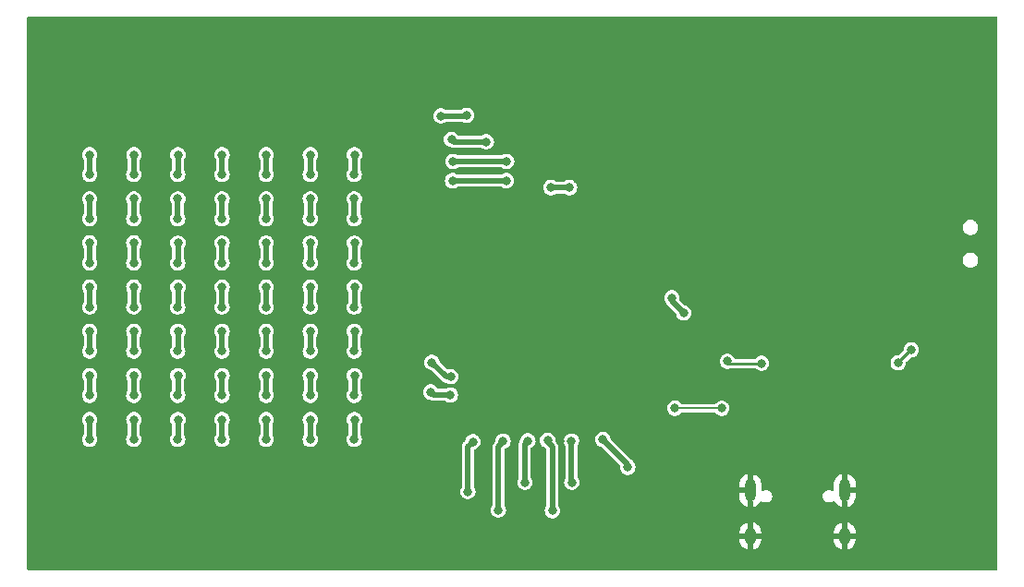
<source format=gbr>
%TF.GenerationSoftware,KiCad,Pcbnew,7.0.7*%
%TF.CreationDate,2026-01-29T00:22:59-05:00*%
%TF.ProjectId,sobc,736f6263-2e6b-4696-9361-645f70636258,rev?*%
%TF.SameCoordinates,Original*%
%TF.FileFunction,Copper,L2,Bot*%
%TF.FilePolarity,Positive*%
%FSLAX46Y46*%
G04 Gerber Fmt 4.6, Leading zero omitted, Abs format (unit mm)*
G04 Created by KiCad (PCBNEW 7.0.7) date 2026-01-29 00:22:59*
%MOMM*%
%LPD*%
G01*
G04 APERTURE LIST*
%TA.AperFunction,ComponentPad*%
%ADD10O,1.000000X2.100000*%
%TD*%
%TA.AperFunction,ComponentPad*%
%ADD11O,1.000000X1.600000*%
%TD*%
%TA.AperFunction,ViaPad*%
%ADD12C,0.800000*%
%TD*%
%TA.AperFunction,ViaPad*%
%ADD13C,0.700000*%
%TD*%
%TA.AperFunction,Conductor*%
%ADD14C,0.500000*%
%TD*%
%TA.AperFunction,Conductor*%
%ADD15C,0.250000*%
%TD*%
%TA.AperFunction,Conductor*%
%ADD16C,0.300000*%
%TD*%
%TA.AperFunction,Conductor*%
%ADD17C,0.200000*%
%TD*%
G04 APERTURE END LIST*
D10*
%TO.P,J3,S1,SHIELD*%
%TO.N,GND*%
X243300000Y-112400000D03*
D11*
X243300000Y-116580000D03*
D10*
X251940000Y-112400000D03*
D11*
X251940000Y-116580000D03*
%TD*%
D12*
%TO.N,+3.3V*%
X237195000Y-96123400D03*
X236115000Y-94733400D03*
X244325000Y-100733400D03*
X241195000Y-100553400D03*
%TO.N,GND*%
X219529600Y-107890400D03*
D13*
X247985000Y-93873400D03*
D12*
X249875000Y-98173400D03*
X221210000Y-94940000D03*
X244765000Y-102173400D03*
D13*
X258005000Y-106963400D03*
D12*
X246755000Y-89163400D03*
X234885000Y-105763400D03*
X238080000Y-109010000D03*
X231745000Y-103963400D03*
D13*
X254785000Y-106713400D03*
X253755000Y-106713400D03*
D12*
X250865000Y-92833400D03*
D13*
X258005000Y-106023400D03*
D12*
X246325000Y-97713400D03*
X241770000Y-96900000D03*
X240385000Y-103403400D03*
X242655000Y-107213400D03*
X252745000Y-95593400D03*
X260715000Y-95173400D03*
X238470000Y-98260000D03*
X234899600Y-100770400D03*
X237425000Y-105723400D03*
X225889600Y-107890400D03*
X243485000Y-110643400D03*
X243080000Y-91360000D03*
X250445000Y-91843400D03*
X260110000Y-92030000D03*
X244090000Y-92790000D03*
X239865000Y-94353400D03*
X249185000Y-107593400D03*
X250865000Y-110253400D03*
X249345000Y-103173400D03*
X245165000Y-92823400D03*
X246465000Y-107513400D03*
D13*
X258925000Y-102953400D03*
D12*
%TO.N,VBUS*%
X232079600Y-110280400D03*
X229799600Y-107730400D03*
%TO.N,/SEGB*%
X182780000Y-89700000D03*
X182780000Y-93750000D03*
X182780000Y-85650000D03*
X182770000Y-103670000D03*
X182770000Y-95570000D03*
X182780000Y-81599500D03*
X182770000Y-91520000D03*
X182770000Y-87470000D03*
X182780000Y-101850000D03*
X182770000Y-83419500D03*
X182770000Y-107720000D03*
X182770000Y-99620000D03*
X182780000Y-97800000D03*
X182780000Y-105900000D03*
%TO.N,/SEGC*%
X186825000Y-101850500D03*
X186825000Y-97800500D03*
X186815000Y-91520500D03*
X186815000Y-107720500D03*
X186825000Y-93750500D03*
X186815000Y-99620500D03*
X186820000Y-85649500D03*
X186825000Y-105900500D03*
X186815000Y-83420500D03*
X186815000Y-103670500D03*
X186825000Y-81600500D03*
X186825000Y-89700500D03*
X186815000Y-95570500D03*
X186810000Y-87469500D03*
%TO.N,/SEGD*%
X190855000Y-107725000D03*
X190860000Y-85654000D03*
X190865000Y-105905000D03*
X190865000Y-101855000D03*
X190865000Y-97805000D03*
X190850000Y-87474000D03*
X190865000Y-89705000D03*
X190855000Y-83425000D03*
X190855000Y-91525000D03*
X190865000Y-93755000D03*
X190855000Y-103675000D03*
X190855000Y-99625000D03*
X190855000Y-95575000D03*
X190865000Y-81605000D03*
%TO.N,/SEGDP*%
X194915000Y-101855000D03*
X194905000Y-99625000D03*
X194910000Y-85654000D03*
X194915000Y-93755000D03*
X194915000Y-89705000D03*
X194905000Y-107725000D03*
X194905000Y-91525000D03*
X194915000Y-105905000D03*
X194915000Y-97805000D03*
X194905000Y-95575000D03*
X194900000Y-87474000D03*
X194905000Y-83425000D03*
X217305688Y-77984312D03*
X194915000Y-81605000D03*
X194905000Y-103675000D03*
X214950000Y-78039500D03*
%TO.N,/SEGE*%
X215930000Y-80210000D03*
X198955000Y-101855000D03*
X198940000Y-87474000D03*
X198945000Y-99625000D03*
X198945000Y-91525000D03*
X198955000Y-81605000D03*
X198955000Y-105905000D03*
X219114100Y-80420000D03*
X198945000Y-107725000D03*
X198955000Y-89705000D03*
X198945000Y-103675000D03*
X198955000Y-97805000D03*
X198945000Y-95575000D03*
X198955000Y-93755000D03*
X198945000Y-83425000D03*
X198950000Y-85654000D03*
%TO.N,/SEGF*%
X202990000Y-85654000D03*
X202995000Y-89705000D03*
X202995000Y-101855000D03*
X202995000Y-97805000D03*
X202985000Y-99625000D03*
X226734100Y-84620000D03*
X202985000Y-91525000D03*
X202985000Y-83425000D03*
X216060000Y-82210000D03*
X202985000Y-95575000D03*
X202995000Y-93755000D03*
X202995000Y-81605000D03*
X225035100Y-84620000D03*
X202985000Y-107725000D03*
X202995000Y-105905000D03*
X202985000Y-103675000D03*
X202980000Y-87474000D03*
X220980000Y-82210000D03*
%TO.N,/SEGG*%
X207030000Y-85654000D03*
X207025000Y-95575000D03*
X207020000Y-87474000D03*
X207025000Y-99625000D03*
X207025000Y-91525000D03*
X216020000Y-83980000D03*
X220950000Y-83980000D03*
X207035000Y-105905000D03*
X207035000Y-89705000D03*
X207035000Y-93755000D03*
X207035000Y-81605000D03*
X207035000Y-101855000D03*
X207035000Y-97805000D03*
X207025000Y-107725000D03*
X207025000Y-83425000D03*
X207025000Y-103675000D03*
%TO.N,/DIG1*%
X215860000Y-101970000D03*
X214130100Y-100650000D03*
%TO.N,/DIG2*%
X214030000Y-103370000D03*
X215829100Y-103640000D03*
%TO.N,/DIG3*%
X222650000Y-111649900D03*
X222924100Y-107850000D03*
%TO.N,/DIG4*%
X217430000Y-112499400D03*
X217880000Y-107930000D03*
%TO.N,/DIG5*%
X226920000Y-107870000D03*
X226940000Y-111649900D03*
%TO.N,/DIG7*%
X225170000Y-114270000D03*
X224730000Y-107820000D03*
%TO.N,/SW_BOOT0*%
X258052219Y-99500243D03*
X256848757Y-100699533D03*
%TO.N,/SPI2_!CS*%
X236395000Y-104853400D03*
X240695000Y-104863400D03*
%TO.N,/DIG6*%
X220650000Y-107880000D03*
X220220000Y-114198900D03*
%TD*%
D14*
%TO.N,+3.3V*%
X236115000Y-94733400D02*
X236115000Y-95043400D01*
D15*
X244325000Y-100733400D02*
X241375000Y-100733400D01*
D14*
X236115000Y-95043400D02*
X237195000Y-96123400D01*
D15*
X241375000Y-100733400D02*
X241195000Y-100553400D01*
D14*
%TO.N,VBUS*%
X232079600Y-110280400D02*
X232079600Y-110010400D01*
X232079600Y-110010400D02*
X229799600Y-107730400D01*
%TO.N,/SEGB*%
X182780000Y-97800500D02*
X182780000Y-99610500D01*
X182780000Y-95560500D02*
X182770000Y-95570500D01*
X182780000Y-83340000D02*
X182770000Y-83350000D01*
X182780000Y-87460000D02*
X182770000Y-87470000D01*
X182780000Y-81599500D02*
X182780000Y-83409500D01*
X182780000Y-103590500D02*
X182770000Y-103600500D01*
X182780000Y-105900500D02*
X182780000Y-107710500D01*
X182780000Y-93750000D02*
X182780000Y-95560000D01*
X182780000Y-101850500D02*
X182780000Y-103660500D01*
X182780000Y-97800000D02*
X182780000Y-99610000D01*
X182780000Y-103660500D02*
X182770000Y-103670500D01*
X182780000Y-85650000D02*
X182780000Y-87460000D01*
X182780000Y-95490000D02*
X182770000Y-95500000D01*
X182780000Y-87460500D02*
X182770000Y-87470500D01*
X182780000Y-87390000D02*
X182770000Y-87400000D01*
X182780000Y-105900000D02*
X182780000Y-107710000D01*
X182780000Y-93750500D02*
X182780000Y-95560500D01*
X182780000Y-81600000D02*
X182780000Y-83410000D01*
X182780000Y-83409500D02*
X182770000Y-83419500D01*
X182780000Y-89700500D02*
X182780000Y-91510500D01*
X182780000Y-83339500D02*
X182770000Y-83349500D01*
X182780000Y-103660000D02*
X182770000Y-103670000D01*
X182780000Y-101850000D02*
X182780000Y-103660000D01*
X182780000Y-95490500D02*
X182770000Y-95500500D01*
X182780000Y-103590000D02*
X182770000Y-103600000D01*
X182780000Y-83410000D02*
X182770000Y-83420000D01*
X182780000Y-95560000D02*
X182770000Y-95570000D01*
X182780000Y-89700000D02*
X182780000Y-91510000D01*
X182780000Y-85650500D02*
X182780000Y-87460500D01*
X182780000Y-87390500D02*
X182770000Y-87400500D01*
%TO.N,/SEGC*%
X186825000Y-95561000D02*
X186815000Y-95571000D01*
X186820000Y-87389500D02*
X186810000Y-87399500D01*
X186820000Y-85650000D02*
X186820000Y-87460000D01*
X186820000Y-87390000D02*
X186810000Y-87400000D01*
X186825000Y-81600500D02*
X186825000Y-83410500D01*
X186825000Y-83340500D02*
X186815000Y-83350500D01*
X186825000Y-83341000D02*
X186815000Y-83351000D01*
X186825000Y-103590500D02*
X186815000Y-103600500D01*
X186825000Y-95560500D02*
X186815000Y-95570500D01*
X186825000Y-93751000D02*
X186825000Y-95561000D01*
X186825000Y-105900500D02*
X186825000Y-107710500D01*
X186825000Y-93750500D02*
X186825000Y-95560500D01*
X186825000Y-101851000D02*
X186825000Y-103661000D01*
X186825000Y-83411000D02*
X186815000Y-83421000D01*
X186825000Y-103661000D02*
X186815000Y-103671000D01*
X186825000Y-89700500D02*
X186825000Y-91510500D01*
X186825000Y-81601000D02*
X186825000Y-83411000D01*
X186820000Y-87460000D02*
X186810000Y-87470000D01*
X186825000Y-95491000D02*
X186815000Y-95501000D01*
X186825000Y-83410500D02*
X186815000Y-83420500D01*
X186825000Y-89701000D02*
X186825000Y-91511000D01*
X186825000Y-103660500D02*
X186815000Y-103670500D01*
X186825000Y-95490500D02*
X186815000Y-95500500D01*
X186825000Y-105901000D02*
X186825000Y-107711000D01*
X186825000Y-97800500D02*
X186825000Y-99610500D01*
X186820000Y-85649500D02*
X186820000Y-87459500D01*
X186825000Y-97801000D02*
X186825000Y-99611000D01*
X186825000Y-103591000D02*
X186815000Y-103601000D01*
X186820000Y-87459500D02*
X186810000Y-87469500D01*
X186825000Y-101850500D02*
X186825000Y-103660500D01*
%TO.N,/SEGD*%
X190865000Y-97805000D02*
X190865000Y-99615000D01*
X190865000Y-89705000D02*
X190865000Y-91515000D01*
X190865000Y-101855500D02*
X190865000Y-103665500D01*
X190865000Y-97805500D02*
X190865000Y-99615500D01*
X190865000Y-105905000D02*
X190865000Y-107715000D01*
X190865000Y-81605000D02*
X190865000Y-83415000D01*
X190865000Y-95565500D02*
X190855000Y-95575500D01*
X190865000Y-101855000D02*
X190865000Y-103665000D01*
X190865000Y-103665000D02*
X190855000Y-103675000D01*
X190865000Y-95495000D02*
X190855000Y-95505000D01*
X190860000Y-85654000D02*
X190860000Y-87464000D01*
X190865000Y-105905500D02*
X190865000Y-107715500D01*
X190865000Y-93755000D02*
X190865000Y-95565000D01*
X190865000Y-81605500D02*
X190865000Y-83415500D01*
X190865000Y-93755500D02*
X190865000Y-95565500D01*
X190860000Y-85654500D02*
X190860000Y-87464500D01*
X190865000Y-83345000D02*
X190855000Y-83355000D01*
X190860000Y-87394000D02*
X190850000Y-87404000D01*
X190865000Y-95495500D02*
X190855000Y-95505500D01*
X190865000Y-95565000D02*
X190855000Y-95575000D01*
X190860000Y-87464000D02*
X190850000Y-87474000D01*
X190860000Y-87394500D02*
X190850000Y-87404500D01*
X190865000Y-83345500D02*
X190855000Y-83355500D01*
X190865000Y-103595000D02*
X190855000Y-103605000D01*
X190865000Y-83415500D02*
X190855000Y-83425500D01*
X190865000Y-89705500D02*
X190865000Y-91515500D01*
X190865000Y-83415000D02*
X190855000Y-83425000D01*
X190860000Y-87464500D02*
X190850000Y-87474500D01*
X190865000Y-103595500D02*
X190855000Y-103605500D01*
X190865000Y-103665500D02*
X190855000Y-103675500D01*
%TO.N,/SEGDP*%
X194915000Y-81605000D02*
X194915000Y-83415000D01*
X194915000Y-97805000D02*
X194915000Y-99615000D01*
X194915000Y-105905000D02*
X194915000Y-107715000D01*
X194915000Y-101855000D02*
X194915000Y-103665000D01*
X194915000Y-93755500D02*
X194915000Y-95565500D01*
X194915000Y-81605500D02*
X194915000Y-83415500D01*
X194915000Y-105905500D02*
X194915000Y-107715500D01*
X194915000Y-83415000D02*
X194905000Y-83425000D01*
X217250500Y-78039500D02*
X217305688Y-77984312D01*
X194915000Y-89705000D02*
X194915000Y-91515000D01*
X194915000Y-83345000D02*
X194905000Y-83355000D01*
X194915000Y-101855500D02*
X194915000Y-103665500D01*
X194915000Y-103665500D02*
X194905000Y-103675500D01*
X194910000Y-85654500D02*
X194910000Y-87464500D01*
X194915000Y-83415500D02*
X194905000Y-83425500D01*
X194915000Y-93755000D02*
X194915000Y-95565000D01*
X194915000Y-103595000D02*
X194905000Y-103605000D01*
X194910000Y-87464000D02*
X194900000Y-87474000D01*
X194910000Y-85654000D02*
X194910000Y-87464000D01*
X194915000Y-103665000D02*
X194905000Y-103675000D01*
X194915000Y-83345500D02*
X194905000Y-83355500D01*
X194910000Y-87394500D02*
X194900000Y-87404500D01*
X194915000Y-89705500D02*
X194915000Y-91515500D01*
X194915000Y-97805500D02*
X194915000Y-99615500D01*
X194910000Y-87394000D02*
X194900000Y-87404000D01*
X194915000Y-103595500D02*
X194905000Y-103605500D01*
X214950000Y-78039500D02*
X217250500Y-78039500D01*
X194915000Y-95565500D02*
X194905000Y-95575500D01*
X194915000Y-95495000D02*
X194905000Y-95505000D01*
X194915000Y-95495500D02*
X194905000Y-95505500D01*
X194910000Y-87464500D02*
X194900000Y-87474500D01*
X194915000Y-95565000D02*
X194905000Y-95575000D01*
%TO.N,/SEGE*%
X198950000Y-85654000D02*
X198950000Y-87464000D01*
X198955000Y-81605500D02*
X198955000Y-83415500D01*
X198950000Y-87464500D02*
X198940000Y-87474500D01*
X198955000Y-103595000D02*
X198945000Y-103605000D01*
X198955000Y-103665500D02*
X198945000Y-103675500D01*
X198955000Y-89705000D02*
X198955000Y-91515000D01*
X198955000Y-81605000D02*
X198955000Y-83415000D01*
X198955000Y-89705500D02*
X198955000Y-91515500D01*
X198955000Y-95565000D02*
X198945000Y-95575000D01*
X198950000Y-87464000D02*
X198940000Y-87474000D01*
X219114100Y-80420000D02*
X216140000Y-80420000D01*
X198955000Y-83345500D02*
X198945000Y-83355500D01*
X198955000Y-97805500D02*
X198955000Y-99615500D01*
X198955000Y-105905000D02*
X198955000Y-107715000D01*
X198955000Y-95565500D02*
X198945000Y-95575500D01*
X198955000Y-83415000D02*
X198945000Y-83425000D01*
X198955000Y-103665000D02*
X198945000Y-103675000D01*
X198955000Y-97805000D02*
X198955000Y-99615000D01*
X198955000Y-95495000D02*
X198945000Y-95505000D01*
X198955000Y-83345000D02*
X198945000Y-83355000D01*
X198955000Y-105905500D02*
X198955000Y-107715500D01*
X198955000Y-83415500D02*
X198945000Y-83425500D01*
X198955000Y-101855500D02*
X198955000Y-103665500D01*
X198955000Y-95495500D02*
X198945000Y-95505500D01*
X198955000Y-93755500D02*
X198955000Y-95565500D01*
X198950000Y-87394000D02*
X198940000Y-87404000D01*
X216140000Y-80420000D02*
X215930000Y-80210000D01*
X198950000Y-85654500D02*
X198950000Y-87464500D01*
X198955000Y-101855000D02*
X198955000Y-103665000D01*
X198955000Y-93755000D02*
X198955000Y-95565000D01*
X198955000Y-103595500D02*
X198945000Y-103605500D01*
X198950000Y-87394500D02*
X198940000Y-87404500D01*
%TO.N,/SEGF*%
X202990000Y-87464000D02*
X202980000Y-87474000D01*
X202990000Y-85654000D02*
X202990000Y-87464000D01*
X202990000Y-87464500D02*
X202980000Y-87474500D01*
X202995000Y-103665000D02*
X202985000Y-103675000D01*
X202995000Y-93755000D02*
X202995000Y-95565000D01*
X216060000Y-82210000D02*
X220980000Y-82210000D01*
X202995000Y-89705000D02*
X202995000Y-91515000D01*
X202995000Y-83415500D02*
X202985000Y-83425500D01*
X202995000Y-89705500D02*
X202995000Y-91515500D01*
X202995000Y-95565000D02*
X202985000Y-95575000D01*
X202995000Y-83415000D02*
X202985000Y-83425000D01*
X202995000Y-81605000D02*
X202995000Y-83415000D01*
X202995000Y-95565500D02*
X202985000Y-95575500D01*
X202995000Y-83345500D02*
X202985000Y-83355500D01*
X202995000Y-81605500D02*
X202995000Y-83415500D01*
X202995000Y-103595500D02*
X202985000Y-103605500D01*
X202995000Y-103595000D02*
X202985000Y-103605000D01*
X202995000Y-105905500D02*
X202995000Y-107715500D01*
X202990000Y-85654500D02*
X202990000Y-87464500D01*
X202995000Y-97805500D02*
X202995000Y-99615500D01*
X202995000Y-105905000D02*
X202995000Y-107715000D01*
X202990000Y-87394000D02*
X202980000Y-87404000D01*
X202995000Y-101855500D02*
X202995000Y-103665500D01*
X202995000Y-93755500D02*
X202995000Y-95565500D01*
X202995000Y-95495000D02*
X202985000Y-95505000D01*
X202995000Y-103665500D02*
X202985000Y-103675500D01*
X225035100Y-84620000D02*
X226734100Y-84620000D01*
X202990000Y-87394500D02*
X202980000Y-87404500D01*
X202995000Y-97805000D02*
X202995000Y-99615000D01*
X202995000Y-101855000D02*
X202995000Y-103665000D01*
X202995000Y-95495500D02*
X202985000Y-95505500D01*
X202995000Y-83345000D02*
X202985000Y-83355000D01*
%TO.N,/SEGG*%
X207035000Y-103595000D02*
X207025000Y-103605000D01*
X207035000Y-101855000D02*
X207035000Y-103665000D01*
X207035000Y-95565000D02*
X207025000Y-95575000D01*
X207035000Y-103595500D02*
X207025000Y-103605500D01*
X207035000Y-103665500D02*
X207025000Y-103675500D01*
X207035000Y-89705500D02*
X207035000Y-91515500D01*
X207035000Y-83415500D02*
X207025000Y-83425500D01*
X207035000Y-95495500D02*
X207025000Y-95505500D01*
X207035000Y-101855500D02*
X207035000Y-103665500D01*
X207035000Y-81605500D02*
X207035000Y-83415500D01*
X207035000Y-105905000D02*
X207035000Y-107715000D01*
X207035000Y-83415000D02*
X207025000Y-83425000D01*
X207035000Y-95565500D02*
X207025000Y-95575500D01*
X207035000Y-93755000D02*
X207035000Y-95565000D01*
X207035000Y-105905500D02*
X207035000Y-107715500D01*
X207035000Y-93755500D02*
X207035000Y-95565500D01*
X207035000Y-103665000D02*
X207025000Y-103675000D01*
X207035000Y-81605000D02*
X207035000Y-83415000D01*
X207035000Y-89705000D02*
X207035000Y-91515000D01*
X207030000Y-87464500D02*
X207020000Y-87474500D01*
X207035000Y-83345000D02*
X207025000Y-83355000D01*
X207030000Y-87394500D02*
X207020000Y-87404500D01*
X207030000Y-85654000D02*
X207030000Y-87464000D01*
X207035000Y-97805500D02*
X207035000Y-99615500D01*
X207030000Y-87394000D02*
X207020000Y-87404000D01*
X207030000Y-87464000D02*
X207020000Y-87474000D01*
X207035000Y-97805000D02*
X207035000Y-99615000D01*
X207035000Y-83345500D02*
X207025000Y-83355500D01*
X216020000Y-83980000D02*
X220950000Y-83980000D01*
X207030000Y-85654500D02*
X207030000Y-87464500D01*
X207035000Y-95495000D02*
X207025000Y-95505000D01*
%TO.N,/DIG1*%
X215860000Y-101970000D02*
X215450100Y-101970000D01*
X215450100Y-101970000D02*
X214130100Y-100650000D01*
%TO.N,/DIG2*%
X215829100Y-103640000D02*
X214300000Y-103640000D01*
X214300000Y-103640000D02*
X214030000Y-103370000D01*
%TO.N,/DIG3*%
X222630000Y-108144100D02*
X222630000Y-108740000D01*
X222630000Y-111629900D02*
X222650000Y-111649900D01*
X222924100Y-107850000D02*
X222630000Y-108144100D01*
X222630000Y-108740000D02*
X222630000Y-111629900D01*
%TO.N,/DIG4*%
X217430000Y-108640000D02*
X217430000Y-112499400D01*
X217880000Y-107930000D02*
X217430000Y-108380000D01*
X217430000Y-108380000D02*
X217430000Y-108640000D01*
%TO.N,/DIG5*%
X226920000Y-111629900D02*
X226940000Y-111649900D01*
X226920000Y-107870000D02*
X226920000Y-111629900D01*
%TO.N,/DIG7*%
X225190000Y-111620000D02*
X225190000Y-114250000D01*
X224730000Y-107820000D02*
X224730000Y-107932882D01*
X225190000Y-114250000D02*
X225170000Y-114270000D01*
X224730000Y-107932882D02*
X225190000Y-108392882D01*
X225190000Y-108392882D02*
X225190000Y-111620000D01*
D16*
%TO.N,/SW_BOOT0*%
X256848757Y-100699533D02*
X256852929Y-100699533D01*
X256852929Y-100699533D02*
X258052219Y-99500243D01*
%TO.N,/SPI2_!CS*%
X236395984Y-104852416D02*
X236395000Y-104853400D01*
X240634127Y-104852527D02*
X240655000Y-104873400D01*
D17*
X236395873Y-104852527D02*
X240684127Y-104852527D01*
D16*
X236395000Y-104853400D02*
X236395873Y-104852527D01*
X240684127Y-104852527D02*
X240695000Y-104863400D01*
D14*
%TO.N,/DIG6*%
X220650000Y-107972082D02*
X220220000Y-108402082D01*
X220650000Y-107880000D02*
X220650000Y-107972082D01*
X220220000Y-108402082D02*
X220220000Y-114198900D01*
%TD*%
%TA.AperFunction,Conductor*%
%TO.N,GND*%
G36*
X265820517Y-68939984D02*
G01*
X265887551Y-68959676D01*
X265933300Y-69012485D01*
X265944500Y-69063984D01*
X265944500Y-119600500D01*
X265924815Y-119667539D01*
X265872011Y-119713294D01*
X265820500Y-119724500D01*
X217060500Y-119724500D01*
X177183961Y-119720013D01*
X177116924Y-119700321D01*
X177071175Y-119647512D01*
X177059975Y-119596039D01*
X177059450Y-116930713D01*
X242300000Y-116930713D01*
X242315418Y-117082338D01*
X242376299Y-117276381D01*
X242376304Y-117276391D01*
X242475005Y-117454215D01*
X242475005Y-117454216D01*
X242607478Y-117608530D01*
X242607479Y-117608531D01*
X242768304Y-117733018D01*
X242950902Y-117822586D01*
X242950903Y-117822587D01*
X243049998Y-117848244D01*
X243049999Y-117284978D01*
X243069684Y-117217939D01*
X243122488Y-117172184D01*
X243191646Y-117162240D01*
X243207932Y-117165711D01*
X243271840Y-117183895D01*
X243383521Y-117173546D01*
X243383526Y-117173543D01*
X243392063Y-117171115D01*
X243461930Y-117171701D01*
X243520390Y-117209966D01*
X243548881Y-117273763D01*
X243550000Y-117290381D01*
X243550000Y-117853366D01*
X243551944Y-117853069D01*
X243551945Y-117853069D01*
X243742660Y-117782436D01*
X243742664Y-117782434D01*
X243915267Y-117674850D01*
X244062668Y-117534735D01*
X244062669Y-117534733D01*
X244178856Y-117367804D01*
X244259059Y-117180907D01*
X244300000Y-116981690D01*
X244300000Y-116930713D01*
X250940000Y-116930713D01*
X250955418Y-117082338D01*
X251016299Y-117276381D01*
X251016304Y-117276391D01*
X251115005Y-117454215D01*
X251115005Y-117454216D01*
X251247478Y-117608530D01*
X251247479Y-117608531D01*
X251408304Y-117733018D01*
X251590907Y-117822589D01*
X251690000Y-117848244D01*
X251690000Y-117284978D01*
X251709685Y-117217939D01*
X251762489Y-117172184D01*
X251831647Y-117162240D01*
X251847926Y-117165709D01*
X251911840Y-117183895D01*
X252023521Y-117173546D01*
X252023522Y-117173545D01*
X252032061Y-117171116D01*
X252101928Y-117171700D01*
X252160388Y-117209965D01*
X252188880Y-117273761D01*
X252189999Y-117290381D01*
X252189999Y-117853364D01*
X252191943Y-117853068D01*
X252191952Y-117853066D01*
X252382657Y-117782437D01*
X252382664Y-117782434D01*
X252555267Y-117674850D01*
X252702668Y-117534735D01*
X252702669Y-117534733D01*
X252818856Y-117367804D01*
X252899059Y-117180907D01*
X252940000Y-116981690D01*
X252940000Y-116830000D01*
X252364000Y-116830000D01*
X252296961Y-116810315D01*
X252251206Y-116757511D01*
X252240000Y-116706000D01*
X252240000Y-116454000D01*
X252259685Y-116386961D01*
X252312489Y-116341206D01*
X252364000Y-116330000D01*
X252940000Y-116330000D01*
X252940000Y-116229286D01*
X252924581Y-116077661D01*
X252863700Y-115883618D01*
X252863695Y-115883608D01*
X252764994Y-115705784D01*
X252764994Y-115705783D01*
X252632521Y-115551469D01*
X252632520Y-115551468D01*
X252471695Y-115426981D01*
X252289093Y-115337411D01*
X252189999Y-115311753D01*
X252189999Y-115875021D01*
X252170314Y-115942061D01*
X252117510Y-115987815D01*
X252048352Y-115997759D01*
X252032065Y-115994287D01*
X251968162Y-115976104D01*
X251856475Y-115986454D01*
X251847931Y-115988885D01*
X251778064Y-115988297D01*
X251719606Y-115950028D01*
X251691118Y-115886230D01*
X251690000Y-115869618D01*
X251690000Y-115306633D01*
X251688053Y-115306931D01*
X251688047Y-115306933D01*
X251497342Y-115377562D01*
X251497335Y-115377565D01*
X251324732Y-115485149D01*
X251177331Y-115625264D01*
X251177330Y-115625266D01*
X251061143Y-115792195D01*
X250980940Y-115979092D01*
X250940000Y-116178309D01*
X250940000Y-116330000D01*
X251516000Y-116330000D01*
X251583039Y-116349685D01*
X251628794Y-116402489D01*
X251640000Y-116454000D01*
X251640000Y-116706000D01*
X251620315Y-116773039D01*
X251567511Y-116818794D01*
X251516000Y-116830000D01*
X250940000Y-116830000D01*
X250940000Y-116930713D01*
X244300000Y-116930713D01*
X244300000Y-116830000D01*
X243724000Y-116830000D01*
X243656961Y-116810315D01*
X243611206Y-116757511D01*
X243600000Y-116706000D01*
X243600000Y-116454000D01*
X243619685Y-116386961D01*
X243672489Y-116341206D01*
X243724000Y-116330000D01*
X244300000Y-116330000D01*
X244300000Y-116229286D01*
X244284581Y-116077661D01*
X244223700Y-115883618D01*
X244223695Y-115883608D01*
X244124994Y-115705784D01*
X244124994Y-115705783D01*
X243992521Y-115551469D01*
X243992520Y-115551468D01*
X243831695Y-115426981D01*
X243649097Y-115337412D01*
X243549999Y-115311754D01*
X243549999Y-115875021D01*
X243530314Y-115942060D01*
X243477510Y-115987815D01*
X243408352Y-115997759D01*
X243392065Y-115994287D01*
X243328162Y-115976104D01*
X243216475Y-115986454D01*
X243207931Y-115988885D01*
X243138064Y-115988297D01*
X243079606Y-115950028D01*
X243051118Y-115886230D01*
X243050000Y-115869618D01*
X243050000Y-115306633D01*
X243048053Y-115306931D01*
X243048047Y-115306933D01*
X242857342Y-115377562D01*
X242857335Y-115377565D01*
X242684732Y-115485149D01*
X242537331Y-115625264D01*
X242537330Y-115625266D01*
X242421143Y-115792195D01*
X242340940Y-115979092D01*
X242300000Y-116178309D01*
X242300000Y-116330000D01*
X242876000Y-116330000D01*
X242943039Y-116349685D01*
X242988794Y-116402489D01*
X243000000Y-116454000D01*
X243000000Y-116706000D01*
X242980315Y-116773039D01*
X242927511Y-116818794D01*
X242876000Y-116830000D01*
X242300000Y-116830000D01*
X242300000Y-116930713D01*
X177059450Y-116930713D01*
X177058912Y-114198899D01*
X219514355Y-114198899D01*
X219534859Y-114367769D01*
X219534860Y-114367774D01*
X219595182Y-114526831D01*
X219644259Y-114597930D01*
X219691817Y-114666829D01*
X219772073Y-114737929D01*
X219819150Y-114779636D01*
X219954616Y-114850734D01*
X219969775Y-114858690D01*
X220134944Y-114899400D01*
X220305056Y-114899400D01*
X220470225Y-114858690D01*
X220549692Y-114816981D01*
X220620849Y-114779636D01*
X220620850Y-114779634D01*
X220620852Y-114779634D01*
X220748183Y-114666829D01*
X220844818Y-114526830D01*
X220905140Y-114367772D01*
X220925645Y-114198900D01*
X220905140Y-114030028D01*
X220844818Y-113870970D01*
X220832025Y-113852436D01*
X220792450Y-113795101D01*
X220770567Y-113728746D01*
X220770500Y-113724661D01*
X220770500Y-111649900D01*
X221944355Y-111649900D01*
X221964859Y-111818769D01*
X221964860Y-111818774D01*
X222025182Y-111977831D01*
X222057852Y-112025161D01*
X222121817Y-112117829D01*
X222222427Y-112206961D01*
X222249150Y-112230636D01*
X222380579Y-112299615D01*
X222399775Y-112309690D01*
X222564944Y-112350400D01*
X222735056Y-112350400D01*
X222900225Y-112309690D01*
X222979692Y-112267981D01*
X223050849Y-112230636D01*
X223050850Y-112230634D01*
X223050852Y-112230634D01*
X223178183Y-112117829D01*
X223274818Y-111977830D01*
X223335140Y-111818772D01*
X223355645Y-111649900D01*
X223335140Y-111481028D01*
X223325735Y-111456230D01*
X223274817Y-111321968D01*
X223202450Y-111217126D01*
X223180567Y-111150771D01*
X223180500Y-111146686D01*
X223180500Y-108677680D01*
X223180499Y-108677674D01*
X223180499Y-108611047D01*
X223180499Y-108581506D01*
X223200184Y-108514470D01*
X223246871Y-108471714D01*
X223324952Y-108430734D01*
X223452283Y-108317929D01*
X223548918Y-108177930D01*
X223609240Y-108018872D01*
X223629745Y-107850000D01*
X223626102Y-107820000D01*
X224024355Y-107820000D01*
X224044859Y-107988869D01*
X224044860Y-107988874D01*
X224105182Y-108147931D01*
X224144093Y-108204302D01*
X224201817Y-108287929D01*
X224305506Y-108379789D01*
X224329150Y-108400736D01*
X224479774Y-108479790D01*
X224484862Y-108481720D01*
X224528576Y-108509982D01*
X224603181Y-108584587D01*
X224636666Y-108645910D01*
X224639500Y-108672268D01*
X224639500Y-113766786D01*
X224619815Y-113833825D01*
X224617550Y-113837226D01*
X224545183Y-113942068D01*
X224545182Y-113942068D01*
X224484860Y-114101125D01*
X224484859Y-114101130D01*
X224464355Y-114270000D01*
X224484859Y-114438869D01*
X224484860Y-114438874D01*
X224545182Y-114597931D01*
X224592738Y-114666827D01*
X224641817Y-114737929D01*
X224688895Y-114779636D01*
X224769150Y-114850736D01*
X224861872Y-114899400D01*
X224919775Y-114929790D01*
X225084944Y-114970500D01*
X225255056Y-114970500D01*
X225420225Y-114929790D01*
X225499692Y-114888081D01*
X225570849Y-114850736D01*
X225570850Y-114850734D01*
X225570852Y-114850734D01*
X225698183Y-114737929D01*
X225794818Y-114597930D01*
X225855140Y-114438872D01*
X225875645Y-114270000D01*
X225855140Y-114101128D01*
X225794818Y-113942070D01*
X225794817Y-113942068D01*
X225794814Y-113942063D01*
X225762450Y-113895175D01*
X225740567Y-113828821D01*
X225740500Y-113824736D01*
X225740500Y-113000713D01*
X242300000Y-113000713D01*
X242315418Y-113152338D01*
X242376299Y-113346381D01*
X242376304Y-113346391D01*
X242475005Y-113524215D01*
X242475005Y-113524216D01*
X242607478Y-113678530D01*
X242607479Y-113678531D01*
X242768304Y-113803018D01*
X242950907Y-113892589D01*
X243050000Y-113918244D01*
X243050000Y-113354978D01*
X243069685Y-113287939D01*
X243122489Y-113242184D01*
X243191647Y-113232240D01*
X243207926Y-113235709D01*
X243271840Y-113253895D01*
X243383521Y-113243546D01*
X243383526Y-113243543D01*
X243392063Y-113241115D01*
X243461930Y-113241701D01*
X243520390Y-113279966D01*
X243548881Y-113343763D01*
X243550000Y-113360381D01*
X243550000Y-113923366D01*
X243551944Y-113923069D01*
X243551945Y-113923069D01*
X243742660Y-113852436D01*
X243742664Y-113852434D01*
X243915267Y-113744850D01*
X244062668Y-113604735D01*
X244062669Y-113604733D01*
X244178855Y-113437806D01*
X244182234Y-113429931D01*
X244226758Y-113376084D01*
X244293325Y-113354857D01*
X244360801Y-113372988D01*
X244371663Y-113380440D01*
X244439767Y-113432698D01*
X244579764Y-113490687D01*
X244692280Y-113505500D01*
X244692287Y-113505500D01*
X244767713Y-113505500D01*
X244767720Y-113505500D01*
X244880236Y-113490687D01*
X245020233Y-113432698D01*
X245140451Y-113340451D01*
X245232698Y-113220233D01*
X245290687Y-113080236D01*
X245310466Y-112930000D01*
X249929534Y-112930000D01*
X249949312Y-113080234D01*
X249949313Y-113080236D01*
X249998879Y-113199900D01*
X250007302Y-113220233D01*
X250099549Y-113340451D01*
X250219767Y-113432698D01*
X250359764Y-113490687D01*
X250472280Y-113505500D01*
X250472287Y-113505500D01*
X250547713Y-113505500D01*
X250547720Y-113505500D01*
X250660236Y-113490687D01*
X250800233Y-113432698D01*
X250871256Y-113378199D01*
X250936425Y-113353006D01*
X251004869Y-113367044D01*
X251054859Y-113415858D01*
X251055161Y-113416398D01*
X251115005Y-113524215D01*
X251115005Y-113524216D01*
X251247478Y-113678530D01*
X251247479Y-113678531D01*
X251408304Y-113803018D01*
X251590907Y-113892589D01*
X251690000Y-113918244D01*
X251690000Y-113354978D01*
X251709685Y-113287939D01*
X251762489Y-113242184D01*
X251831647Y-113232240D01*
X251847926Y-113235709D01*
X251911840Y-113253895D01*
X252023521Y-113243546D01*
X252023526Y-113243543D01*
X252032063Y-113241115D01*
X252101930Y-113241701D01*
X252160390Y-113279966D01*
X252188881Y-113343763D01*
X252190000Y-113360381D01*
X252190000Y-113923366D01*
X252191944Y-113923069D01*
X252191945Y-113923069D01*
X252382660Y-113852436D01*
X252382664Y-113852434D01*
X252555267Y-113744850D01*
X252702668Y-113604735D01*
X252702669Y-113604733D01*
X252818856Y-113437804D01*
X252899059Y-113250907D01*
X252940000Y-113051690D01*
X252940000Y-112650000D01*
X252364000Y-112650000D01*
X252296961Y-112630315D01*
X252251206Y-112577511D01*
X252240000Y-112526000D01*
X252240000Y-112274000D01*
X252259685Y-112206961D01*
X252312489Y-112161206D01*
X252364000Y-112150000D01*
X252940000Y-112150000D01*
X252940000Y-111799286D01*
X252924581Y-111647661D01*
X252863700Y-111453618D01*
X252863695Y-111453608D01*
X252764994Y-111275784D01*
X252764994Y-111275783D01*
X252632521Y-111121469D01*
X252632520Y-111121468D01*
X252471695Y-110996981D01*
X252289097Y-110907412D01*
X252189999Y-110881754D01*
X252189999Y-111445020D01*
X252170314Y-111512059D01*
X252117510Y-111557814D01*
X252048352Y-111567758D01*
X252032066Y-111564287D01*
X251968160Y-111546105D01*
X251856475Y-111556454D01*
X251847931Y-111558885D01*
X251778064Y-111558297D01*
X251719606Y-111520028D01*
X251691118Y-111456230D01*
X251690000Y-111439618D01*
X251690000Y-110876633D01*
X251688053Y-110876931D01*
X251688047Y-110876933D01*
X251497342Y-110947562D01*
X251497335Y-110947565D01*
X251324732Y-111055149D01*
X251177331Y-111195264D01*
X251177330Y-111195266D01*
X251061143Y-111362195D01*
X250980940Y-111549092D01*
X250940000Y-111748309D01*
X250940000Y-112299615D01*
X250920315Y-112366654D01*
X250867511Y-112412409D01*
X250798353Y-112422353D01*
X250768548Y-112414176D01*
X250660239Y-112369314D01*
X250660237Y-112369313D01*
X250660236Y-112369313D01*
X250640039Y-112366654D01*
X250547727Y-112354500D01*
X250547720Y-112354500D01*
X250472280Y-112354500D01*
X250472272Y-112354500D01*
X250359764Y-112369313D01*
X250359763Y-112369313D01*
X250219770Y-112427300D01*
X250099549Y-112519549D01*
X250007300Y-112639770D01*
X249949313Y-112779763D01*
X249949312Y-112779765D01*
X249929534Y-112929999D01*
X249929534Y-112930000D01*
X245310466Y-112930000D01*
X245290687Y-112779764D01*
X245232698Y-112639767D01*
X245140451Y-112519549D01*
X245020233Y-112427302D01*
X245020229Y-112427300D01*
X244931069Y-112390369D01*
X244880236Y-112369313D01*
X244860039Y-112366654D01*
X244767727Y-112354500D01*
X244767720Y-112354500D01*
X244692280Y-112354500D01*
X244692272Y-112354500D01*
X244579764Y-112369313D01*
X244579760Y-112369314D01*
X244471452Y-112414176D01*
X244401982Y-112421645D01*
X244339503Y-112390369D01*
X244303852Y-112330280D01*
X244300000Y-112299615D01*
X244300000Y-111799286D01*
X244284581Y-111647661D01*
X244223700Y-111453618D01*
X244223695Y-111453608D01*
X244124994Y-111275784D01*
X244124994Y-111275783D01*
X243992521Y-111121469D01*
X243992520Y-111121468D01*
X243831695Y-110996981D01*
X243649097Y-110907412D01*
X243549999Y-110881754D01*
X243549998Y-110881755D01*
X243549999Y-111445020D01*
X243530314Y-111512059D01*
X243477510Y-111557814D01*
X243408352Y-111567758D01*
X243392066Y-111564287D01*
X243328160Y-111546105D01*
X243216475Y-111556454D01*
X243207931Y-111558885D01*
X243138064Y-111558297D01*
X243079606Y-111520028D01*
X243051118Y-111456230D01*
X243050000Y-111439618D01*
X243050000Y-110876633D01*
X243048053Y-110876931D01*
X243048047Y-110876933D01*
X242857342Y-110947562D01*
X242857335Y-110947565D01*
X242684732Y-111055149D01*
X242537331Y-111195264D01*
X242537330Y-111195266D01*
X242421143Y-111362195D01*
X242340940Y-111549092D01*
X242300000Y-111748309D01*
X242300000Y-112150000D01*
X242876000Y-112150000D01*
X242943039Y-112169685D01*
X242988794Y-112222489D01*
X243000000Y-112274000D01*
X243000000Y-112526000D01*
X242980315Y-112593039D01*
X242927511Y-112638794D01*
X242876000Y-112650000D01*
X242300000Y-112650000D01*
X242300000Y-113000713D01*
X225740500Y-113000713D01*
X225740500Y-108402279D01*
X225741268Y-108379789D01*
X225742762Y-108336056D01*
X225736689Y-108311136D01*
X225732283Y-108293056D01*
X225731096Y-108286813D01*
X225729725Y-108276839D01*
X225725070Y-108242962D01*
X225725067Y-108242955D01*
X225717921Y-108226504D01*
X225711180Y-108206460D01*
X225706933Y-108189030D01*
X225693627Y-108165365D01*
X225685239Y-108150446D01*
X225682414Y-108144758D01*
X225668486Y-108112694D01*
X225664780Y-108104162D01*
X225653454Y-108090241D01*
X225641556Y-108072759D01*
X225632765Y-108057123D01*
X225601471Y-108025830D01*
X225597215Y-108021113D01*
X225569278Y-107986774D01*
X225554613Y-107976422D01*
X225538441Y-107962799D01*
X225471430Y-107895788D01*
X225457349Y-107870000D01*
X226214355Y-107870000D01*
X226214569Y-107871763D01*
X226234859Y-108038869D01*
X226234860Y-108038874D01*
X226295182Y-108197931D01*
X226347550Y-108273798D01*
X226369433Y-108340152D01*
X226369500Y-108344238D01*
X226369500Y-111204636D01*
X226349815Y-111271675D01*
X226347550Y-111275075D01*
X226315185Y-111321963D01*
X226315182Y-111321968D01*
X226254860Y-111481025D01*
X226254859Y-111481030D01*
X226234355Y-111649900D01*
X226254859Y-111818769D01*
X226254860Y-111818774D01*
X226315182Y-111977831D01*
X226347852Y-112025161D01*
X226411817Y-112117829D01*
X226512427Y-112206961D01*
X226539150Y-112230636D01*
X226670579Y-112299615D01*
X226689775Y-112309690D01*
X226854944Y-112350400D01*
X227025056Y-112350400D01*
X227190225Y-112309690D01*
X227269692Y-112267981D01*
X227340849Y-112230636D01*
X227340850Y-112230634D01*
X227340852Y-112230634D01*
X227468183Y-112117829D01*
X227564818Y-111977830D01*
X227625140Y-111818772D01*
X227645645Y-111649900D01*
X227625140Y-111481028D01*
X227615735Y-111456230D01*
X227564817Y-111321968D01*
X227492450Y-111217126D01*
X227470567Y-111150771D01*
X227470500Y-111146686D01*
X227470500Y-108344238D01*
X227490185Y-108277199D01*
X227492450Y-108273798D01*
X227523139Y-108229337D01*
X227544818Y-108197930D01*
X227605140Y-108038872D01*
X227625645Y-107870000D01*
X227608694Y-107730399D01*
X229093955Y-107730399D01*
X229114459Y-107899269D01*
X229114460Y-107899274D01*
X229174782Y-108058331D01*
X229227166Y-108134221D01*
X229271417Y-108198329D01*
X229356604Y-108273798D01*
X229398750Y-108311136D01*
X229549374Y-108390190D01*
X229549373Y-108390190D01*
X229653289Y-108415802D01*
X229690311Y-108424927D01*
X229748318Y-108457643D01*
X231352605Y-110061930D01*
X231386090Y-110123253D01*
X231388020Y-110164557D01*
X231373955Y-110280399D01*
X231394459Y-110449269D01*
X231394460Y-110449274D01*
X231454782Y-110608331D01*
X231517075Y-110698577D01*
X231551417Y-110748329D01*
X231657105Y-110841960D01*
X231678750Y-110861136D01*
X231766922Y-110907412D01*
X231829375Y-110940190D01*
X231994544Y-110980900D01*
X232164656Y-110980900D01*
X232329825Y-110940190D01*
X232409292Y-110898481D01*
X232480449Y-110861136D01*
X232480450Y-110861134D01*
X232480452Y-110861134D01*
X232607783Y-110748329D01*
X232704418Y-110608330D01*
X232764740Y-110449272D01*
X232785245Y-110280400D01*
X232764740Y-110111528D01*
X232704418Y-109952470D01*
X232607783Y-109812471D01*
X232607782Y-109812469D01*
X232607628Y-109812333D01*
X232607289Y-109811913D01*
X232602812Y-109806860D01*
X232603044Y-109806653D01*
X232581767Y-109780288D01*
X232574840Y-109767967D01*
X232572015Y-109762279D01*
X232554380Y-109721679D01*
X232543058Y-109707763D01*
X232531157Y-109690276D01*
X232522368Y-109674644D01*
X232522367Y-109674643D01*
X232522366Y-109674641D01*
X232491056Y-109643331D01*
X232486810Y-109638625D01*
X232479412Y-109629532D01*
X232458878Y-109604292D01*
X232444212Y-109593939D01*
X232428045Y-109580320D01*
X230525429Y-107677704D01*
X230491944Y-107616381D01*
X230490014Y-107604968D01*
X230484740Y-107561531D01*
X230484739Y-107561525D01*
X230447021Y-107462071D01*
X230424418Y-107402470D01*
X230424143Y-107402072D01*
X230355974Y-107303313D01*
X230327783Y-107262471D01*
X230200452Y-107149666D01*
X230200449Y-107149663D01*
X230049826Y-107070610D01*
X229884656Y-107029900D01*
X229714544Y-107029900D01*
X229549373Y-107070610D01*
X229398750Y-107149663D01*
X229271416Y-107262472D01*
X229174782Y-107402468D01*
X229114460Y-107561525D01*
X229114459Y-107561530D01*
X229093955Y-107730399D01*
X227608694Y-107730399D01*
X227605140Y-107701128D01*
X227586178Y-107651130D01*
X227548610Y-107552070D01*
X227544818Y-107542070D01*
X227448183Y-107402071D01*
X227336708Y-107303313D01*
X227320849Y-107289263D01*
X227170226Y-107210210D01*
X227005056Y-107169500D01*
X226834944Y-107169500D01*
X226669773Y-107210210D01*
X226519150Y-107289263D01*
X226391816Y-107402072D01*
X226295182Y-107542068D01*
X226234860Y-107701125D01*
X226234859Y-107701130D01*
X226222299Y-107804572D01*
X226214355Y-107870000D01*
X225457349Y-107870000D01*
X225437945Y-107834465D01*
X225436015Y-107823053D01*
X225435644Y-107820002D01*
X225435645Y-107820000D01*
X225415140Y-107651128D01*
X225354818Y-107492070D01*
X225258183Y-107352071D01*
X225130852Y-107239266D01*
X225130849Y-107239263D01*
X224980226Y-107160210D01*
X224815056Y-107119500D01*
X224644944Y-107119500D01*
X224479773Y-107160210D01*
X224329150Y-107239263D01*
X224201816Y-107352072D01*
X224105182Y-107492068D01*
X224044860Y-107651125D01*
X224044859Y-107651130D01*
X224024355Y-107820000D01*
X223626102Y-107820000D01*
X223609240Y-107681128D01*
X223607941Y-107677704D01*
X223560295Y-107552070D01*
X223548918Y-107522070D01*
X223528210Y-107492070D01*
X223472991Y-107412072D01*
X223452283Y-107382071D01*
X223357416Y-107298026D01*
X223324949Y-107269263D01*
X223174326Y-107190210D01*
X223009156Y-107149500D01*
X222839044Y-107149500D01*
X222673873Y-107190210D01*
X222523250Y-107269263D01*
X222395916Y-107382072D01*
X222299282Y-107522068D01*
X222299282Y-107522069D01*
X222238959Y-107681127D01*
X222234142Y-107720802D01*
X222206519Y-107784980D01*
X222201419Y-107790390D01*
X222198957Y-107793416D01*
X222175956Y-107831239D01*
X222172383Y-107836489D01*
X222145639Y-107871757D01*
X222145636Y-107871763D01*
X222139055Y-107888452D01*
X222129653Y-107907383D01*
X222120327Y-107922719D01*
X222108385Y-107965337D01*
X222106362Y-107971355D01*
X222090122Y-108012540D01*
X222088288Y-108030384D01*
X222084342Y-108051148D01*
X222079501Y-108068428D01*
X222079500Y-108068437D01*
X222079500Y-108112694D01*
X222079175Y-108119039D01*
X222074648Y-108163070D01*
X222074648Y-108163075D01*
X222077697Y-108180756D01*
X222079500Y-108201824D01*
X222079500Y-111204636D01*
X222059815Y-111271675D01*
X222057550Y-111275075D01*
X222025185Y-111321963D01*
X222025182Y-111321968D01*
X221964860Y-111481025D01*
X221964859Y-111481030D01*
X221944355Y-111649900D01*
X220770500Y-111649900D01*
X220770500Y-108681467D01*
X220790185Y-108614428D01*
X220806814Y-108593791D01*
X220823484Y-108577121D01*
X220881490Y-108544407D01*
X220900225Y-108539790D01*
X221050852Y-108460734D01*
X221178183Y-108347929D01*
X221274818Y-108207930D01*
X221335140Y-108048872D01*
X221355645Y-107880000D01*
X221335140Y-107711128D01*
X221331346Y-107701125D01*
X221293780Y-107602069D01*
X221274818Y-107552070D01*
X221274514Y-107551630D01*
X221212696Y-107462072D01*
X221178183Y-107412071D01*
X221059259Y-107306714D01*
X221050849Y-107299263D01*
X220900226Y-107220210D01*
X220735056Y-107179500D01*
X220564944Y-107179500D01*
X220399773Y-107220210D01*
X220249150Y-107299263D01*
X220121816Y-107412072D01*
X220025182Y-107552068D01*
X219964860Y-107711125D01*
X219964859Y-107711130D01*
X219946859Y-107859377D01*
X219919237Y-107923555D01*
X219911444Y-107932111D01*
X219837381Y-108006175D01*
X219788957Y-108051399D01*
X219765956Y-108089221D01*
X219762384Y-108094470D01*
X219735639Y-108129740D01*
X219735636Y-108129745D01*
X219729055Y-108146434D01*
X219719653Y-108165365D01*
X219710327Y-108180701D01*
X219698385Y-108223319D01*
X219696362Y-108229337D01*
X219680122Y-108270522D01*
X219678288Y-108288366D01*
X219674342Y-108309130D01*
X219669501Y-108326410D01*
X219669500Y-108326419D01*
X219669500Y-108370676D01*
X219669175Y-108377021D01*
X219664648Y-108421052D01*
X219664648Y-108421057D01*
X219667697Y-108438738D01*
X219669500Y-108459806D01*
X219669500Y-113724661D01*
X219649815Y-113791700D01*
X219647550Y-113795101D01*
X219595183Y-113870968D01*
X219595182Y-113870968D01*
X219534860Y-114030025D01*
X219534859Y-114030030D01*
X219514355Y-114198899D01*
X177058912Y-114198899D01*
X177058577Y-112499399D01*
X216724355Y-112499399D01*
X216744859Y-112668269D01*
X216744860Y-112668274D01*
X216805182Y-112827331D01*
X216867475Y-112917577D01*
X216901817Y-112967329D01*
X216997041Y-113051690D01*
X217029150Y-113080136D01*
X217166720Y-113152338D01*
X217179775Y-113159190D01*
X217344944Y-113199900D01*
X217515056Y-113199900D01*
X217680225Y-113159190D01*
X217830658Y-113080236D01*
X217830849Y-113080136D01*
X217830850Y-113080134D01*
X217830852Y-113080134D01*
X217958183Y-112967329D01*
X218054818Y-112827330D01*
X218115140Y-112668272D01*
X218135645Y-112499400D01*
X218115140Y-112330528D01*
X218054818Y-112171470D01*
X218053586Y-112169685D01*
X218002450Y-112095601D01*
X217980567Y-112029246D01*
X217980500Y-112025161D01*
X217980500Y-108723841D01*
X218000185Y-108656802D01*
X218052989Y-108611047D01*
X218074823Y-108603445D01*
X218130225Y-108589790D01*
X218280852Y-108510734D01*
X218408183Y-108397929D01*
X218504818Y-108257930D01*
X218565140Y-108098872D01*
X218585645Y-107930000D01*
X218565140Y-107761128D01*
X218565138Y-107761124D01*
X218504817Y-107602068D01*
X218463401Y-107542068D01*
X218408183Y-107462071D01*
X218313316Y-107378026D01*
X218280849Y-107349263D01*
X218130226Y-107270210D01*
X217965056Y-107229500D01*
X217794944Y-107229500D01*
X217629773Y-107270210D01*
X217479150Y-107349263D01*
X217351816Y-107462072D01*
X217255182Y-107602068D01*
X217255182Y-107602069D01*
X217194860Y-107761124D01*
X217194859Y-107761129D01*
X217189584Y-107804572D01*
X217161960Y-107868749D01*
X217154170Y-107877304D01*
X217108756Y-107922718D01*
X217047382Y-107984092D01*
X217024769Y-108005211D01*
X216998957Y-108029318D01*
X216975956Y-108067139D01*
X216972384Y-108072388D01*
X216945639Y-108107658D01*
X216945636Y-108107663D01*
X216939055Y-108124352D01*
X216929653Y-108143283D01*
X216920327Y-108158619D01*
X216908385Y-108201237D01*
X216906362Y-108207255D01*
X216890122Y-108248440D01*
X216888288Y-108266284D01*
X216884342Y-108287048D01*
X216879501Y-108304328D01*
X216879500Y-108304337D01*
X216879500Y-108348594D01*
X216879175Y-108354939D01*
X216874648Y-108398970D01*
X216874648Y-108398975D01*
X216877697Y-108416656D01*
X216879500Y-108437724D01*
X216879500Y-112025161D01*
X216859815Y-112092200D01*
X216857550Y-112095601D01*
X216805183Y-112171468D01*
X216805182Y-112171468D01*
X216744860Y-112330525D01*
X216744859Y-112330530D01*
X216724355Y-112499399D01*
X177058577Y-112499399D01*
X177057636Y-107720000D01*
X182064355Y-107720000D01*
X182084859Y-107888869D01*
X182084860Y-107888874D01*
X182145182Y-108047931D01*
X182192082Y-108115876D01*
X182241817Y-108187929D01*
X182342176Y-108276839D01*
X182369150Y-108300736D01*
X182514499Y-108377021D01*
X182519775Y-108379790D01*
X182684944Y-108420500D01*
X182855056Y-108420500D01*
X183020225Y-108379790D01*
X183151037Y-108311134D01*
X183170849Y-108300736D01*
X183170850Y-108300734D01*
X183170852Y-108300734D01*
X183298183Y-108187929D01*
X183394818Y-108047930D01*
X183455140Y-107888872D01*
X183475584Y-107720500D01*
X186109355Y-107720500D01*
X186110557Y-107730399D01*
X186129859Y-107889369D01*
X186129860Y-107889374D01*
X186190182Y-108048431D01*
X186246307Y-108129740D01*
X186286817Y-108188429D01*
X186379477Y-108270518D01*
X186414150Y-108301236D01*
X186563820Y-108379789D01*
X186564775Y-108380290D01*
X186729944Y-108421000D01*
X186900056Y-108421000D01*
X187065225Y-108380290D01*
X187167867Y-108326419D01*
X187215849Y-108301236D01*
X187215850Y-108301234D01*
X187215852Y-108301234D01*
X187343183Y-108188429D01*
X187439818Y-108048430D01*
X187500140Y-107889372D01*
X187520099Y-107725000D01*
X190149355Y-107725000D01*
X190169859Y-107893869D01*
X190169860Y-107893874D01*
X190230182Y-108052931D01*
X190292475Y-108143177D01*
X190326817Y-108192929D01*
X190409618Y-108266284D01*
X190454150Y-108305736D01*
X190595246Y-108379789D01*
X190604775Y-108384790D01*
X190769944Y-108425500D01*
X190940056Y-108425500D01*
X191105225Y-108384790D01*
X191198079Y-108336056D01*
X191255849Y-108305736D01*
X191255850Y-108305734D01*
X191255852Y-108305734D01*
X191383183Y-108192929D01*
X191479818Y-108052930D01*
X191540140Y-107893872D01*
X191560645Y-107725000D01*
X191560645Y-107724999D01*
X194199355Y-107724999D01*
X194219859Y-107893869D01*
X194219860Y-107893874D01*
X194280182Y-108052931D01*
X194342475Y-108143177D01*
X194376817Y-108192929D01*
X194459618Y-108266284D01*
X194504150Y-108305736D01*
X194645246Y-108379789D01*
X194654775Y-108384790D01*
X194819944Y-108425500D01*
X194990056Y-108425500D01*
X195155225Y-108384790D01*
X195248079Y-108336056D01*
X195305849Y-108305736D01*
X195305850Y-108305734D01*
X195305852Y-108305734D01*
X195433183Y-108192929D01*
X195529818Y-108052930D01*
X195590140Y-107893872D01*
X195610645Y-107725000D01*
X195610645Y-107724999D01*
X198239355Y-107724999D01*
X198259859Y-107893869D01*
X198259860Y-107893874D01*
X198320182Y-108052931D01*
X198382475Y-108143177D01*
X198416817Y-108192929D01*
X198499618Y-108266284D01*
X198544150Y-108305736D01*
X198685246Y-108379789D01*
X198694775Y-108384790D01*
X198859944Y-108425500D01*
X199030056Y-108425500D01*
X199195225Y-108384790D01*
X199288079Y-108336056D01*
X199345849Y-108305736D01*
X199345850Y-108305734D01*
X199345852Y-108305734D01*
X199473183Y-108192929D01*
X199569818Y-108052930D01*
X199630140Y-107893872D01*
X199650645Y-107725000D01*
X202279355Y-107725000D01*
X202299859Y-107893869D01*
X202299860Y-107893874D01*
X202360182Y-108052931D01*
X202422475Y-108143177D01*
X202456817Y-108192929D01*
X202539618Y-108266284D01*
X202584150Y-108305736D01*
X202725246Y-108379789D01*
X202734775Y-108384790D01*
X202899944Y-108425500D01*
X203070056Y-108425500D01*
X203235225Y-108384790D01*
X203328079Y-108336056D01*
X203385849Y-108305736D01*
X203385850Y-108305734D01*
X203385852Y-108305734D01*
X203513183Y-108192929D01*
X203609818Y-108052930D01*
X203670140Y-107893872D01*
X203690645Y-107725000D01*
X203690645Y-107724999D01*
X206319355Y-107724999D01*
X206339859Y-107893869D01*
X206339860Y-107893874D01*
X206400182Y-108052931D01*
X206462475Y-108143177D01*
X206496817Y-108192929D01*
X206579618Y-108266284D01*
X206624150Y-108305736D01*
X206765246Y-108379789D01*
X206774775Y-108384790D01*
X206939944Y-108425500D01*
X207110056Y-108425500D01*
X207275225Y-108384790D01*
X207368079Y-108336056D01*
X207425849Y-108305736D01*
X207425850Y-108305734D01*
X207425852Y-108305734D01*
X207553183Y-108192929D01*
X207649818Y-108052930D01*
X207710140Y-107893872D01*
X207730645Y-107725000D01*
X207710140Y-107556128D01*
X207708433Y-107551628D01*
X207651715Y-107402072D01*
X207649818Y-107397070D01*
X207646365Y-107392068D01*
X207607450Y-107335689D01*
X207585567Y-107269334D01*
X207585500Y-107265249D01*
X207585500Y-106379238D01*
X207605185Y-106312199D01*
X207607450Y-106308798D01*
X207621670Y-106288196D01*
X207659818Y-106232930D01*
X207720140Y-106073872D01*
X207740645Y-105905000D01*
X207720140Y-105736128D01*
X207718433Y-105731628D01*
X207659817Y-105577068D01*
X207622626Y-105523189D01*
X207563183Y-105437071D01*
X207443825Y-105331329D01*
X207435849Y-105324263D01*
X207285226Y-105245210D01*
X207120056Y-105204500D01*
X206949944Y-105204500D01*
X206784773Y-105245210D01*
X206634150Y-105324263D01*
X206517638Y-105427484D01*
X206511897Y-105432571D01*
X206506816Y-105437072D01*
X206410182Y-105577068D01*
X206349860Y-105736125D01*
X206349859Y-105736130D01*
X206329355Y-105905000D01*
X206349859Y-106073869D01*
X206349860Y-106073874D01*
X206410182Y-106232931D01*
X206462550Y-106308798D01*
X206484433Y-106375152D01*
X206484500Y-106379238D01*
X206484500Y-107236274D01*
X206464815Y-107303313D01*
X206462550Y-107306714D01*
X206400183Y-107397068D01*
X206400182Y-107397068D01*
X206339860Y-107556125D01*
X206339859Y-107556130D01*
X206319355Y-107724999D01*
X203690645Y-107724999D01*
X203670140Y-107556128D01*
X203668433Y-107551628D01*
X203611715Y-107402072D01*
X203609818Y-107397070D01*
X203606365Y-107392068D01*
X203567450Y-107335689D01*
X203545567Y-107269334D01*
X203545500Y-107265249D01*
X203545500Y-106379238D01*
X203565185Y-106312199D01*
X203567450Y-106308798D01*
X203581670Y-106288196D01*
X203619818Y-106232930D01*
X203680140Y-106073872D01*
X203700645Y-105905000D01*
X203680140Y-105736128D01*
X203678433Y-105731628D01*
X203619817Y-105577068D01*
X203582626Y-105523189D01*
X203523183Y-105437071D01*
X203403825Y-105331329D01*
X203395849Y-105324263D01*
X203245226Y-105245210D01*
X203080056Y-105204500D01*
X202909944Y-105204500D01*
X202744773Y-105245210D01*
X202594150Y-105324263D01*
X202477638Y-105427484D01*
X202471897Y-105432571D01*
X202466816Y-105437072D01*
X202370182Y-105577068D01*
X202309860Y-105736125D01*
X202309859Y-105736130D01*
X202289355Y-105905000D01*
X202309859Y-106073869D01*
X202309860Y-106073874D01*
X202370182Y-106232931D01*
X202422550Y-106308798D01*
X202444433Y-106375152D01*
X202444500Y-106379238D01*
X202444500Y-107236274D01*
X202424815Y-107303313D01*
X202422550Y-107306714D01*
X202360183Y-107397068D01*
X202360182Y-107397068D01*
X202299860Y-107556125D01*
X202299859Y-107556130D01*
X202279355Y-107725000D01*
X199650645Y-107725000D01*
X199630140Y-107556128D01*
X199628433Y-107551628D01*
X199571715Y-107402072D01*
X199569818Y-107397070D01*
X199566365Y-107392068D01*
X199527450Y-107335689D01*
X199505567Y-107269334D01*
X199505500Y-107265249D01*
X199505500Y-106379238D01*
X199525185Y-106312199D01*
X199527450Y-106308798D01*
X199541670Y-106288196D01*
X199579818Y-106232930D01*
X199640140Y-106073872D01*
X199660645Y-105905000D01*
X199640140Y-105736128D01*
X199638433Y-105731628D01*
X199579817Y-105577068D01*
X199542626Y-105523189D01*
X199483183Y-105437071D01*
X199363825Y-105331329D01*
X199355849Y-105324263D01*
X199205226Y-105245210D01*
X199040056Y-105204500D01*
X198869944Y-105204500D01*
X198704773Y-105245210D01*
X198554150Y-105324263D01*
X198437638Y-105427484D01*
X198431897Y-105432571D01*
X198426816Y-105437072D01*
X198330182Y-105577068D01*
X198269860Y-105736125D01*
X198269859Y-105736130D01*
X198249355Y-105904999D01*
X198269859Y-106073869D01*
X198269860Y-106073874D01*
X198330182Y-106232931D01*
X198382550Y-106308798D01*
X198404433Y-106375152D01*
X198404500Y-106379238D01*
X198404500Y-107236274D01*
X198384815Y-107303313D01*
X198382550Y-107306714D01*
X198320183Y-107397068D01*
X198320182Y-107397068D01*
X198259860Y-107556125D01*
X198259859Y-107556130D01*
X198239355Y-107724999D01*
X195610645Y-107724999D01*
X195590140Y-107556128D01*
X195588433Y-107551628D01*
X195531715Y-107402072D01*
X195529818Y-107397070D01*
X195526365Y-107392068D01*
X195487450Y-107335689D01*
X195465567Y-107269334D01*
X195465500Y-107265249D01*
X195465500Y-106379238D01*
X195485185Y-106312199D01*
X195487450Y-106308798D01*
X195501670Y-106288196D01*
X195539818Y-106232930D01*
X195600140Y-106073872D01*
X195620645Y-105905000D01*
X195600140Y-105736128D01*
X195598433Y-105731628D01*
X195539817Y-105577068D01*
X195502626Y-105523189D01*
X195443183Y-105437071D01*
X195323825Y-105331329D01*
X195315849Y-105324263D01*
X195165226Y-105245210D01*
X195000056Y-105204500D01*
X194829944Y-105204500D01*
X194664773Y-105245210D01*
X194514150Y-105324263D01*
X194397638Y-105427484D01*
X194391897Y-105432571D01*
X194386816Y-105437072D01*
X194290182Y-105577068D01*
X194229860Y-105736125D01*
X194229859Y-105736130D01*
X194209355Y-105905000D01*
X194229859Y-106073869D01*
X194229860Y-106073874D01*
X194290182Y-106232931D01*
X194342550Y-106308798D01*
X194364433Y-106375152D01*
X194364500Y-106379238D01*
X194364500Y-107236274D01*
X194344815Y-107303313D01*
X194342550Y-107306714D01*
X194280183Y-107397068D01*
X194280182Y-107397068D01*
X194219860Y-107556125D01*
X194219859Y-107556130D01*
X194199355Y-107724999D01*
X191560645Y-107724999D01*
X191540140Y-107556128D01*
X191538433Y-107551628D01*
X191481715Y-107402072D01*
X191479818Y-107397070D01*
X191476365Y-107392068D01*
X191437450Y-107335689D01*
X191415567Y-107269334D01*
X191415500Y-107265249D01*
X191415500Y-106379238D01*
X191435185Y-106312199D01*
X191437450Y-106308798D01*
X191451670Y-106288196D01*
X191489818Y-106232930D01*
X191550140Y-106073872D01*
X191570645Y-105905000D01*
X191550140Y-105736128D01*
X191548433Y-105731628D01*
X191489817Y-105577068D01*
X191452626Y-105523189D01*
X191393183Y-105437071D01*
X191273825Y-105331329D01*
X191265849Y-105324263D01*
X191115226Y-105245210D01*
X190950056Y-105204500D01*
X190779944Y-105204500D01*
X190614773Y-105245210D01*
X190464150Y-105324263D01*
X190347638Y-105427484D01*
X190341897Y-105432571D01*
X190336816Y-105437072D01*
X190240182Y-105577068D01*
X190179860Y-105736125D01*
X190179859Y-105736130D01*
X190159355Y-105904999D01*
X190179859Y-106073869D01*
X190179860Y-106073874D01*
X190240182Y-106232931D01*
X190292550Y-106308798D01*
X190314433Y-106375152D01*
X190314500Y-106379238D01*
X190314500Y-107236274D01*
X190294815Y-107303313D01*
X190292550Y-107306714D01*
X190230183Y-107397068D01*
X190230182Y-107397068D01*
X190169860Y-107556125D01*
X190169859Y-107556130D01*
X190149355Y-107725000D01*
X187520099Y-107725000D01*
X187520645Y-107720500D01*
X187500140Y-107551628D01*
X187499950Y-107551128D01*
X187447214Y-107412072D01*
X187439818Y-107392570D01*
X187439471Y-107392068D01*
X187397450Y-107331189D01*
X187375567Y-107264834D01*
X187375500Y-107260749D01*
X187375500Y-106374738D01*
X187395185Y-106307699D01*
X187397450Y-106304298D01*
X187411670Y-106283696D01*
X187449818Y-106228430D01*
X187510140Y-106069372D01*
X187530645Y-105900500D01*
X187510140Y-105731628D01*
X187509950Y-105731128D01*
X187488230Y-105673858D01*
X187449818Y-105572570D01*
X187449471Y-105572068D01*
X187408830Y-105513189D01*
X187353183Y-105432571D01*
X187238902Y-105331327D01*
X187225849Y-105319763D01*
X187075226Y-105240710D01*
X186910056Y-105200000D01*
X186739944Y-105200000D01*
X186574773Y-105240710D01*
X186424150Y-105319763D01*
X186307638Y-105422984D01*
X186297382Y-105432071D01*
X186296816Y-105432572D01*
X186200182Y-105572568D01*
X186139860Y-105731625D01*
X186139859Y-105731630D01*
X186139313Y-105736130D01*
X186119355Y-105900500D01*
X186122643Y-105927580D01*
X186139859Y-106069369D01*
X186139860Y-106069374D01*
X186200182Y-106228431D01*
X186252550Y-106304298D01*
X186274433Y-106370652D01*
X186274500Y-106374738D01*
X186274500Y-107231774D01*
X186254815Y-107298813D01*
X186252550Y-107302214D01*
X186190183Y-107392568D01*
X186190182Y-107392568D01*
X186129860Y-107551625D01*
X186129859Y-107551630D01*
X186111707Y-107701128D01*
X186109355Y-107720500D01*
X183475584Y-107720500D01*
X183475645Y-107720000D01*
X183455140Y-107551128D01*
X183394818Y-107392070D01*
X183387916Y-107382071D01*
X183352450Y-107330689D01*
X183330567Y-107264334D01*
X183330500Y-107260249D01*
X183330500Y-106374238D01*
X183350185Y-106307199D01*
X183352450Y-106303798D01*
X183366670Y-106283196D01*
X183404818Y-106227930D01*
X183465140Y-106068872D01*
X183485645Y-105900000D01*
X183465140Y-105731128D01*
X183404818Y-105572070D01*
X183308183Y-105432071D01*
X183213316Y-105348026D01*
X183180849Y-105319263D01*
X183030226Y-105240210D01*
X182865056Y-105199500D01*
X182694944Y-105199500D01*
X182529773Y-105240210D01*
X182379150Y-105319263D01*
X182251816Y-105432072D01*
X182155182Y-105572068D01*
X182094860Y-105731125D01*
X182094859Y-105731130D01*
X182074355Y-105899999D01*
X182094859Y-106068869D01*
X182094860Y-106068874D01*
X182155182Y-106227931D01*
X182207550Y-106303798D01*
X182229433Y-106370152D01*
X182229500Y-106374238D01*
X182229500Y-107231274D01*
X182209815Y-107298313D01*
X182207550Y-107301714D01*
X182145183Y-107392068D01*
X182145182Y-107392068D01*
X182084860Y-107551125D01*
X182084859Y-107551130D01*
X182064355Y-107720000D01*
X177057636Y-107720000D01*
X177057072Y-104853399D01*
X235689355Y-104853399D01*
X235709859Y-105022269D01*
X235709860Y-105022274D01*
X235770182Y-105181331D01*
X235783069Y-105200000D01*
X235866817Y-105321329D01*
X235972505Y-105414960D01*
X235994150Y-105434136D01*
X236144773Y-105513189D01*
X236144775Y-105513190D01*
X236309944Y-105553900D01*
X236480056Y-105553900D01*
X236645225Y-105513190D01*
X236724692Y-105471481D01*
X236795849Y-105434136D01*
X236795850Y-105434134D01*
X236795852Y-105434134D01*
X236923183Y-105321329D01*
X236933359Y-105306587D01*
X236933360Y-105306586D01*
X236987643Y-105262596D01*
X237035409Y-105253027D01*
X240047689Y-105253027D01*
X240114728Y-105272712D01*
X240149739Y-105306587D01*
X240166816Y-105331328D01*
X240294150Y-105444136D01*
X240444773Y-105523189D01*
X240444775Y-105523190D01*
X240609944Y-105563900D01*
X240780056Y-105563900D01*
X240945225Y-105523190D01*
X241024692Y-105481481D01*
X241095849Y-105444136D01*
X241095850Y-105444134D01*
X241095852Y-105444134D01*
X241223183Y-105331329D01*
X241319818Y-105191330D01*
X241380140Y-105032272D01*
X241400645Y-104863400D01*
X241380140Y-104694528D01*
X241376346Y-104684525D01*
X241319817Y-104535468D01*
X241248633Y-104432342D01*
X241223183Y-104395471D01*
X241095852Y-104282666D01*
X241095849Y-104282663D01*
X240945226Y-104203610D01*
X240780056Y-104162900D01*
X240609944Y-104162900D01*
X240444773Y-104203610D01*
X240294150Y-104282663D01*
X240166815Y-104395472D01*
X240164748Y-104398468D01*
X240162668Y-104400153D01*
X240161843Y-104401085D01*
X240161688Y-104400947D01*
X240110465Y-104442458D01*
X240062699Y-104452027D01*
X237034204Y-104452027D01*
X236967165Y-104432342D01*
X236932155Y-104398469D01*
X236923183Y-104385471D01*
X236795849Y-104272663D01*
X236645226Y-104193610D01*
X236480056Y-104152900D01*
X236309944Y-104152900D01*
X236144773Y-104193610D01*
X235994150Y-104272663D01*
X235866816Y-104385472D01*
X235770182Y-104525468D01*
X235709860Y-104684525D01*
X235709859Y-104684530D01*
X235689355Y-104853399D01*
X177057072Y-104853399D01*
X177056839Y-103669999D01*
X182064355Y-103669999D01*
X182084859Y-103838869D01*
X182084860Y-103838874D01*
X182145182Y-103997931D01*
X182193124Y-104067386D01*
X182241817Y-104137929D01*
X182347505Y-104231560D01*
X182369150Y-104250736D01*
X182462613Y-104299789D01*
X182519775Y-104329790D01*
X182684944Y-104370500D01*
X182855056Y-104370500D01*
X183020225Y-104329790D01*
X183129065Y-104272666D01*
X183170849Y-104250736D01*
X183170850Y-104250734D01*
X183170852Y-104250734D01*
X183298183Y-104137929D01*
X183394818Y-103997930D01*
X183455140Y-103838872D01*
X183475584Y-103670500D01*
X186109355Y-103670500D01*
X186112643Y-103697580D01*
X186129859Y-103839369D01*
X186129860Y-103839374D01*
X186190182Y-103998431D01*
X186211828Y-104029790D01*
X186286817Y-104138429D01*
X186379723Y-104220736D01*
X186414150Y-104251236D01*
X186563820Y-104329789D01*
X186564775Y-104330290D01*
X186729944Y-104371000D01*
X186900056Y-104371000D01*
X187065225Y-104330290D01*
X187155970Y-104282663D01*
X187215849Y-104251236D01*
X187215850Y-104251234D01*
X187215852Y-104251234D01*
X187343183Y-104138429D01*
X187439818Y-103998430D01*
X187500140Y-103839372D01*
X187520099Y-103675000D01*
X190149355Y-103675000D01*
X190169859Y-103843869D01*
X190169860Y-103843874D01*
X190230182Y-104002931D01*
X190277198Y-104071044D01*
X190326817Y-104142929D01*
X190385991Y-104195352D01*
X190454150Y-104255736D01*
X190595246Y-104329789D01*
X190604775Y-104334790D01*
X190769944Y-104375500D01*
X190940056Y-104375500D01*
X191105225Y-104334790D01*
X191204544Y-104282663D01*
X191255849Y-104255736D01*
X191255850Y-104255734D01*
X191255852Y-104255734D01*
X191383183Y-104142929D01*
X191479818Y-104002930D01*
X191540140Y-103843872D01*
X191560645Y-103675000D01*
X191560645Y-103674999D01*
X194199355Y-103674999D01*
X194219859Y-103843869D01*
X194219860Y-103843874D01*
X194280182Y-104002931D01*
X194327198Y-104071044D01*
X194376817Y-104142929D01*
X194435991Y-104195352D01*
X194504150Y-104255736D01*
X194645246Y-104329789D01*
X194654775Y-104334790D01*
X194819944Y-104375500D01*
X194990056Y-104375500D01*
X195155225Y-104334790D01*
X195254544Y-104282663D01*
X195305849Y-104255736D01*
X195305850Y-104255734D01*
X195305852Y-104255734D01*
X195433183Y-104142929D01*
X195529818Y-104002930D01*
X195590140Y-103843872D01*
X195610645Y-103675000D01*
X198239355Y-103675000D01*
X198259859Y-103843869D01*
X198259860Y-103843874D01*
X198320182Y-104002931D01*
X198367198Y-104071044D01*
X198416817Y-104142929D01*
X198475991Y-104195352D01*
X198544150Y-104255736D01*
X198685246Y-104329789D01*
X198694775Y-104334790D01*
X198859944Y-104375500D01*
X199030056Y-104375500D01*
X199195225Y-104334790D01*
X199294544Y-104282663D01*
X199345849Y-104255736D01*
X199345850Y-104255734D01*
X199345852Y-104255734D01*
X199473183Y-104142929D01*
X199569818Y-104002930D01*
X199630140Y-103843872D01*
X199650645Y-103675000D01*
X202279355Y-103675000D01*
X202299859Y-103843869D01*
X202299860Y-103843874D01*
X202360182Y-104002931D01*
X202407198Y-104071044D01*
X202456817Y-104142929D01*
X202515991Y-104195352D01*
X202584150Y-104255736D01*
X202725246Y-104329789D01*
X202734775Y-104334790D01*
X202899944Y-104375500D01*
X203070056Y-104375500D01*
X203235225Y-104334790D01*
X203334544Y-104282663D01*
X203385849Y-104255736D01*
X203385850Y-104255734D01*
X203385852Y-104255734D01*
X203513183Y-104142929D01*
X203609818Y-104002930D01*
X203670140Y-103843872D01*
X203690645Y-103675000D01*
X206319355Y-103675000D01*
X206339859Y-103843869D01*
X206339860Y-103843874D01*
X206400182Y-104002931D01*
X206447198Y-104071044D01*
X206496817Y-104142929D01*
X206555991Y-104195352D01*
X206624150Y-104255736D01*
X206765246Y-104329789D01*
X206774775Y-104334790D01*
X206939944Y-104375500D01*
X207110056Y-104375500D01*
X207275225Y-104334790D01*
X207374544Y-104282663D01*
X207425849Y-104255736D01*
X207425850Y-104255734D01*
X207425852Y-104255734D01*
X207553183Y-104142929D01*
X207649818Y-104002930D01*
X207710140Y-103843872D01*
X207730645Y-103675000D01*
X207710140Y-103506128D01*
X207708433Y-103501628D01*
X207658514Y-103370000D01*
X213324355Y-103370000D01*
X213344859Y-103538869D01*
X213344860Y-103538874D01*
X213405182Y-103697931D01*
X213467475Y-103788177D01*
X213501817Y-103837929D01*
X213607505Y-103931560D01*
X213629150Y-103950736D01*
X213779774Y-104029790D01*
X213779773Y-104029790D01*
X213853277Y-104047906D01*
X213932315Y-104067387D01*
X213967067Y-104081836D01*
X213987141Y-104094043D01*
X213992385Y-104097613D01*
X214027656Y-104124360D01*
X214027657Y-104124360D01*
X214027658Y-104124361D01*
X214035930Y-104127623D01*
X214044353Y-104130945D01*
X214063290Y-104140351D01*
X214067770Y-104143075D01*
X214078618Y-104149672D01*
X214121247Y-104161616D01*
X214127263Y-104163639D01*
X214168436Y-104179876D01*
X214186287Y-104181711D01*
X214207052Y-104185657D01*
X214224335Y-104190500D01*
X214268594Y-104190500D01*
X214274935Y-104190824D01*
X214318972Y-104195352D01*
X214336655Y-104192303D01*
X214357724Y-104190500D01*
X215347094Y-104190500D01*
X215414133Y-104210185D01*
X215426174Y-104219302D01*
X215428254Y-104220738D01*
X215546248Y-104282666D01*
X215578875Y-104299790D01*
X215744044Y-104340500D01*
X215914156Y-104340500D01*
X216079325Y-104299790D01*
X216172789Y-104250736D01*
X216229949Y-104220736D01*
X216229950Y-104220734D01*
X216229952Y-104220734D01*
X216357283Y-104107929D01*
X216453918Y-103967930D01*
X216514240Y-103808872D01*
X216534745Y-103640000D01*
X216514240Y-103471128D01*
X216453918Y-103312070D01*
X216435708Y-103285689D01*
X216410307Y-103248889D01*
X216357283Y-103172071D01*
X216262416Y-103088026D01*
X216229949Y-103059263D01*
X216079326Y-102980210D01*
X215914156Y-102939500D01*
X215744044Y-102939500D01*
X215578873Y-102980210D01*
X215428254Y-103059261D01*
X215422080Y-103063524D01*
X215421139Y-103062160D01*
X215366089Y-103088037D01*
X215347094Y-103089500D01*
X214752637Y-103089500D01*
X214685598Y-103069815D01*
X214650587Y-103035941D01*
X214558183Y-102902071D01*
X214430852Y-102789266D01*
X214430849Y-102789263D01*
X214280226Y-102710210D01*
X214115056Y-102669500D01*
X213944944Y-102669500D01*
X213779773Y-102710210D01*
X213629150Y-102789263D01*
X213501816Y-102902072D01*
X213405182Y-103042068D01*
X213344860Y-103201125D01*
X213344859Y-103201130D01*
X213324355Y-103370000D01*
X207658514Y-103370000D01*
X207649817Y-103347068D01*
X207607450Y-103285689D01*
X207585567Y-103219334D01*
X207585500Y-103215249D01*
X207585500Y-102329238D01*
X207605185Y-102262199D01*
X207607450Y-102258798D01*
X207621670Y-102238196D01*
X207659818Y-102182930D01*
X207720140Y-102023872D01*
X207740645Y-101855000D01*
X207720140Y-101686128D01*
X207718433Y-101681628D01*
X207659817Y-101527068D01*
X207595507Y-101433900D01*
X207563183Y-101387071D01*
X207435852Y-101274266D01*
X207435849Y-101274263D01*
X207285226Y-101195210D01*
X207120056Y-101154500D01*
X206949944Y-101154500D01*
X206784773Y-101195210D01*
X206634150Y-101274263D01*
X206554839Y-101344527D01*
X206511897Y-101382571D01*
X206506816Y-101387072D01*
X206410182Y-101527068D01*
X206349860Y-101686125D01*
X206349859Y-101686130D01*
X206329355Y-101855000D01*
X206349859Y-102023869D01*
X206349860Y-102023874D01*
X206410182Y-102182931D01*
X206462550Y-102258798D01*
X206484433Y-102325152D01*
X206484500Y-102329238D01*
X206484500Y-103186274D01*
X206464815Y-103253313D01*
X206462550Y-103256714D01*
X206400183Y-103347068D01*
X206400182Y-103347068D01*
X206339860Y-103506125D01*
X206339859Y-103506130D01*
X206319355Y-103675000D01*
X203690645Y-103675000D01*
X203670140Y-103506128D01*
X203668433Y-103501628D01*
X203609817Y-103347068D01*
X203567450Y-103285689D01*
X203545567Y-103219334D01*
X203545500Y-103215249D01*
X203545500Y-102329238D01*
X203565185Y-102262199D01*
X203567450Y-102258798D01*
X203581670Y-102238196D01*
X203619818Y-102182930D01*
X203680140Y-102023872D01*
X203700645Y-101855000D01*
X203680140Y-101686128D01*
X203678433Y-101681628D01*
X203619817Y-101527068D01*
X203555507Y-101433900D01*
X203523183Y-101387071D01*
X203395852Y-101274266D01*
X203395849Y-101274263D01*
X203245226Y-101195210D01*
X203080056Y-101154500D01*
X202909944Y-101154500D01*
X202744773Y-101195210D01*
X202594150Y-101274263D01*
X202514839Y-101344527D01*
X202471897Y-101382571D01*
X202466816Y-101387072D01*
X202370182Y-101527068D01*
X202309860Y-101686125D01*
X202309859Y-101686130D01*
X202289355Y-101855000D01*
X202309859Y-102023869D01*
X202309860Y-102023874D01*
X202370182Y-102182931D01*
X202422550Y-102258798D01*
X202444433Y-102325152D01*
X202444500Y-102329238D01*
X202444500Y-103186274D01*
X202424815Y-103253313D01*
X202422550Y-103256714D01*
X202360183Y-103347068D01*
X202360182Y-103347068D01*
X202299860Y-103506125D01*
X202299859Y-103506130D01*
X202279355Y-103675000D01*
X199650645Y-103675000D01*
X199630140Y-103506128D01*
X199628433Y-103501628D01*
X199569817Y-103347068D01*
X199527450Y-103285689D01*
X199505567Y-103219334D01*
X199505500Y-103215249D01*
X199505500Y-102329238D01*
X199525185Y-102262199D01*
X199527450Y-102258798D01*
X199541670Y-102238196D01*
X199579818Y-102182930D01*
X199640140Y-102023872D01*
X199660645Y-101855000D01*
X199640140Y-101686128D01*
X199638433Y-101681628D01*
X199579817Y-101527068D01*
X199515507Y-101433900D01*
X199483183Y-101387071D01*
X199355852Y-101274266D01*
X199355849Y-101274263D01*
X199205226Y-101195210D01*
X199040056Y-101154500D01*
X198869944Y-101154500D01*
X198704773Y-101195210D01*
X198554150Y-101274263D01*
X198474839Y-101344527D01*
X198431897Y-101382571D01*
X198426816Y-101387072D01*
X198330182Y-101527068D01*
X198269860Y-101686125D01*
X198269859Y-101686130D01*
X198249355Y-101855000D01*
X198269859Y-102023869D01*
X198269860Y-102023874D01*
X198330182Y-102182931D01*
X198382550Y-102258798D01*
X198404433Y-102325152D01*
X198404500Y-102329238D01*
X198404500Y-103186274D01*
X198384815Y-103253313D01*
X198382550Y-103256714D01*
X198320183Y-103347068D01*
X198320182Y-103347068D01*
X198259860Y-103506125D01*
X198259859Y-103506130D01*
X198239355Y-103675000D01*
X195610645Y-103675000D01*
X195590140Y-103506128D01*
X195588433Y-103501628D01*
X195529817Y-103347068D01*
X195487450Y-103285689D01*
X195465567Y-103219334D01*
X195465500Y-103215249D01*
X195465500Y-102329238D01*
X195485185Y-102262199D01*
X195487450Y-102258798D01*
X195501670Y-102238196D01*
X195539818Y-102182930D01*
X195600140Y-102023872D01*
X195620645Y-101855000D01*
X195600140Y-101686128D01*
X195598433Y-101681628D01*
X195539817Y-101527068D01*
X195475507Y-101433900D01*
X195443183Y-101387071D01*
X195315852Y-101274266D01*
X195315849Y-101274263D01*
X195165226Y-101195210D01*
X195000056Y-101154500D01*
X194829944Y-101154500D01*
X194664773Y-101195210D01*
X194514150Y-101274263D01*
X194434839Y-101344527D01*
X194391897Y-101382571D01*
X194386816Y-101387072D01*
X194290182Y-101527068D01*
X194229860Y-101686125D01*
X194229859Y-101686130D01*
X194209355Y-101855000D01*
X194229859Y-102023869D01*
X194229860Y-102023874D01*
X194290182Y-102182931D01*
X194342550Y-102258798D01*
X194364433Y-102325152D01*
X194364500Y-102329238D01*
X194364500Y-103186274D01*
X194344815Y-103253313D01*
X194342550Y-103256714D01*
X194280183Y-103347068D01*
X194280182Y-103347068D01*
X194219860Y-103506125D01*
X194219859Y-103506130D01*
X194199355Y-103674999D01*
X191560645Y-103674999D01*
X191540140Y-103506128D01*
X191538433Y-103501628D01*
X191479817Y-103347068D01*
X191437450Y-103285689D01*
X191415567Y-103219334D01*
X191415500Y-103215249D01*
X191415500Y-102329238D01*
X191435185Y-102262199D01*
X191437450Y-102258798D01*
X191451670Y-102238196D01*
X191489818Y-102182930D01*
X191550140Y-102023872D01*
X191570645Y-101855000D01*
X191550140Y-101686128D01*
X191548433Y-101681628D01*
X191489817Y-101527068D01*
X191425507Y-101433900D01*
X191393183Y-101387071D01*
X191265852Y-101274266D01*
X191265849Y-101274263D01*
X191115226Y-101195210D01*
X190950056Y-101154500D01*
X190779944Y-101154500D01*
X190614773Y-101195210D01*
X190464150Y-101274263D01*
X190384839Y-101344527D01*
X190341897Y-101382571D01*
X190336816Y-101387072D01*
X190240182Y-101527068D01*
X190179860Y-101686125D01*
X190179859Y-101686130D01*
X190159355Y-101855000D01*
X190179859Y-102023869D01*
X190179860Y-102023874D01*
X190240182Y-102182931D01*
X190292550Y-102258798D01*
X190314433Y-102325152D01*
X190314500Y-102329238D01*
X190314500Y-103186274D01*
X190294815Y-103253313D01*
X190292550Y-103256714D01*
X190230183Y-103347068D01*
X190230182Y-103347068D01*
X190169860Y-103506125D01*
X190169859Y-103506130D01*
X190149355Y-103675000D01*
X187520099Y-103675000D01*
X187520645Y-103670500D01*
X187500140Y-103501628D01*
X187499950Y-103501128D01*
X187450221Y-103370000D01*
X187439818Y-103342570D01*
X187439471Y-103342068D01*
X187397450Y-103281189D01*
X187375567Y-103214834D01*
X187375500Y-103210749D01*
X187375500Y-102324738D01*
X187395185Y-102257699D01*
X187397450Y-102254298D01*
X187411670Y-102233696D01*
X187449818Y-102178430D01*
X187510140Y-102019372D01*
X187530645Y-101850500D01*
X187510140Y-101681628D01*
X187509950Y-101681128D01*
X187488230Y-101623858D01*
X187449818Y-101522570D01*
X187449471Y-101522068D01*
X187365236Y-101400033D01*
X187353183Y-101382571D01*
X187258284Y-101298498D01*
X187225849Y-101269763D01*
X187075226Y-101190710D01*
X186910056Y-101150000D01*
X186739944Y-101150000D01*
X186574773Y-101190710D01*
X186424150Y-101269763D01*
X186307638Y-101372984D01*
X186297382Y-101382071D01*
X186296816Y-101382572D01*
X186200182Y-101522568D01*
X186139860Y-101681625D01*
X186139859Y-101681630D01*
X186119355Y-101850500D01*
X186139859Y-102019369D01*
X186139860Y-102019374D01*
X186200182Y-102178431D01*
X186252550Y-102254298D01*
X186274433Y-102320652D01*
X186274500Y-102324738D01*
X186274500Y-103181774D01*
X186254815Y-103248813D01*
X186252550Y-103252214D01*
X186190183Y-103342568D01*
X186190182Y-103342568D01*
X186129860Y-103501625D01*
X186129859Y-103501630D01*
X186125337Y-103538874D01*
X186109355Y-103670500D01*
X183475584Y-103670500D01*
X183475645Y-103670000D01*
X183455140Y-103501128D01*
X183394818Y-103342070D01*
X183352450Y-103280689D01*
X183330567Y-103214334D01*
X183330500Y-103210249D01*
X183330500Y-102324238D01*
X183350185Y-102257199D01*
X183352450Y-102253798D01*
X183366670Y-102233196D01*
X183404818Y-102177930D01*
X183465140Y-102018872D01*
X183485645Y-101850000D01*
X183465140Y-101681128D01*
X183404818Y-101522070D01*
X183391014Y-101502072D01*
X183320581Y-101400033D01*
X183308183Y-101382071D01*
X183186496Y-101274266D01*
X183180849Y-101269263D01*
X183030226Y-101190210D01*
X182865056Y-101149500D01*
X182694944Y-101149500D01*
X182529773Y-101190210D01*
X182379150Y-101269263D01*
X182251816Y-101382072D01*
X182155182Y-101522068D01*
X182094860Y-101681125D01*
X182094859Y-101681130D01*
X182074355Y-101850000D01*
X182094859Y-102018869D01*
X182094860Y-102018874D01*
X182155182Y-102177931D01*
X182207550Y-102253798D01*
X182229433Y-102320152D01*
X182229500Y-102324238D01*
X182229500Y-103181274D01*
X182209815Y-103248313D01*
X182207550Y-103251714D01*
X182145183Y-103342068D01*
X182145182Y-103342068D01*
X182084860Y-103501125D01*
X182084859Y-103501130D01*
X182064355Y-103669999D01*
X177056839Y-103669999D01*
X177056244Y-100650000D01*
X213424455Y-100650000D01*
X213444959Y-100818869D01*
X213444960Y-100818874D01*
X213505282Y-100977931D01*
X213535237Y-101021327D01*
X213601917Y-101117929D01*
X213707605Y-101211560D01*
X213729250Y-101230736D01*
X213879874Y-101309790D01*
X213879873Y-101309790D01*
X213983789Y-101335402D01*
X214020811Y-101344527D01*
X214078818Y-101377243D01*
X215054193Y-102352618D01*
X215099420Y-102401044D01*
X215137244Y-102424045D01*
X215142474Y-102427604D01*
X215177758Y-102454361D01*
X215186030Y-102457623D01*
X215194453Y-102460945D01*
X215213390Y-102470351D01*
X215228718Y-102479672D01*
X215271347Y-102491616D01*
X215277363Y-102493639D01*
X215318536Y-102509876D01*
X215336387Y-102511711D01*
X215357152Y-102515657D01*
X215374435Y-102520500D01*
X215377994Y-102520500D01*
X215381125Y-102521419D01*
X215382839Y-102521655D01*
X215382803Y-102521912D01*
X215445033Y-102540185D01*
X215457074Y-102549302D01*
X215459154Y-102550738D01*
X215609773Y-102629789D01*
X215609775Y-102629790D01*
X215774944Y-102670500D01*
X215945056Y-102670500D01*
X216110225Y-102629790D01*
X216189692Y-102588081D01*
X216260849Y-102550736D01*
X216260850Y-102550734D01*
X216260852Y-102550734D01*
X216388183Y-102437929D01*
X216484818Y-102297930D01*
X216545140Y-102138872D01*
X216565645Y-101970000D01*
X216545140Y-101801128D01*
X216484818Y-101642070D01*
X216388183Y-101502071D01*
X216293316Y-101418026D01*
X216260849Y-101389263D01*
X216110226Y-101310210D01*
X215945056Y-101269500D01*
X215774944Y-101269500D01*
X215774942Y-101269500D01*
X215644832Y-101301568D01*
X215575030Y-101298498D01*
X215527477Y-101268852D01*
X214855929Y-100597304D01*
X214831956Y-100553400D01*
X240489355Y-100553400D01*
X240509859Y-100722269D01*
X240509860Y-100722274D01*
X240570182Y-100881331D01*
X240632475Y-100971577D01*
X240666817Y-101021329D01*
X240772505Y-101114960D01*
X240794150Y-101134136D01*
X240920920Y-101200670D01*
X240944775Y-101213190D01*
X241109944Y-101253900D01*
X241280056Y-101253900D01*
X241445225Y-101213190D01*
X241521601Y-101173104D01*
X241579228Y-101158900D01*
X243703420Y-101158900D01*
X243770459Y-101178585D01*
X243791200Y-101196357D01*
X243791203Y-101196355D01*
X243791372Y-101196505D01*
X243796233Y-101200670D01*
X243796814Y-101201326D01*
X243796816Y-101201328D01*
X243796817Y-101201329D01*
X243830009Y-101230734D01*
X243924150Y-101314136D01*
X244074773Y-101393189D01*
X244074775Y-101393190D01*
X244239944Y-101433900D01*
X244410056Y-101433900D01*
X244575225Y-101393190D01*
X244706481Y-101324301D01*
X244725849Y-101314136D01*
X244725850Y-101314134D01*
X244725852Y-101314134D01*
X244853183Y-101201329D01*
X244949818Y-101061330D01*
X245010140Y-100902272D01*
X245030645Y-100733400D01*
X245026533Y-100699533D01*
X256143112Y-100699533D01*
X256163616Y-100868402D01*
X256163617Y-100868407D01*
X256223939Y-101027464D01*
X256286232Y-101117710D01*
X256320574Y-101167462D01*
X256391994Y-101230734D01*
X256447907Y-101280269D01*
X256581721Y-101350500D01*
X256598532Y-101359323D01*
X256763701Y-101400033D01*
X256933813Y-101400033D01*
X257098982Y-101359323D01*
X257209024Y-101301568D01*
X257249606Y-101280269D01*
X257249607Y-101280267D01*
X257249609Y-101280267D01*
X257376940Y-101167462D01*
X257473575Y-101027463D01*
X257533897Y-100868405D01*
X257554402Y-100699533D01*
X257554402Y-100699532D01*
X257554402Y-100692032D01*
X257556381Y-100692032D01*
X257566162Y-100633160D01*
X257590121Y-100599443D01*
X257952502Y-100237062D01*
X258013826Y-100203577D01*
X258040184Y-100200743D01*
X258137275Y-100200743D01*
X258302444Y-100160033D01*
X258430299Y-100092929D01*
X258453068Y-100080979D01*
X258453069Y-100080977D01*
X258453071Y-100080977D01*
X258580402Y-99968172D01*
X258677037Y-99828173D01*
X258737359Y-99669115D01*
X258757864Y-99500243D01*
X258737359Y-99331371D01*
X258677037Y-99172313D01*
X258671529Y-99164334D01*
X258642695Y-99122561D01*
X258580402Y-99032314D01*
X258453071Y-98919509D01*
X258453068Y-98919506D01*
X258302445Y-98840453D01*
X258137275Y-98799743D01*
X257967163Y-98799743D01*
X257801992Y-98840453D01*
X257651369Y-98919506D01*
X257524035Y-99032315D01*
X257427401Y-99172311D01*
X257367079Y-99331368D01*
X257367078Y-99331373D01*
X257346574Y-99500243D01*
X257346574Y-99500245D01*
X257346719Y-99501441D01*
X257346574Y-99502312D01*
X257346574Y-99507743D01*
X257345670Y-99507743D01*
X257335250Y-99570363D01*
X257311302Y-99604055D01*
X256952645Y-99962714D01*
X256891322Y-99996199D01*
X256864964Y-99999033D01*
X256763701Y-99999033D01*
X256598530Y-100039743D01*
X256447907Y-100118796D01*
X256320573Y-100231605D01*
X256223939Y-100371601D01*
X256163617Y-100530658D01*
X256163616Y-100530663D01*
X256143112Y-100699533D01*
X245026533Y-100699533D01*
X245010140Y-100564528D01*
X244949818Y-100405470D01*
X244853183Y-100265471D01*
X244725852Y-100152666D01*
X244725849Y-100152663D01*
X244575226Y-100073610D01*
X244410056Y-100032900D01*
X244239944Y-100032900D01*
X244074773Y-100073610D01*
X243924150Y-100152663D01*
X243796814Y-100265473D01*
X243796233Y-100266130D01*
X243795687Y-100266472D01*
X243791203Y-100270445D01*
X243790542Y-100269699D01*
X243737042Y-100303255D01*
X243703420Y-100307900D01*
X241936670Y-100307900D01*
X241869631Y-100288215D01*
X241823876Y-100235411D01*
X241820727Y-100227868D01*
X241819817Y-100225468D01*
X241769565Y-100152666D01*
X241723183Y-100085471D01*
X241595852Y-99972666D01*
X241595849Y-99972663D01*
X241445226Y-99893610D01*
X241280056Y-99852900D01*
X241109944Y-99852900D01*
X240944773Y-99893610D01*
X240794150Y-99972663D01*
X240718433Y-100039743D01*
X240671888Y-100080979D01*
X240666816Y-100085472D01*
X240570182Y-100225468D01*
X240509860Y-100384525D01*
X240509859Y-100384530D01*
X240489355Y-100553400D01*
X214831956Y-100553400D01*
X214822444Y-100535981D01*
X214820514Y-100524568D01*
X214815240Y-100481131D01*
X214815239Y-100481125D01*
X214754917Y-100322068D01*
X214692473Y-100231604D01*
X214658283Y-100182071D01*
X214552583Y-100088429D01*
X214530949Y-100069263D01*
X214380326Y-99990210D01*
X214215156Y-99949500D01*
X214045044Y-99949500D01*
X213879873Y-99990210D01*
X213729250Y-100069263D01*
X213601916Y-100182072D01*
X213505282Y-100322068D01*
X213444960Y-100481125D01*
X213444959Y-100481130D01*
X213424455Y-100650000D01*
X177056244Y-100650000D01*
X177056041Y-99620000D01*
X182064355Y-99620000D01*
X182084859Y-99788869D01*
X182084860Y-99788874D01*
X182145182Y-99947931D01*
X182159154Y-99968172D01*
X182241817Y-100087929D01*
X182323205Y-100160032D01*
X182369150Y-100200736D01*
X182519773Y-100279789D01*
X182519775Y-100279790D01*
X182684944Y-100320500D01*
X182855056Y-100320500D01*
X183020225Y-100279790D01*
X183161322Y-100205736D01*
X183170849Y-100200736D01*
X183170850Y-100200734D01*
X183170852Y-100200734D01*
X183298183Y-100087929D01*
X183394818Y-99947930D01*
X183455140Y-99788872D01*
X183475584Y-99620500D01*
X186109355Y-99620500D01*
X186129859Y-99789369D01*
X186129860Y-99789374D01*
X186190182Y-99948431D01*
X186225111Y-99999033D01*
X186286817Y-100088429D01*
X186367642Y-100160033D01*
X186414150Y-100201236D01*
X186546017Y-100270445D01*
X186564775Y-100280290D01*
X186729944Y-100321000D01*
X186900056Y-100321000D01*
X187065225Y-100280290D01*
X187157986Y-100231605D01*
X187215849Y-100201236D01*
X187215850Y-100201234D01*
X187215852Y-100201234D01*
X187343183Y-100088429D01*
X187439818Y-99948430D01*
X187500140Y-99789372D01*
X187520099Y-99625000D01*
X190149355Y-99625000D01*
X190169859Y-99793869D01*
X190169860Y-99793874D01*
X190230182Y-99952931D01*
X190285382Y-100032900D01*
X190326817Y-100092929D01*
X190402561Y-100160032D01*
X190454150Y-100205736D01*
X190577443Y-100270445D01*
X190604775Y-100284790D01*
X190769944Y-100325500D01*
X190940056Y-100325500D01*
X191105225Y-100284790D01*
X191199308Y-100235411D01*
X191255849Y-100205736D01*
X191255850Y-100205734D01*
X191255852Y-100205734D01*
X191383183Y-100092929D01*
X191479818Y-99952930D01*
X191540140Y-99793872D01*
X191560645Y-99625000D01*
X194199355Y-99625000D01*
X194219859Y-99793869D01*
X194219860Y-99793874D01*
X194280182Y-99952931D01*
X194335382Y-100032900D01*
X194376817Y-100092929D01*
X194452561Y-100160032D01*
X194504150Y-100205736D01*
X194627443Y-100270445D01*
X194654775Y-100284790D01*
X194819944Y-100325500D01*
X194990056Y-100325500D01*
X195155225Y-100284790D01*
X195249308Y-100235411D01*
X195305849Y-100205736D01*
X195305850Y-100205734D01*
X195305852Y-100205734D01*
X195433183Y-100092929D01*
X195529818Y-99952930D01*
X195590140Y-99793872D01*
X195610645Y-99625000D01*
X198239355Y-99625000D01*
X198259859Y-99793869D01*
X198259860Y-99793874D01*
X198320182Y-99952931D01*
X198375382Y-100032900D01*
X198416817Y-100092929D01*
X198492561Y-100160032D01*
X198544150Y-100205736D01*
X198667443Y-100270445D01*
X198694775Y-100284790D01*
X198859944Y-100325500D01*
X199030056Y-100325500D01*
X199195225Y-100284790D01*
X199289308Y-100235411D01*
X199345849Y-100205736D01*
X199345850Y-100205734D01*
X199345852Y-100205734D01*
X199473183Y-100092929D01*
X199569818Y-99952930D01*
X199630140Y-99793872D01*
X199650645Y-99625000D01*
X202279355Y-99625000D01*
X202299859Y-99793869D01*
X202299860Y-99793874D01*
X202360182Y-99952931D01*
X202415382Y-100032900D01*
X202456817Y-100092929D01*
X202532561Y-100160032D01*
X202584150Y-100205736D01*
X202707443Y-100270445D01*
X202734775Y-100284790D01*
X202899944Y-100325500D01*
X203070056Y-100325500D01*
X203235225Y-100284790D01*
X203329308Y-100235411D01*
X203385849Y-100205736D01*
X203385850Y-100205734D01*
X203385852Y-100205734D01*
X203513183Y-100092929D01*
X203609818Y-99952930D01*
X203670140Y-99793872D01*
X203690645Y-99625000D01*
X206319355Y-99625000D01*
X206339859Y-99793869D01*
X206339860Y-99793874D01*
X206400182Y-99952931D01*
X206455382Y-100032900D01*
X206496817Y-100092929D01*
X206572561Y-100160032D01*
X206624150Y-100205736D01*
X206747443Y-100270445D01*
X206774775Y-100284790D01*
X206939944Y-100325500D01*
X207110056Y-100325500D01*
X207275225Y-100284790D01*
X207369308Y-100235411D01*
X207425849Y-100205736D01*
X207425850Y-100205734D01*
X207425852Y-100205734D01*
X207553183Y-100092929D01*
X207649818Y-99952930D01*
X207710140Y-99793872D01*
X207730645Y-99625000D01*
X207710140Y-99456128D01*
X207708433Y-99451628D01*
X207649817Y-99297068D01*
X207607450Y-99235689D01*
X207585567Y-99169334D01*
X207585500Y-99165249D01*
X207585500Y-98279238D01*
X207605185Y-98212199D01*
X207607450Y-98208798D01*
X207621670Y-98188196D01*
X207659818Y-98132930D01*
X207720140Y-97973872D01*
X207740645Y-97805000D01*
X207720140Y-97636128D01*
X207718433Y-97631628D01*
X207659817Y-97477068D01*
X207625476Y-97427318D01*
X207563183Y-97337071D01*
X207435852Y-97224266D01*
X207435849Y-97224263D01*
X207285226Y-97145210D01*
X207120056Y-97104500D01*
X206949944Y-97104500D01*
X206784773Y-97145210D01*
X206634150Y-97224263D01*
X206517638Y-97327484D01*
X206511897Y-97332571D01*
X206506816Y-97337072D01*
X206410182Y-97477068D01*
X206349860Y-97636125D01*
X206349859Y-97636130D01*
X206329355Y-97804999D01*
X206349859Y-97973869D01*
X206349860Y-97973874D01*
X206410182Y-98132931D01*
X206462550Y-98208798D01*
X206484433Y-98275152D01*
X206484500Y-98279238D01*
X206484500Y-99136274D01*
X206464815Y-99203313D01*
X206462550Y-99206714D01*
X206400183Y-99297068D01*
X206400182Y-99297068D01*
X206339860Y-99456125D01*
X206339859Y-99456130D01*
X206319355Y-99625000D01*
X203690645Y-99625000D01*
X203670140Y-99456128D01*
X203668433Y-99451628D01*
X203609817Y-99297068D01*
X203567450Y-99235689D01*
X203545567Y-99169334D01*
X203545500Y-99165249D01*
X203545500Y-98279238D01*
X203565185Y-98212199D01*
X203567450Y-98208798D01*
X203581670Y-98188196D01*
X203619818Y-98132930D01*
X203680140Y-97973872D01*
X203700645Y-97805000D01*
X203680140Y-97636128D01*
X203678433Y-97631628D01*
X203619817Y-97477068D01*
X203585476Y-97427318D01*
X203523183Y-97337071D01*
X203395852Y-97224266D01*
X203395849Y-97224263D01*
X203245226Y-97145210D01*
X203080056Y-97104500D01*
X202909944Y-97104500D01*
X202744773Y-97145210D01*
X202594150Y-97224263D01*
X202477638Y-97327484D01*
X202471897Y-97332571D01*
X202466816Y-97337072D01*
X202370182Y-97477068D01*
X202309860Y-97636125D01*
X202309859Y-97636130D01*
X202289355Y-97805000D01*
X202309859Y-97973869D01*
X202309860Y-97973874D01*
X202370182Y-98132931D01*
X202422550Y-98208798D01*
X202444433Y-98275152D01*
X202444500Y-98279238D01*
X202444500Y-99136274D01*
X202424815Y-99203313D01*
X202422550Y-99206714D01*
X202360183Y-99297068D01*
X202360182Y-99297068D01*
X202299860Y-99456125D01*
X202299859Y-99456130D01*
X202279355Y-99625000D01*
X199650645Y-99625000D01*
X199630140Y-99456128D01*
X199628433Y-99451628D01*
X199569817Y-99297068D01*
X199527450Y-99235689D01*
X199505567Y-99169334D01*
X199505500Y-99165249D01*
X199505500Y-98279238D01*
X199525185Y-98212199D01*
X199527450Y-98208798D01*
X199541670Y-98188196D01*
X199579818Y-98132930D01*
X199640140Y-97973872D01*
X199660645Y-97805000D01*
X199640140Y-97636128D01*
X199638433Y-97631628D01*
X199579817Y-97477068D01*
X199545476Y-97427318D01*
X199483183Y-97337071D01*
X199355852Y-97224266D01*
X199355849Y-97224263D01*
X199205226Y-97145210D01*
X199040056Y-97104500D01*
X198869944Y-97104500D01*
X198704773Y-97145210D01*
X198554150Y-97224263D01*
X198437638Y-97327484D01*
X198431897Y-97332571D01*
X198426816Y-97337072D01*
X198330182Y-97477068D01*
X198269860Y-97636125D01*
X198269859Y-97636130D01*
X198249355Y-97805000D01*
X198269859Y-97973869D01*
X198269860Y-97973874D01*
X198330182Y-98132931D01*
X198382550Y-98208798D01*
X198404433Y-98275152D01*
X198404500Y-98279238D01*
X198404500Y-99136274D01*
X198384815Y-99203313D01*
X198382550Y-99206714D01*
X198320183Y-99297068D01*
X198320182Y-99297068D01*
X198259860Y-99456125D01*
X198259859Y-99456130D01*
X198239355Y-99625000D01*
X195610645Y-99625000D01*
X195590140Y-99456128D01*
X195588433Y-99451628D01*
X195529817Y-99297068D01*
X195487450Y-99235689D01*
X195465567Y-99169334D01*
X195465500Y-99165249D01*
X195465500Y-98279238D01*
X195485185Y-98212199D01*
X195487450Y-98208798D01*
X195501670Y-98188196D01*
X195539818Y-98132930D01*
X195600140Y-97973872D01*
X195620645Y-97805000D01*
X195600140Y-97636128D01*
X195598433Y-97631628D01*
X195539817Y-97477068D01*
X195505476Y-97427318D01*
X195443183Y-97337071D01*
X195315852Y-97224266D01*
X195315849Y-97224263D01*
X195165226Y-97145210D01*
X195000056Y-97104500D01*
X194829944Y-97104500D01*
X194664773Y-97145210D01*
X194514150Y-97224263D01*
X194397638Y-97327484D01*
X194391897Y-97332571D01*
X194386816Y-97337072D01*
X194290182Y-97477068D01*
X194229860Y-97636125D01*
X194229859Y-97636130D01*
X194209355Y-97804999D01*
X194229859Y-97973869D01*
X194229860Y-97973874D01*
X194290182Y-98132931D01*
X194342550Y-98208798D01*
X194364433Y-98275152D01*
X194364500Y-98279238D01*
X194364500Y-99136274D01*
X194344815Y-99203313D01*
X194342550Y-99206714D01*
X194280183Y-99297068D01*
X194280182Y-99297068D01*
X194219860Y-99456125D01*
X194219859Y-99456130D01*
X194199355Y-99625000D01*
X191560645Y-99625000D01*
X191540140Y-99456128D01*
X191538433Y-99451628D01*
X191479817Y-99297068D01*
X191437450Y-99235689D01*
X191415567Y-99169334D01*
X191415500Y-99165249D01*
X191415500Y-98279238D01*
X191435185Y-98212199D01*
X191437450Y-98208798D01*
X191451670Y-98188196D01*
X191489818Y-98132930D01*
X191550140Y-97973872D01*
X191570645Y-97805000D01*
X191550140Y-97636128D01*
X191548433Y-97631628D01*
X191489817Y-97477068D01*
X191455476Y-97427318D01*
X191393183Y-97337071D01*
X191265852Y-97224266D01*
X191265849Y-97224263D01*
X191115226Y-97145210D01*
X190950056Y-97104500D01*
X190779944Y-97104500D01*
X190614773Y-97145210D01*
X190464150Y-97224263D01*
X190347638Y-97327484D01*
X190341897Y-97332571D01*
X190336816Y-97337072D01*
X190240182Y-97477068D01*
X190179860Y-97636125D01*
X190179859Y-97636130D01*
X190159355Y-97805000D01*
X190179859Y-97973869D01*
X190179860Y-97973874D01*
X190240182Y-98132931D01*
X190292550Y-98208798D01*
X190314433Y-98275152D01*
X190314500Y-98279238D01*
X190314500Y-99136274D01*
X190294815Y-99203313D01*
X190292550Y-99206714D01*
X190230183Y-99297068D01*
X190230182Y-99297068D01*
X190169860Y-99456125D01*
X190169859Y-99456130D01*
X190149355Y-99625000D01*
X187520099Y-99625000D01*
X187520645Y-99620500D01*
X187500140Y-99451628D01*
X187499950Y-99451128D01*
X187454532Y-99331368D01*
X187439818Y-99292570D01*
X187439471Y-99292068D01*
X187397450Y-99231189D01*
X187375567Y-99164834D01*
X187375500Y-99160749D01*
X187375500Y-98274738D01*
X187395185Y-98207699D01*
X187397450Y-98204298D01*
X187411670Y-98183696D01*
X187449818Y-98128430D01*
X187510140Y-97969372D01*
X187530645Y-97800500D01*
X187510140Y-97631628D01*
X187509950Y-97631128D01*
X187488230Y-97573858D01*
X187449818Y-97472570D01*
X187449471Y-97472068D01*
X187415476Y-97422818D01*
X187353183Y-97332571D01*
X187258316Y-97248526D01*
X187225849Y-97219763D01*
X187075226Y-97140710D01*
X186910056Y-97100000D01*
X186739944Y-97100000D01*
X186574773Y-97140710D01*
X186424150Y-97219763D01*
X186307638Y-97322984D01*
X186297382Y-97332071D01*
X186296816Y-97332572D01*
X186200182Y-97472568D01*
X186139860Y-97631625D01*
X186139859Y-97631630D01*
X186139313Y-97636130D01*
X186119355Y-97800500D01*
X186122643Y-97827580D01*
X186139859Y-97969369D01*
X186139860Y-97969374D01*
X186200182Y-98128431D01*
X186252550Y-98204298D01*
X186274433Y-98270652D01*
X186274500Y-98274738D01*
X186274500Y-99131774D01*
X186254815Y-99198813D01*
X186252550Y-99202214D01*
X186190183Y-99292568D01*
X186190182Y-99292568D01*
X186129860Y-99451625D01*
X186129859Y-99451630D01*
X186109355Y-99620500D01*
X183475584Y-99620500D01*
X183475645Y-99620000D01*
X183455140Y-99451128D01*
X183394818Y-99292070D01*
X183352450Y-99230689D01*
X183330567Y-99164334D01*
X183330500Y-99160249D01*
X183330500Y-98274238D01*
X183350185Y-98207199D01*
X183352450Y-98203798D01*
X183366670Y-98183196D01*
X183404818Y-98127930D01*
X183465140Y-97968872D01*
X183485645Y-97800000D01*
X183465140Y-97631128D01*
X183404818Y-97472070D01*
X183308183Y-97332071D01*
X183186496Y-97224266D01*
X183180849Y-97219263D01*
X183030226Y-97140210D01*
X182865056Y-97099500D01*
X182694944Y-97099500D01*
X182529773Y-97140210D01*
X182379150Y-97219263D01*
X182251816Y-97332072D01*
X182155182Y-97472068D01*
X182094860Y-97631125D01*
X182094859Y-97631130D01*
X182074355Y-97800000D01*
X182094859Y-97968869D01*
X182094860Y-97968874D01*
X182155182Y-98127931D01*
X182207550Y-98203798D01*
X182229433Y-98270152D01*
X182229500Y-98274238D01*
X182229500Y-99131274D01*
X182209815Y-99198313D01*
X182207550Y-99201714D01*
X182145183Y-99292068D01*
X182145182Y-99292068D01*
X182084860Y-99451125D01*
X182084859Y-99451130D01*
X182064355Y-99620000D01*
X177056041Y-99620000D01*
X177055244Y-95570000D01*
X182064355Y-95570000D01*
X182084859Y-95738869D01*
X182084860Y-95738874D01*
X182145182Y-95897931D01*
X182184247Y-95954525D01*
X182241817Y-96037929D01*
X182338294Y-96123400D01*
X182369150Y-96150736D01*
X182519773Y-96229789D01*
X182519775Y-96229790D01*
X182684944Y-96270500D01*
X182855056Y-96270500D01*
X183020225Y-96229790D01*
X183161322Y-96155736D01*
X183170849Y-96150736D01*
X183170850Y-96150734D01*
X183170852Y-96150734D01*
X183298183Y-96037929D01*
X183394818Y-95897930D01*
X183455140Y-95738872D01*
X183475584Y-95570500D01*
X186109355Y-95570500D01*
X186129859Y-95739369D01*
X186129860Y-95739374D01*
X186190182Y-95898431D01*
X186228902Y-95954525D01*
X186286817Y-96038429D01*
X186382730Y-96123400D01*
X186414150Y-96151236D01*
X186519165Y-96206352D01*
X186564775Y-96230290D01*
X186729944Y-96271000D01*
X186900056Y-96271000D01*
X187065225Y-96230290D01*
X187168486Y-96176094D01*
X187215849Y-96151236D01*
X187215850Y-96151234D01*
X187215852Y-96151234D01*
X187343183Y-96038429D01*
X187439818Y-95898430D01*
X187500140Y-95739372D01*
X187520099Y-95574999D01*
X190149355Y-95574999D01*
X190169859Y-95743869D01*
X190169860Y-95743874D01*
X190230182Y-95902931D01*
X190265799Y-95954530D01*
X190326817Y-96042929D01*
X190417650Y-96123400D01*
X190454150Y-96155736D01*
X190595246Y-96229789D01*
X190604775Y-96234790D01*
X190769944Y-96275500D01*
X190940056Y-96275500D01*
X191105225Y-96234790D01*
X191217060Y-96176094D01*
X191255849Y-96155736D01*
X191255850Y-96155734D01*
X191255852Y-96155734D01*
X191383183Y-96042929D01*
X191479818Y-95902930D01*
X191540140Y-95743872D01*
X191560645Y-95575000D01*
X191560645Y-95574999D01*
X194199355Y-95574999D01*
X194219859Y-95743869D01*
X194219860Y-95743874D01*
X194280182Y-95902931D01*
X194315799Y-95954530D01*
X194376817Y-96042929D01*
X194467650Y-96123400D01*
X194504150Y-96155736D01*
X194645246Y-96229789D01*
X194654775Y-96234790D01*
X194819944Y-96275500D01*
X194990056Y-96275500D01*
X195155225Y-96234790D01*
X195267060Y-96176094D01*
X195305849Y-96155736D01*
X195305850Y-96155734D01*
X195305852Y-96155734D01*
X195433183Y-96042929D01*
X195529818Y-95902930D01*
X195590140Y-95743872D01*
X195610645Y-95575000D01*
X195610645Y-95574999D01*
X198239355Y-95574999D01*
X198259859Y-95743869D01*
X198259860Y-95743874D01*
X198320182Y-95902931D01*
X198355799Y-95954530D01*
X198416817Y-96042929D01*
X198507650Y-96123400D01*
X198544150Y-96155736D01*
X198685246Y-96229789D01*
X198694775Y-96234790D01*
X198859944Y-96275500D01*
X199030056Y-96275500D01*
X199195225Y-96234790D01*
X199307060Y-96176094D01*
X199345849Y-96155736D01*
X199345850Y-96155734D01*
X199345852Y-96155734D01*
X199473183Y-96042929D01*
X199569818Y-95902930D01*
X199630140Y-95743872D01*
X199650645Y-95575000D01*
X199650645Y-95574999D01*
X202279355Y-95574999D01*
X202299859Y-95743869D01*
X202299860Y-95743874D01*
X202360182Y-95902931D01*
X202395799Y-95954530D01*
X202456817Y-96042929D01*
X202547650Y-96123400D01*
X202584150Y-96155736D01*
X202725246Y-96229789D01*
X202734775Y-96234790D01*
X202899944Y-96275500D01*
X203070056Y-96275500D01*
X203235225Y-96234790D01*
X203347060Y-96176094D01*
X203385849Y-96155736D01*
X203385850Y-96155734D01*
X203385852Y-96155734D01*
X203513183Y-96042929D01*
X203609818Y-95902930D01*
X203670140Y-95743872D01*
X203690645Y-95575000D01*
X203690645Y-95574999D01*
X206319355Y-95574999D01*
X206339859Y-95743869D01*
X206339860Y-95743874D01*
X206400182Y-95902931D01*
X206435799Y-95954530D01*
X206496817Y-96042929D01*
X206587650Y-96123400D01*
X206624150Y-96155736D01*
X206765246Y-96229789D01*
X206774775Y-96234790D01*
X206939944Y-96275500D01*
X207110056Y-96275500D01*
X207275225Y-96234790D01*
X207387060Y-96176094D01*
X207425849Y-96155736D01*
X207425850Y-96155734D01*
X207425852Y-96155734D01*
X207553183Y-96042929D01*
X207649818Y-95902930D01*
X207710140Y-95743872D01*
X207730645Y-95575000D01*
X207710140Y-95406128D01*
X207708433Y-95401628D01*
X207649817Y-95247068D01*
X207607450Y-95185689D01*
X207585567Y-95119334D01*
X207585500Y-95115249D01*
X207585500Y-94733400D01*
X235409355Y-94733400D01*
X235429859Y-94902269D01*
X235429860Y-94902274D01*
X235490182Y-95061331D01*
X235570757Y-95178062D01*
X235582443Y-95199105D01*
X235587081Y-95209784D01*
X235593819Y-95229820D01*
X235598067Y-95247252D01*
X235619763Y-95285839D01*
X235622582Y-95291515D01*
X235640220Y-95332120D01*
X235640221Y-95332122D01*
X235651541Y-95346036D01*
X235663439Y-95363517D01*
X235672234Y-95379160D01*
X235672236Y-95379161D01*
X235703532Y-95410457D01*
X235707783Y-95415166D01*
X235735722Y-95449508D01*
X235750381Y-95459855D01*
X235766552Y-95473477D01*
X236469169Y-96176094D01*
X236502654Y-96237417D01*
X236504584Y-96248826D01*
X236509859Y-96292271D01*
X236509860Y-96292275D01*
X236570182Y-96451330D01*
X236570182Y-96451331D01*
X236632475Y-96541577D01*
X236666817Y-96591329D01*
X236772505Y-96684960D01*
X236794150Y-96704136D01*
X236944773Y-96783189D01*
X236944775Y-96783190D01*
X237109944Y-96823900D01*
X237280056Y-96823900D01*
X237445225Y-96783190D01*
X237524692Y-96741481D01*
X237595849Y-96704136D01*
X237595850Y-96704134D01*
X237595852Y-96704134D01*
X237723183Y-96591329D01*
X237819818Y-96451330D01*
X237880140Y-96292272D01*
X237900645Y-96123400D01*
X237880140Y-95954528D01*
X237819818Y-95795470D01*
X237723183Y-95655471D01*
X237595852Y-95542666D01*
X237595849Y-95542663D01*
X237445226Y-95463610D01*
X237304287Y-95428872D01*
X237246281Y-95396156D01*
X236837663Y-94987538D01*
X236804178Y-94926215D01*
X236802248Y-94884910D01*
X236820645Y-94733400D01*
X236800140Y-94564528D01*
X236739818Y-94405470D01*
X236643183Y-94265471D01*
X236520969Y-94157199D01*
X236515849Y-94152663D01*
X236365226Y-94073610D01*
X236200056Y-94032900D01*
X236029944Y-94032900D01*
X235864773Y-94073610D01*
X235714150Y-94152663D01*
X235586816Y-94265472D01*
X235490182Y-94405468D01*
X235429860Y-94564525D01*
X235429859Y-94564530D01*
X235409355Y-94733400D01*
X207585500Y-94733400D01*
X207585500Y-94229238D01*
X207605185Y-94162199D01*
X207607450Y-94158798D01*
X207621670Y-94138196D01*
X207659818Y-94082930D01*
X207720140Y-93923872D01*
X207740645Y-93755000D01*
X207720140Y-93586128D01*
X207718433Y-93581628D01*
X207659817Y-93427068D01*
X207625476Y-93377318D01*
X207563183Y-93287071D01*
X207435852Y-93174266D01*
X207435849Y-93174263D01*
X207285226Y-93095210D01*
X207120056Y-93054500D01*
X206949944Y-93054500D01*
X206784773Y-93095210D01*
X206634150Y-93174263D01*
X206517638Y-93277484D01*
X206511897Y-93282571D01*
X206506816Y-93287072D01*
X206410182Y-93427068D01*
X206349860Y-93586125D01*
X206349859Y-93586130D01*
X206329355Y-93754999D01*
X206349859Y-93923869D01*
X206349860Y-93923874D01*
X206410182Y-94082931D01*
X206462550Y-94158798D01*
X206484433Y-94225152D01*
X206484500Y-94229238D01*
X206484500Y-95086274D01*
X206464815Y-95153313D01*
X206462550Y-95156714D01*
X206400183Y-95247068D01*
X206400182Y-95247068D01*
X206339860Y-95406125D01*
X206339859Y-95406130D01*
X206319355Y-95574999D01*
X203690645Y-95574999D01*
X203670140Y-95406128D01*
X203668433Y-95401628D01*
X203609817Y-95247068D01*
X203567450Y-95185689D01*
X203545567Y-95119334D01*
X203545500Y-95115249D01*
X203545500Y-94229238D01*
X203565185Y-94162199D01*
X203567450Y-94158798D01*
X203581670Y-94138196D01*
X203619818Y-94082930D01*
X203680140Y-93923872D01*
X203700645Y-93755000D01*
X203680140Y-93586128D01*
X203678433Y-93581628D01*
X203619817Y-93427068D01*
X203585476Y-93377318D01*
X203523183Y-93287071D01*
X203395852Y-93174266D01*
X203395849Y-93174263D01*
X203245226Y-93095210D01*
X203080056Y-93054500D01*
X202909944Y-93054500D01*
X202744773Y-93095210D01*
X202594150Y-93174263D01*
X202477638Y-93277484D01*
X202471897Y-93282571D01*
X202466816Y-93287072D01*
X202370182Y-93427068D01*
X202309860Y-93586125D01*
X202309859Y-93586130D01*
X202289355Y-93755000D01*
X202309859Y-93923869D01*
X202309860Y-93923874D01*
X202370182Y-94082931D01*
X202422550Y-94158798D01*
X202444433Y-94225152D01*
X202444500Y-94229238D01*
X202444500Y-95086274D01*
X202424815Y-95153313D01*
X202422550Y-95156714D01*
X202360183Y-95247068D01*
X202360182Y-95247068D01*
X202299860Y-95406125D01*
X202299859Y-95406130D01*
X202279355Y-95574999D01*
X199650645Y-95574999D01*
X199630140Y-95406128D01*
X199628433Y-95401628D01*
X199569817Y-95247068D01*
X199527450Y-95185689D01*
X199505567Y-95119334D01*
X199505500Y-95115249D01*
X199505500Y-94229238D01*
X199525185Y-94162199D01*
X199527450Y-94158798D01*
X199541670Y-94138196D01*
X199579818Y-94082930D01*
X199640140Y-93923872D01*
X199660645Y-93755000D01*
X199640140Y-93586128D01*
X199638433Y-93581628D01*
X199579817Y-93427068D01*
X199545476Y-93377318D01*
X199483183Y-93287071D01*
X199355852Y-93174266D01*
X199355849Y-93174263D01*
X199205226Y-93095210D01*
X199040056Y-93054500D01*
X198869944Y-93054500D01*
X198704773Y-93095210D01*
X198554150Y-93174263D01*
X198437638Y-93277484D01*
X198431897Y-93282571D01*
X198426816Y-93287072D01*
X198330182Y-93427068D01*
X198269860Y-93586125D01*
X198269859Y-93586130D01*
X198249355Y-93755000D01*
X198269859Y-93923869D01*
X198269860Y-93923874D01*
X198330182Y-94082931D01*
X198382550Y-94158798D01*
X198404433Y-94225152D01*
X198404500Y-94229238D01*
X198404500Y-95086274D01*
X198384815Y-95153313D01*
X198382550Y-95156714D01*
X198320183Y-95247068D01*
X198320182Y-95247068D01*
X198259860Y-95406125D01*
X198259859Y-95406130D01*
X198239355Y-95574999D01*
X195610645Y-95574999D01*
X195590140Y-95406128D01*
X195588433Y-95401628D01*
X195529817Y-95247068D01*
X195487450Y-95185689D01*
X195465567Y-95119334D01*
X195465500Y-95115249D01*
X195465500Y-94229238D01*
X195485185Y-94162199D01*
X195487450Y-94158798D01*
X195501670Y-94138196D01*
X195539818Y-94082930D01*
X195600140Y-93923872D01*
X195620645Y-93755000D01*
X195600140Y-93586128D01*
X195598433Y-93581628D01*
X195539817Y-93427068D01*
X195505476Y-93377318D01*
X195443183Y-93287071D01*
X195315852Y-93174266D01*
X195315849Y-93174263D01*
X195165226Y-93095210D01*
X195000056Y-93054500D01*
X194829944Y-93054500D01*
X194664773Y-93095210D01*
X194514150Y-93174263D01*
X194397638Y-93277484D01*
X194391897Y-93282571D01*
X194386816Y-93287072D01*
X194290182Y-93427068D01*
X194229860Y-93586125D01*
X194229859Y-93586130D01*
X194209355Y-93755000D01*
X194229859Y-93923869D01*
X194229860Y-93923874D01*
X194290182Y-94082931D01*
X194342550Y-94158798D01*
X194364433Y-94225152D01*
X194364500Y-94229238D01*
X194364500Y-95086274D01*
X194344815Y-95153313D01*
X194342550Y-95156714D01*
X194280183Y-95247068D01*
X194280182Y-95247068D01*
X194219860Y-95406125D01*
X194219859Y-95406130D01*
X194199355Y-95574999D01*
X191560645Y-95574999D01*
X191540140Y-95406128D01*
X191538433Y-95401628D01*
X191479817Y-95247068D01*
X191437450Y-95185689D01*
X191415567Y-95119334D01*
X191415500Y-95115249D01*
X191415500Y-94229238D01*
X191435185Y-94162199D01*
X191437450Y-94158798D01*
X191451670Y-94138196D01*
X191489818Y-94082930D01*
X191550140Y-93923872D01*
X191570645Y-93755000D01*
X191550140Y-93586128D01*
X191548433Y-93581628D01*
X191489817Y-93427068D01*
X191455476Y-93377318D01*
X191393183Y-93287071D01*
X191265852Y-93174266D01*
X191265849Y-93174263D01*
X191115226Y-93095210D01*
X190950056Y-93054500D01*
X190779944Y-93054500D01*
X190614773Y-93095210D01*
X190464150Y-93174263D01*
X190347638Y-93277484D01*
X190341897Y-93282571D01*
X190336816Y-93287072D01*
X190240182Y-93427068D01*
X190179860Y-93586125D01*
X190179859Y-93586130D01*
X190159355Y-93755000D01*
X190179859Y-93923869D01*
X190179860Y-93923874D01*
X190240182Y-94082931D01*
X190292550Y-94158798D01*
X190314433Y-94225152D01*
X190314500Y-94229238D01*
X190314500Y-95086274D01*
X190294815Y-95153313D01*
X190292550Y-95156714D01*
X190230183Y-95247068D01*
X190230182Y-95247068D01*
X190169860Y-95406125D01*
X190169859Y-95406130D01*
X190149355Y-95574999D01*
X187520099Y-95574999D01*
X187520645Y-95570500D01*
X187500140Y-95401628D01*
X187499950Y-95401128D01*
X187458385Y-95291527D01*
X187439818Y-95242570D01*
X187439471Y-95242068D01*
X187397450Y-95181189D01*
X187375567Y-95114834D01*
X187375500Y-95110749D01*
X187375500Y-94224738D01*
X187395185Y-94157699D01*
X187397450Y-94154298D01*
X187411670Y-94133696D01*
X187449818Y-94078430D01*
X187510140Y-93919372D01*
X187530645Y-93750500D01*
X187510140Y-93581628D01*
X187509950Y-93581128D01*
X187488231Y-93523858D01*
X187449818Y-93422570D01*
X187449471Y-93422068D01*
X187415476Y-93372818D01*
X187353183Y-93282571D01*
X187258316Y-93198526D01*
X187225849Y-93169763D01*
X187075226Y-93090710D01*
X186910056Y-93050000D01*
X186739944Y-93050000D01*
X186574773Y-93090710D01*
X186424150Y-93169763D01*
X186307638Y-93272984D01*
X186297382Y-93282071D01*
X186296816Y-93282572D01*
X186200182Y-93422568D01*
X186139860Y-93581625D01*
X186139859Y-93581630D01*
X186139313Y-93586130D01*
X186119355Y-93750500D01*
X186122643Y-93777580D01*
X186139859Y-93919369D01*
X186139860Y-93919374D01*
X186200182Y-94078431D01*
X186252550Y-94154298D01*
X186274433Y-94220652D01*
X186274500Y-94224738D01*
X186274500Y-95081774D01*
X186254815Y-95148813D01*
X186252550Y-95152214D01*
X186190183Y-95242568D01*
X186190182Y-95242568D01*
X186129860Y-95401625D01*
X186129859Y-95401630D01*
X186109355Y-95570500D01*
X183475584Y-95570500D01*
X183475645Y-95570000D01*
X183455140Y-95401128D01*
X183453254Y-95396156D01*
X183396713Y-95247068D01*
X183394818Y-95242070D01*
X183386362Y-95229820D01*
X183352450Y-95180689D01*
X183330567Y-95114334D01*
X183330500Y-95110249D01*
X183330500Y-94224238D01*
X183350185Y-94157199D01*
X183352450Y-94153798D01*
X183366670Y-94133196D01*
X183404818Y-94077930D01*
X183465140Y-93918872D01*
X183485645Y-93750000D01*
X183465140Y-93581128D01*
X183404818Y-93422070D01*
X183308183Y-93282071D01*
X183186496Y-93174266D01*
X183180849Y-93169263D01*
X183030226Y-93090210D01*
X182865056Y-93049500D01*
X182694944Y-93049500D01*
X182529773Y-93090210D01*
X182379150Y-93169263D01*
X182251816Y-93282072D01*
X182155182Y-93422068D01*
X182094860Y-93581125D01*
X182094859Y-93581130D01*
X182074355Y-93749999D01*
X182094859Y-93918869D01*
X182094860Y-93918874D01*
X182155182Y-94077931D01*
X182207550Y-94153798D01*
X182229433Y-94220152D01*
X182229500Y-94224238D01*
X182229500Y-95081274D01*
X182209815Y-95148313D01*
X182207550Y-95151714D01*
X182145183Y-95242068D01*
X182145182Y-95242068D01*
X182084860Y-95401125D01*
X182084859Y-95401130D01*
X182064355Y-95570000D01*
X177055244Y-95570000D01*
X177054447Y-91520000D01*
X182064355Y-91520000D01*
X182084859Y-91688869D01*
X182084860Y-91688874D01*
X182145182Y-91847931D01*
X182207475Y-91938177D01*
X182241817Y-91987929D01*
X182347505Y-92081560D01*
X182369150Y-92100736D01*
X182519773Y-92179789D01*
X182519775Y-92179790D01*
X182684944Y-92220500D01*
X182855056Y-92220500D01*
X183020225Y-92179790D01*
X183161322Y-92105736D01*
X183170849Y-92100736D01*
X183170850Y-92100734D01*
X183170852Y-92100734D01*
X183298183Y-91987929D01*
X183394818Y-91847930D01*
X183455140Y-91688872D01*
X183475584Y-91520500D01*
X186109355Y-91520500D01*
X186112643Y-91547580D01*
X186129859Y-91689369D01*
X186129860Y-91689374D01*
X186190182Y-91848431D01*
X186252475Y-91938677D01*
X186286817Y-91988429D01*
X186392505Y-92082060D01*
X186414150Y-92101236D01*
X186563820Y-92179789D01*
X186564775Y-92180290D01*
X186729944Y-92221000D01*
X186900056Y-92221000D01*
X187065225Y-92180290D01*
X187144692Y-92138581D01*
X187215849Y-92101236D01*
X187215850Y-92101234D01*
X187215852Y-92101234D01*
X187343183Y-91988429D01*
X187439818Y-91848430D01*
X187500140Y-91689372D01*
X187520099Y-91524999D01*
X190149355Y-91524999D01*
X190169859Y-91693869D01*
X190169860Y-91693874D01*
X190230182Y-91852931D01*
X190259095Y-91894818D01*
X190326817Y-91992929D01*
X190432505Y-92086560D01*
X190454150Y-92105736D01*
X190595246Y-92179789D01*
X190604775Y-92184790D01*
X190769944Y-92225500D01*
X190940056Y-92225500D01*
X191105225Y-92184790D01*
X191184692Y-92143081D01*
X191255849Y-92105736D01*
X191255850Y-92105734D01*
X191255852Y-92105734D01*
X191383183Y-91992929D01*
X191479818Y-91852930D01*
X191540140Y-91693872D01*
X191560645Y-91525000D01*
X194199355Y-91525000D01*
X194219859Y-91693869D01*
X194219860Y-91693874D01*
X194280182Y-91852931D01*
X194309095Y-91894818D01*
X194376817Y-91992929D01*
X194482505Y-92086560D01*
X194504150Y-92105736D01*
X194645246Y-92179789D01*
X194654775Y-92184790D01*
X194819944Y-92225500D01*
X194990056Y-92225500D01*
X195155225Y-92184790D01*
X195234692Y-92143081D01*
X195305849Y-92105736D01*
X195305850Y-92105734D01*
X195305852Y-92105734D01*
X195433183Y-91992929D01*
X195529818Y-91852930D01*
X195590140Y-91693872D01*
X195610645Y-91525000D01*
X195610645Y-91524999D01*
X198239355Y-91524999D01*
X198259859Y-91693869D01*
X198259860Y-91693874D01*
X198320182Y-91852931D01*
X198349095Y-91894818D01*
X198416817Y-91992929D01*
X198522505Y-92086560D01*
X198544150Y-92105736D01*
X198685246Y-92179789D01*
X198694775Y-92184790D01*
X198859944Y-92225500D01*
X199030056Y-92225500D01*
X199195225Y-92184790D01*
X199274692Y-92143081D01*
X199345849Y-92105736D01*
X199345850Y-92105734D01*
X199345852Y-92105734D01*
X199473183Y-91992929D01*
X199569818Y-91852930D01*
X199630140Y-91693872D01*
X199650645Y-91525000D01*
X199650645Y-91524999D01*
X202279355Y-91524999D01*
X202299859Y-91693869D01*
X202299860Y-91693874D01*
X202360182Y-91852931D01*
X202389095Y-91894818D01*
X202456817Y-91992929D01*
X202562505Y-92086560D01*
X202584150Y-92105736D01*
X202725246Y-92179789D01*
X202734775Y-92184790D01*
X202899944Y-92225500D01*
X203070056Y-92225500D01*
X203235225Y-92184790D01*
X203314692Y-92143081D01*
X203385849Y-92105736D01*
X203385850Y-92105734D01*
X203385852Y-92105734D01*
X203513183Y-91992929D01*
X203609818Y-91852930D01*
X203670140Y-91693872D01*
X203690645Y-91525000D01*
X203690645Y-91524999D01*
X206319355Y-91524999D01*
X206339859Y-91693869D01*
X206339860Y-91693874D01*
X206400182Y-91852931D01*
X206429095Y-91894818D01*
X206496817Y-91992929D01*
X206602505Y-92086560D01*
X206624150Y-92105736D01*
X206765246Y-92179789D01*
X206774775Y-92184790D01*
X206939944Y-92225500D01*
X207110056Y-92225500D01*
X207275225Y-92184790D01*
X207354692Y-92143081D01*
X207425849Y-92105736D01*
X207425850Y-92105734D01*
X207425852Y-92105734D01*
X207553183Y-91992929D01*
X207649818Y-91852930D01*
X207710140Y-91693872D01*
X207730645Y-91525000D01*
X207710140Y-91356128D01*
X207709733Y-91355056D01*
X262779500Y-91355056D01*
X262779764Y-91356128D01*
X262820210Y-91520226D01*
X262899263Y-91670849D01*
X262915673Y-91689372D01*
X263012071Y-91798183D01*
X263084143Y-91847931D01*
X263152068Y-91894817D01*
X263152069Y-91894817D01*
X263152070Y-91894818D01*
X263311128Y-91955140D01*
X263387028Y-91964356D01*
X263437626Y-91970500D01*
X263437628Y-91970500D01*
X263522374Y-91970500D01*
X263564538Y-91965380D01*
X263648872Y-91955140D01*
X263807930Y-91894818D01*
X263947929Y-91798183D01*
X264060734Y-91670852D01*
X264139790Y-91520225D01*
X264180500Y-91355056D01*
X264180500Y-91184944D01*
X264139790Y-91019775D01*
X264139789Y-91019773D01*
X264060736Y-90869150D01*
X264041560Y-90847505D01*
X263947929Y-90741817D01*
X263898177Y-90707475D01*
X263807931Y-90645182D01*
X263648874Y-90584860D01*
X263648868Y-90584859D01*
X263522374Y-90569500D01*
X263522372Y-90569500D01*
X263437628Y-90569500D01*
X263437626Y-90569500D01*
X263311131Y-90584859D01*
X263311125Y-90584860D01*
X263152068Y-90645182D01*
X263012072Y-90741816D01*
X262899263Y-90869150D01*
X262820210Y-91019773D01*
X262792872Y-91130689D01*
X262779500Y-91184944D01*
X262779500Y-91355056D01*
X207709733Y-91355056D01*
X207649817Y-91197068D01*
X207607450Y-91135689D01*
X207585567Y-91069334D01*
X207585500Y-91065249D01*
X207585500Y-90179238D01*
X207605185Y-90112199D01*
X207607450Y-90108798D01*
X207621670Y-90088196D01*
X207659818Y-90032930D01*
X207720140Y-89873872D01*
X207740645Y-89705000D01*
X207720140Y-89536128D01*
X207718433Y-89531628D01*
X207659817Y-89377068D01*
X207625476Y-89327318D01*
X207563183Y-89237071D01*
X207435852Y-89124266D01*
X207435849Y-89124263D01*
X207285226Y-89045210D01*
X207120056Y-89004500D01*
X206949944Y-89004500D01*
X206784773Y-89045210D01*
X206634150Y-89124263D01*
X206517638Y-89227484D01*
X206511897Y-89232571D01*
X206506816Y-89237072D01*
X206410182Y-89377068D01*
X206349860Y-89536125D01*
X206349859Y-89536130D01*
X206329355Y-89705000D01*
X206349859Y-89873869D01*
X206349860Y-89873874D01*
X206410182Y-90032931D01*
X206462550Y-90108798D01*
X206484433Y-90175152D01*
X206484500Y-90179238D01*
X206484500Y-91036274D01*
X206464815Y-91103313D01*
X206462550Y-91106714D01*
X206400183Y-91197068D01*
X206400182Y-91197068D01*
X206339860Y-91356125D01*
X206339859Y-91356130D01*
X206319355Y-91524999D01*
X203690645Y-91524999D01*
X203670140Y-91356128D01*
X203669733Y-91355056D01*
X203609817Y-91197068D01*
X203567450Y-91135689D01*
X203545567Y-91069334D01*
X203545500Y-91065249D01*
X203545500Y-90179238D01*
X203565185Y-90112199D01*
X203567450Y-90108798D01*
X203581670Y-90088196D01*
X203619818Y-90032930D01*
X203680140Y-89873872D01*
X203700645Y-89705000D01*
X203680140Y-89536128D01*
X203678433Y-89531628D01*
X203619817Y-89377068D01*
X203585476Y-89327318D01*
X203523183Y-89237071D01*
X203395852Y-89124266D01*
X203395849Y-89124263D01*
X203245226Y-89045210D01*
X203080056Y-89004500D01*
X202909944Y-89004500D01*
X202744773Y-89045210D01*
X202594150Y-89124263D01*
X202477638Y-89227484D01*
X202471897Y-89232571D01*
X202466816Y-89237072D01*
X202370182Y-89377068D01*
X202309860Y-89536125D01*
X202309859Y-89536130D01*
X202289355Y-89705000D01*
X202309859Y-89873869D01*
X202309860Y-89873874D01*
X202370182Y-90032931D01*
X202422550Y-90108798D01*
X202444433Y-90175152D01*
X202444500Y-90179238D01*
X202444500Y-91036274D01*
X202424815Y-91103313D01*
X202422550Y-91106714D01*
X202360183Y-91197068D01*
X202360182Y-91197068D01*
X202299860Y-91356125D01*
X202299859Y-91356130D01*
X202279355Y-91524999D01*
X199650645Y-91524999D01*
X199630140Y-91356128D01*
X199629733Y-91355056D01*
X199569817Y-91197068D01*
X199527450Y-91135689D01*
X199505567Y-91069334D01*
X199505500Y-91065249D01*
X199505500Y-90179238D01*
X199525185Y-90112199D01*
X199527450Y-90108798D01*
X199541670Y-90088196D01*
X199579818Y-90032930D01*
X199640140Y-89873872D01*
X199660645Y-89705000D01*
X199640140Y-89536128D01*
X199638433Y-89531628D01*
X199579817Y-89377068D01*
X199545476Y-89327318D01*
X199483183Y-89237071D01*
X199355852Y-89124266D01*
X199355849Y-89124263D01*
X199205226Y-89045210D01*
X199040056Y-89004500D01*
X198869944Y-89004500D01*
X198704773Y-89045210D01*
X198554150Y-89124263D01*
X198437638Y-89227484D01*
X198431897Y-89232571D01*
X198426816Y-89237072D01*
X198330182Y-89377068D01*
X198269860Y-89536125D01*
X198269859Y-89536130D01*
X198249355Y-89705000D01*
X198269859Y-89873869D01*
X198269860Y-89873874D01*
X198330182Y-90032931D01*
X198382550Y-90108798D01*
X198404433Y-90175152D01*
X198404500Y-90179238D01*
X198404500Y-91036274D01*
X198384815Y-91103313D01*
X198382550Y-91106714D01*
X198320183Y-91197068D01*
X198320182Y-91197068D01*
X198259860Y-91356125D01*
X198259859Y-91356130D01*
X198239355Y-91524999D01*
X195610645Y-91524999D01*
X195590140Y-91356128D01*
X195589733Y-91355056D01*
X195529817Y-91197068D01*
X195487450Y-91135689D01*
X195465567Y-91069334D01*
X195465500Y-91065249D01*
X195465500Y-90179238D01*
X195485185Y-90112199D01*
X195487450Y-90108798D01*
X195501670Y-90088196D01*
X195539818Y-90032930D01*
X195600140Y-89873872D01*
X195620645Y-89705000D01*
X195600140Y-89536128D01*
X195598433Y-89531628D01*
X195539817Y-89377068D01*
X195505476Y-89327318D01*
X195443183Y-89237071D01*
X195315852Y-89124266D01*
X195315849Y-89124263D01*
X195165226Y-89045210D01*
X195000056Y-89004500D01*
X194829944Y-89004500D01*
X194664773Y-89045210D01*
X194514150Y-89124263D01*
X194397638Y-89227484D01*
X194391897Y-89232571D01*
X194386816Y-89237072D01*
X194290182Y-89377068D01*
X194229860Y-89536125D01*
X194229859Y-89536130D01*
X194209355Y-89705000D01*
X194229859Y-89873869D01*
X194229860Y-89873874D01*
X194290182Y-90032931D01*
X194342550Y-90108798D01*
X194364433Y-90175152D01*
X194364500Y-90179238D01*
X194364500Y-91036274D01*
X194344815Y-91103313D01*
X194342550Y-91106714D01*
X194280183Y-91197068D01*
X194280182Y-91197068D01*
X194219860Y-91356125D01*
X194219859Y-91356130D01*
X194199355Y-91525000D01*
X191560645Y-91525000D01*
X191540140Y-91356128D01*
X191539733Y-91355056D01*
X191479817Y-91197068D01*
X191437450Y-91135689D01*
X191415567Y-91069334D01*
X191415500Y-91065249D01*
X191415500Y-90179238D01*
X191435185Y-90112199D01*
X191437450Y-90108798D01*
X191451670Y-90088196D01*
X191489818Y-90032930D01*
X191550140Y-89873872D01*
X191570645Y-89705000D01*
X191550140Y-89536128D01*
X191548433Y-89531628D01*
X191489817Y-89377068D01*
X191455476Y-89327318D01*
X191393183Y-89237071D01*
X191265852Y-89124266D01*
X191265849Y-89124263D01*
X191115226Y-89045210D01*
X190950056Y-89004500D01*
X190779944Y-89004500D01*
X190614773Y-89045210D01*
X190464150Y-89124263D01*
X190347638Y-89227484D01*
X190341897Y-89232571D01*
X190336816Y-89237072D01*
X190240182Y-89377068D01*
X190179860Y-89536125D01*
X190179859Y-89536130D01*
X190159355Y-89705000D01*
X190179859Y-89873869D01*
X190179860Y-89873874D01*
X190240182Y-90032931D01*
X190292550Y-90108798D01*
X190314433Y-90175152D01*
X190314500Y-90179238D01*
X190314500Y-91036274D01*
X190294815Y-91103313D01*
X190292550Y-91106714D01*
X190230183Y-91197068D01*
X190230182Y-91197068D01*
X190169860Y-91356125D01*
X190169859Y-91356130D01*
X190149355Y-91524999D01*
X187520099Y-91524999D01*
X187520645Y-91520500D01*
X187500140Y-91351628D01*
X187499950Y-91351128D01*
X187478230Y-91293857D01*
X187439818Y-91192570D01*
X187439471Y-91192068D01*
X187397450Y-91131189D01*
X187375567Y-91064834D01*
X187375500Y-91060749D01*
X187375500Y-90174738D01*
X187395185Y-90107699D01*
X187397450Y-90104298D01*
X187411670Y-90083696D01*
X187449818Y-90028430D01*
X187510140Y-89869372D01*
X187530645Y-89700500D01*
X187510140Y-89531628D01*
X187509950Y-89531128D01*
X187488230Y-89473858D01*
X187449818Y-89372570D01*
X187449471Y-89372068D01*
X187415476Y-89322818D01*
X187353183Y-89232571D01*
X187258316Y-89148526D01*
X187225849Y-89119763D01*
X187075226Y-89040710D01*
X186910056Y-89000000D01*
X186739944Y-89000000D01*
X186574773Y-89040710D01*
X186424150Y-89119763D01*
X186307638Y-89222984D01*
X186297382Y-89232071D01*
X186296816Y-89232572D01*
X186200182Y-89372568D01*
X186139860Y-89531625D01*
X186139859Y-89531630D01*
X186119355Y-89700500D01*
X186139859Y-89869369D01*
X186139860Y-89869374D01*
X186200182Y-90028431D01*
X186252550Y-90104298D01*
X186274433Y-90170652D01*
X186274500Y-90174738D01*
X186274500Y-91031774D01*
X186254815Y-91098813D01*
X186252550Y-91102214D01*
X186190183Y-91192568D01*
X186190182Y-91192568D01*
X186129860Y-91351625D01*
X186129859Y-91351630D01*
X186129313Y-91356130D01*
X186109355Y-91520500D01*
X183475584Y-91520500D01*
X183475645Y-91520000D01*
X183455140Y-91351128D01*
X183394818Y-91192070D01*
X183389899Y-91184944D01*
X183352450Y-91130689D01*
X183330567Y-91064334D01*
X183330500Y-91060249D01*
X183330500Y-90174238D01*
X183350185Y-90107199D01*
X183352450Y-90103798D01*
X183366670Y-90083196D01*
X183404818Y-90027930D01*
X183465140Y-89868872D01*
X183485645Y-89700000D01*
X183465140Y-89531128D01*
X183404818Y-89372070D01*
X183308183Y-89232071D01*
X183186496Y-89124266D01*
X183180849Y-89119263D01*
X183030226Y-89040210D01*
X182865056Y-88999500D01*
X182694944Y-88999500D01*
X182529773Y-89040210D01*
X182379150Y-89119263D01*
X182251816Y-89232072D01*
X182155182Y-89372068D01*
X182094860Y-89531125D01*
X182094859Y-89531130D01*
X182074355Y-89699999D01*
X182094859Y-89868869D01*
X182094860Y-89868874D01*
X182155182Y-90027931D01*
X182207550Y-90103798D01*
X182229433Y-90170152D01*
X182229500Y-90174238D01*
X182229500Y-91031274D01*
X182209815Y-91098313D01*
X182207550Y-91101714D01*
X182145183Y-91192068D01*
X182145182Y-91192068D01*
X182084860Y-91351125D01*
X182084859Y-91351130D01*
X182064355Y-91520000D01*
X177054447Y-91520000D01*
X177053824Y-88355055D01*
X262779500Y-88355055D01*
X262820210Y-88520226D01*
X262899263Y-88670849D01*
X262899266Y-88670852D01*
X263012071Y-88798183D01*
X263102318Y-88860476D01*
X263152068Y-88894817D01*
X263152069Y-88894817D01*
X263152070Y-88894818D01*
X263311128Y-88955140D01*
X263387028Y-88964356D01*
X263437626Y-88970500D01*
X263437628Y-88970500D01*
X263522374Y-88970500D01*
X263564538Y-88965380D01*
X263648872Y-88955140D01*
X263807930Y-88894818D01*
X263947929Y-88798183D01*
X264060734Y-88670852D01*
X264139790Y-88520225D01*
X264180500Y-88355056D01*
X264180500Y-88184944D01*
X264139790Y-88019775D01*
X264098932Y-87941927D01*
X264060736Y-87869150D01*
X263997641Y-87797931D01*
X263947929Y-87741817D01*
X263898177Y-87707475D01*
X263807931Y-87645182D01*
X263648874Y-87584860D01*
X263648868Y-87584859D01*
X263522374Y-87569500D01*
X263522372Y-87569500D01*
X263437628Y-87569500D01*
X263437626Y-87569500D01*
X263311131Y-87584859D01*
X263311125Y-87584860D01*
X263152068Y-87645182D01*
X263012072Y-87741816D01*
X262899263Y-87869150D01*
X262820210Y-88019773D01*
X262779500Y-88184944D01*
X262779500Y-88355055D01*
X177053824Y-88355055D01*
X177053650Y-87469999D01*
X182064355Y-87469999D01*
X182084859Y-87638869D01*
X182084860Y-87638874D01*
X182145182Y-87797931D01*
X182194342Y-87869150D01*
X182241817Y-87937929D01*
X182347505Y-88031560D01*
X182369150Y-88050736D01*
X182518820Y-88129289D01*
X182519775Y-88129790D01*
X182684944Y-88170500D01*
X182855056Y-88170500D01*
X183020225Y-88129790D01*
X183099692Y-88088081D01*
X183170849Y-88050736D01*
X183170850Y-88050734D01*
X183170852Y-88050734D01*
X183298183Y-87937929D01*
X183394818Y-87797930D01*
X183455140Y-87638872D01*
X183475645Y-87470000D01*
X183475584Y-87469500D01*
X186104355Y-87469500D01*
X186124859Y-87638369D01*
X186124860Y-87638374D01*
X186185182Y-87797431D01*
X186234686Y-87869148D01*
X186281817Y-87937429D01*
X186374765Y-88019773D01*
X186409150Y-88050236D01*
X186559773Y-88129289D01*
X186559775Y-88129290D01*
X186724944Y-88170000D01*
X186895056Y-88170000D01*
X187060225Y-88129290D01*
X187139692Y-88087581D01*
X187210849Y-88050236D01*
X187210850Y-88050234D01*
X187210852Y-88050234D01*
X187338183Y-87937429D01*
X187434818Y-87797430D01*
X187495140Y-87638372D01*
X187515099Y-87474000D01*
X190144355Y-87474000D01*
X190164859Y-87642869D01*
X190164860Y-87642874D01*
X190225182Y-87801931D01*
X190271581Y-87869150D01*
X190321817Y-87941929D01*
X190427505Y-88035560D01*
X190449150Y-88054736D01*
X190591199Y-88129289D01*
X190599775Y-88133790D01*
X190764944Y-88174500D01*
X190935056Y-88174500D01*
X191100225Y-88133790D01*
X191179692Y-88092081D01*
X191250849Y-88054736D01*
X191250850Y-88054734D01*
X191250852Y-88054734D01*
X191378183Y-87941929D01*
X191474818Y-87801930D01*
X191535140Y-87642872D01*
X191555645Y-87474000D01*
X191555645Y-87473999D01*
X194194355Y-87473999D01*
X194214859Y-87642869D01*
X194214860Y-87642874D01*
X194275182Y-87801931D01*
X194321581Y-87869150D01*
X194371817Y-87941929D01*
X194477505Y-88035560D01*
X194499150Y-88054736D01*
X194641199Y-88129289D01*
X194649775Y-88133790D01*
X194814944Y-88174500D01*
X194985056Y-88174500D01*
X195150225Y-88133790D01*
X195229692Y-88092081D01*
X195300849Y-88054736D01*
X195300850Y-88054734D01*
X195300852Y-88054734D01*
X195428183Y-87941929D01*
X195524818Y-87801930D01*
X195585140Y-87642872D01*
X195605645Y-87474000D01*
X198234355Y-87474000D01*
X198254859Y-87642869D01*
X198254860Y-87642874D01*
X198315182Y-87801931D01*
X198361581Y-87869150D01*
X198411817Y-87941929D01*
X198517505Y-88035560D01*
X198539150Y-88054736D01*
X198681199Y-88129289D01*
X198689775Y-88133790D01*
X198854944Y-88174500D01*
X199025056Y-88174500D01*
X199190225Y-88133790D01*
X199269692Y-88092081D01*
X199340849Y-88054736D01*
X199340850Y-88054734D01*
X199340852Y-88054734D01*
X199468183Y-87941929D01*
X199564818Y-87801930D01*
X199625140Y-87642872D01*
X199645645Y-87474000D01*
X199645645Y-87473999D01*
X202274355Y-87473999D01*
X202294859Y-87642869D01*
X202294860Y-87642874D01*
X202355182Y-87801931D01*
X202401581Y-87869150D01*
X202451817Y-87941929D01*
X202557505Y-88035560D01*
X202579150Y-88054736D01*
X202721199Y-88129289D01*
X202729775Y-88133790D01*
X202894944Y-88174500D01*
X203065056Y-88174500D01*
X203230225Y-88133790D01*
X203309692Y-88092081D01*
X203380849Y-88054736D01*
X203380850Y-88054734D01*
X203380852Y-88054734D01*
X203508183Y-87941929D01*
X203604818Y-87801930D01*
X203665140Y-87642872D01*
X203685645Y-87474000D01*
X203685645Y-87473999D01*
X206314355Y-87473999D01*
X206334859Y-87642869D01*
X206334860Y-87642874D01*
X206395182Y-87801931D01*
X206441581Y-87869150D01*
X206491817Y-87941929D01*
X206597505Y-88035560D01*
X206619150Y-88054736D01*
X206761199Y-88129289D01*
X206769775Y-88133790D01*
X206934944Y-88174500D01*
X207105056Y-88174500D01*
X207270225Y-88133790D01*
X207349692Y-88092081D01*
X207420849Y-88054736D01*
X207420850Y-88054734D01*
X207420852Y-88054734D01*
X207548183Y-87941929D01*
X207644818Y-87801930D01*
X207705140Y-87642872D01*
X207725645Y-87474000D01*
X207705140Y-87305128D01*
X207703433Y-87300628D01*
X207644817Y-87146068D01*
X207602450Y-87084689D01*
X207580567Y-87018334D01*
X207580500Y-87014249D01*
X207580500Y-86128238D01*
X207600185Y-86061199D01*
X207602450Y-86057798D01*
X207616670Y-86037196D01*
X207654818Y-85981930D01*
X207715140Y-85822872D01*
X207735645Y-85654000D01*
X207715140Y-85485128D01*
X207713433Y-85480628D01*
X207654817Y-85326068D01*
X207620476Y-85276318D01*
X207558183Y-85186071D01*
X207430852Y-85073266D01*
X207430849Y-85073263D01*
X207280226Y-84994210D01*
X207115056Y-84953500D01*
X206944944Y-84953500D01*
X206779773Y-84994210D01*
X206629150Y-85073263D01*
X206519393Y-85170500D01*
X206506897Y-85181571D01*
X206501816Y-85186072D01*
X206405182Y-85326068D01*
X206344860Y-85485125D01*
X206344859Y-85485130D01*
X206324355Y-85654000D01*
X206344859Y-85822869D01*
X206344860Y-85822874D01*
X206405182Y-85981931D01*
X206457550Y-86057798D01*
X206479433Y-86124152D01*
X206479500Y-86128238D01*
X206479500Y-86985274D01*
X206459815Y-87052313D01*
X206457550Y-87055714D01*
X206395183Y-87146068D01*
X206395182Y-87146068D01*
X206334860Y-87305125D01*
X206334859Y-87305130D01*
X206314355Y-87473999D01*
X203685645Y-87473999D01*
X203665140Y-87305128D01*
X203663433Y-87300628D01*
X203604816Y-87146066D01*
X203562449Y-87084687D01*
X203540566Y-87018333D01*
X203540499Y-87014247D01*
X203540499Y-86128237D01*
X203560184Y-86061198D01*
X203562450Y-86057796D01*
X203565555Y-86053298D01*
X203614818Y-85981930D01*
X203675140Y-85822872D01*
X203695645Y-85654000D01*
X203675140Y-85485128D01*
X203673433Y-85480628D01*
X203614817Y-85326068D01*
X203580476Y-85276318D01*
X203518183Y-85186071D01*
X203390852Y-85073266D01*
X203390849Y-85073263D01*
X203240226Y-84994210D01*
X203075056Y-84953500D01*
X202904944Y-84953500D01*
X202739773Y-84994210D01*
X202589150Y-85073263D01*
X202479393Y-85170500D01*
X202466897Y-85181571D01*
X202461816Y-85186072D01*
X202365182Y-85326068D01*
X202304860Y-85485125D01*
X202304859Y-85485130D01*
X202284355Y-85654000D01*
X202304859Y-85822869D01*
X202304860Y-85822874D01*
X202365182Y-85981931D01*
X202417550Y-86057798D01*
X202439433Y-86124152D01*
X202439500Y-86128238D01*
X202439500Y-86985274D01*
X202419815Y-87052313D01*
X202417550Y-87055714D01*
X202355183Y-87146068D01*
X202355182Y-87146068D01*
X202294860Y-87305125D01*
X202294859Y-87305130D01*
X202274355Y-87473999D01*
X199645645Y-87473999D01*
X199625140Y-87305128D01*
X199623433Y-87300628D01*
X199564816Y-87146066D01*
X199522449Y-87084687D01*
X199500566Y-87018333D01*
X199500499Y-87014247D01*
X199500499Y-86128237D01*
X199520184Y-86061198D01*
X199522450Y-86057796D01*
X199525555Y-86053298D01*
X199574818Y-85981930D01*
X199635140Y-85822872D01*
X199655645Y-85654000D01*
X199635140Y-85485128D01*
X199633433Y-85480628D01*
X199574817Y-85326068D01*
X199540476Y-85276318D01*
X199478183Y-85186071D01*
X199350852Y-85073266D01*
X199350849Y-85073263D01*
X199200226Y-84994210D01*
X199035056Y-84953500D01*
X198864944Y-84953500D01*
X198699773Y-84994210D01*
X198549150Y-85073263D01*
X198439393Y-85170500D01*
X198426897Y-85181571D01*
X198421816Y-85186072D01*
X198325182Y-85326068D01*
X198264860Y-85485125D01*
X198264859Y-85485130D01*
X198244355Y-85653999D01*
X198264859Y-85822869D01*
X198264860Y-85822874D01*
X198325182Y-85981931D01*
X198377550Y-86057798D01*
X198399433Y-86124152D01*
X198399500Y-86128238D01*
X198399500Y-86985274D01*
X198379815Y-87052313D01*
X198377550Y-87055714D01*
X198315183Y-87146068D01*
X198315182Y-87146068D01*
X198254860Y-87305125D01*
X198254859Y-87305130D01*
X198234355Y-87474000D01*
X195605645Y-87474000D01*
X195585140Y-87305128D01*
X195583433Y-87300628D01*
X195524817Y-87146068D01*
X195482450Y-87084689D01*
X195460567Y-87018334D01*
X195460500Y-87014249D01*
X195460500Y-86128238D01*
X195480185Y-86061199D01*
X195482450Y-86057798D01*
X195496670Y-86037196D01*
X195534818Y-85981930D01*
X195595140Y-85822872D01*
X195615645Y-85654000D01*
X195595140Y-85485128D01*
X195593433Y-85480628D01*
X195534817Y-85326068D01*
X195500476Y-85276318D01*
X195438183Y-85186071D01*
X195310852Y-85073266D01*
X195310849Y-85073263D01*
X195160226Y-84994210D01*
X194995056Y-84953500D01*
X194824944Y-84953500D01*
X194659773Y-84994210D01*
X194509150Y-85073263D01*
X194399393Y-85170500D01*
X194386897Y-85181571D01*
X194381816Y-85186072D01*
X194285182Y-85326068D01*
X194224860Y-85485125D01*
X194224859Y-85485130D01*
X194204355Y-85653999D01*
X194224859Y-85822869D01*
X194224860Y-85822874D01*
X194285182Y-85981931D01*
X194337550Y-86057798D01*
X194359433Y-86124152D01*
X194359500Y-86128238D01*
X194359500Y-86985274D01*
X194339815Y-87052313D01*
X194337550Y-87055714D01*
X194275183Y-87146068D01*
X194275182Y-87146068D01*
X194214860Y-87305125D01*
X194214859Y-87305130D01*
X194194355Y-87473999D01*
X191555645Y-87473999D01*
X191535140Y-87305128D01*
X191533433Y-87300628D01*
X191474817Y-87146068D01*
X191432450Y-87084689D01*
X191410567Y-87018334D01*
X191410500Y-87014249D01*
X191410500Y-86128238D01*
X191430185Y-86061199D01*
X191432450Y-86057798D01*
X191446670Y-86037196D01*
X191484818Y-85981930D01*
X191545140Y-85822872D01*
X191565645Y-85654000D01*
X191545140Y-85485128D01*
X191543433Y-85480628D01*
X191484817Y-85326068D01*
X191450476Y-85276318D01*
X191388183Y-85186071D01*
X191260852Y-85073266D01*
X191260849Y-85073263D01*
X191110226Y-84994210D01*
X190945056Y-84953500D01*
X190774944Y-84953500D01*
X190609773Y-84994210D01*
X190459150Y-85073263D01*
X190349393Y-85170500D01*
X190336897Y-85181571D01*
X190331816Y-85186072D01*
X190235182Y-85326068D01*
X190174860Y-85485125D01*
X190174859Y-85485130D01*
X190154355Y-85653999D01*
X190174859Y-85822869D01*
X190174860Y-85822874D01*
X190235182Y-85981931D01*
X190287550Y-86057798D01*
X190309433Y-86124152D01*
X190309500Y-86128238D01*
X190309500Y-86985274D01*
X190289815Y-87052313D01*
X190287550Y-87055714D01*
X190225183Y-87146068D01*
X190225182Y-87146068D01*
X190164860Y-87305125D01*
X190164859Y-87305130D01*
X190144355Y-87474000D01*
X187515099Y-87474000D01*
X187515645Y-87469500D01*
X187495140Y-87300628D01*
X187434818Y-87141570D01*
X187392450Y-87080189D01*
X187370567Y-87013834D01*
X187370500Y-87009749D01*
X187370500Y-86123738D01*
X187390185Y-86056699D01*
X187392450Y-86053298D01*
X187406670Y-86032696D01*
X187444818Y-85977430D01*
X187505140Y-85818372D01*
X187525645Y-85649500D01*
X187505140Y-85480628D01*
X187444818Y-85321570D01*
X187444079Y-85320500D01*
X187361413Y-85200738D01*
X187348183Y-85181571D01*
X187242483Y-85087929D01*
X187220849Y-85068763D01*
X187070226Y-84989710D01*
X186905056Y-84949000D01*
X186734944Y-84949000D01*
X186569773Y-84989710D01*
X186419150Y-85068763D01*
X186291816Y-85181572D01*
X186195182Y-85321568D01*
X186134860Y-85480625D01*
X186134859Y-85480630D01*
X186134313Y-85485130D01*
X186114355Y-85649500D01*
X186117643Y-85676580D01*
X186134859Y-85818369D01*
X186134860Y-85818374D01*
X186195182Y-85977431D01*
X186247550Y-86053298D01*
X186269433Y-86119652D01*
X186269500Y-86123738D01*
X186269500Y-86980774D01*
X186249815Y-87047813D01*
X186247550Y-87051214D01*
X186185183Y-87141568D01*
X186185182Y-87141568D01*
X186124860Y-87300625D01*
X186124859Y-87300630D01*
X186104355Y-87469500D01*
X183475584Y-87469500D01*
X183455140Y-87301128D01*
X183454950Y-87300628D01*
X183394817Y-87142068D01*
X183352450Y-87080689D01*
X183330567Y-87014334D01*
X183330500Y-87010249D01*
X183330500Y-86124238D01*
X183350185Y-86057199D01*
X183352450Y-86053798D01*
X183366670Y-86033196D01*
X183404818Y-85977930D01*
X183465140Y-85818872D01*
X183485645Y-85650000D01*
X183465140Y-85481128D01*
X183464950Y-85480628D01*
X183404817Y-85322068D01*
X183370476Y-85272318D01*
X183308183Y-85182071D01*
X183180852Y-85069266D01*
X183180849Y-85069263D01*
X183030226Y-84990210D01*
X182865056Y-84949500D01*
X182694944Y-84949500D01*
X182529773Y-84990210D01*
X182379150Y-85069263D01*
X182264878Y-85170500D01*
X182252382Y-85181571D01*
X182251816Y-85182072D01*
X182155182Y-85322068D01*
X182094860Y-85481125D01*
X182094859Y-85481130D01*
X182074355Y-85650000D01*
X182094859Y-85818869D01*
X182094860Y-85818874D01*
X182155182Y-85977931D01*
X182207550Y-86053798D01*
X182229433Y-86120152D01*
X182229500Y-86124238D01*
X182229500Y-86981274D01*
X182209815Y-87048313D01*
X182207550Y-87051714D01*
X182145183Y-87142068D01*
X182145182Y-87142068D01*
X182084860Y-87301125D01*
X182084859Y-87301130D01*
X182064355Y-87469999D01*
X177053650Y-87469999D01*
X177052852Y-83419500D01*
X182064355Y-83419500D01*
X182065023Y-83425000D01*
X182084859Y-83588369D01*
X182084860Y-83588374D01*
X182145182Y-83747431D01*
X182189148Y-83811125D01*
X182241817Y-83887429D01*
X182323970Y-83960210D01*
X182369150Y-84000236D01*
X182498334Y-84068037D01*
X182519775Y-84079290D01*
X182684944Y-84120000D01*
X182855056Y-84120000D01*
X183020225Y-84079290D01*
X183099692Y-84037581D01*
X183170849Y-84000236D01*
X183170850Y-84000234D01*
X183170852Y-84000234D01*
X183298183Y-83887429D01*
X183394818Y-83747430D01*
X183455140Y-83588372D01*
X183475524Y-83420500D01*
X186109355Y-83420500D01*
X186129859Y-83589369D01*
X186129860Y-83589374D01*
X186190182Y-83748431D01*
X186233461Y-83811130D01*
X186286817Y-83888429D01*
X186390179Y-83979999D01*
X186414150Y-84001236D01*
X186562868Y-84079289D01*
X186564775Y-84080290D01*
X186729944Y-84121000D01*
X186900056Y-84121000D01*
X187065225Y-84080290D01*
X187144692Y-84038581D01*
X187215849Y-84001236D01*
X187215850Y-84001234D01*
X187215852Y-84001234D01*
X187343183Y-83888429D01*
X187439818Y-83748430D01*
X187500140Y-83589372D01*
X187520099Y-83425000D01*
X190149355Y-83425000D01*
X190169859Y-83593869D01*
X190169860Y-83593874D01*
X190230182Y-83752931D01*
X190270351Y-83811125D01*
X190326817Y-83892929D01*
X190356810Y-83919500D01*
X190454150Y-84005736D01*
X190594294Y-84079289D01*
X190604775Y-84084790D01*
X190769944Y-84125500D01*
X190940056Y-84125500D01*
X191105225Y-84084790D01*
X191191972Y-84039261D01*
X191255849Y-84005736D01*
X191255850Y-84005734D01*
X191255852Y-84005734D01*
X191383183Y-83892929D01*
X191479818Y-83752930D01*
X191540140Y-83593872D01*
X191560645Y-83425000D01*
X194199355Y-83425000D01*
X194219859Y-83593869D01*
X194219860Y-83593874D01*
X194280182Y-83752931D01*
X194320351Y-83811125D01*
X194376817Y-83892929D01*
X194406810Y-83919500D01*
X194504150Y-84005736D01*
X194644294Y-84079289D01*
X194654775Y-84084790D01*
X194819944Y-84125500D01*
X194990056Y-84125500D01*
X195155225Y-84084790D01*
X195241972Y-84039261D01*
X195305849Y-84005736D01*
X195305850Y-84005734D01*
X195305852Y-84005734D01*
X195433183Y-83892929D01*
X195529818Y-83752930D01*
X195590140Y-83593872D01*
X195610645Y-83425000D01*
X198239355Y-83425000D01*
X198259859Y-83593869D01*
X198259860Y-83593874D01*
X198320182Y-83752931D01*
X198360351Y-83811125D01*
X198416817Y-83892929D01*
X198446810Y-83919500D01*
X198544150Y-84005736D01*
X198684294Y-84079289D01*
X198694775Y-84084790D01*
X198859944Y-84125500D01*
X199030056Y-84125500D01*
X199195225Y-84084790D01*
X199281972Y-84039261D01*
X199345849Y-84005736D01*
X199345850Y-84005734D01*
X199345852Y-84005734D01*
X199473183Y-83892929D01*
X199569818Y-83752930D01*
X199630140Y-83593872D01*
X199650645Y-83425000D01*
X202279355Y-83425000D01*
X202299859Y-83593869D01*
X202299860Y-83593874D01*
X202360182Y-83752931D01*
X202400351Y-83811125D01*
X202456817Y-83892929D01*
X202486810Y-83919500D01*
X202584150Y-84005736D01*
X202724294Y-84079289D01*
X202734775Y-84084790D01*
X202899944Y-84125500D01*
X203070056Y-84125500D01*
X203235225Y-84084790D01*
X203321972Y-84039261D01*
X203385849Y-84005736D01*
X203385850Y-84005734D01*
X203385852Y-84005734D01*
X203513183Y-83892929D01*
X203609818Y-83752930D01*
X203670140Y-83593872D01*
X203690645Y-83425000D01*
X206319355Y-83425000D01*
X206339859Y-83593869D01*
X206339860Y-83593874D01*
X206400182Y-83752931D01*
X206440351Y-83811125D01*
X206496817Y-83892929D01*
X206526810Y-83919500D01*
X206624150Y-84005736D01*
X206764294Y-84079289D01*
X206774775Y-84084790D01*
X206939944Y-84125500D01*
X207110056Y-84125500D01*
X207275225Y-84084790D01*
X207361972Y-84039261D01*
X207425849Y-84005736D01*
X207425850Y-84005734D01*
X207425852Y-84005734D01*
X207454900Y-83980000D01*
X215314355Y-83980000D01*
X215334859Y-84148869D01*
X215334860Y-84148874D01*
X215395182Y-84307931D01*
X215457475Y-84398177D01*
X215491817Y-84447929D01*
X215585021Y-84530500D01*
X215619150Y-84560736D01*
X215769773Y-84639789D01*
X215769775Y-84639790D01*
X215934944Y-84680500D01*
X216105056Y-84680500D01*
X216270225Y-84639790D01*
X216359547Y-84592909D01*
X216420845Y-84560738D01*
X216420846Y-84560736D01*
X216420852Y-84560734D01*
X216420856Y-84560730D01*
X216427020Y-84556476D01*
X216427960Y-84557839D01*
X216483011Y-84531963D01*
X216502006Y-84530500D01*
X220467994Y-84530500D01*
X220535033Y-84550185D01*
X220547074Y-84559302D01*
X220549154Y-84560738D01*
X220699773Y-84639789D01*
X220699775Y-84639790D01*
X220864944Y-84680500D01*
X221035056Y-84680500D01*
X221200225Y-84639790D01*
X221237930Y-84620000D01*
X224329455Y-84620000D01*
X224349959Y-84788869D01*
X224349960Y-84788874D01*
X224410282Y-84947931D01*
X224439466Y-84990210D01*
X224506917Y-85087929D01*
X224600121Y-85170500D01*
X224634250Y-85200736D01*
X224784873Y-85279789D01*
X224784875Y-85279790D01*
X224950044Y-85320500D01*
X225120156Y-85320500D01*
X225285325Y-85279790D01*
X225374647Y-85232909D01*
X225435945Y-85200738D01*
X225435946Y-85200736D01*
X225435952Y-85200734D01*
X225435956Y-85200730D01*
X225442120Y-85196476D01*
X225443060Y-85197839D01*
X225498111Y-85171963D01*
X225517106Y-85170500D01*
X226252094Y-85170500D01*
X226319133Y-85190185D01*
X226331174Y-85199302D01*
X226333254Y-85200738D01*
X226483873Y-85279789D01*
X226483875Y-85279790D01*
X226649044Y-85320500D01*
X226819156Y-85320500D01*
X226984325Y-85279790D01*
X227063792Y-85238081D01*
X227134949Y-85200736D01*
X227134950Y-85200734D01*
X227134952Y-85200734D01*
X227262283Y-85087929D01*
X227358918Y-84947930D01*
X227419240Y-84788872D01*
X227439745Y-84620000D01*
X227419240Y-84451128D01*
X227358918Y-84292070D01*
X227262283Y-84152071D01*
X227167416Y-84068026D01*
X227134949Y-84039263D01*
X226984326Y-83960210D01*
X226819156Y-83919500D01*
X226649044Y-83919500D01*
X226483873Y-83960210D01*
X226333254Y-84039261D01*
X226327080Y-84043524D01*
X226326139Y-84042160D01*
X226271089Y-84068037D01*
X226252094Y-84069500D01*
X225517106Y-84069500D01*
X225450067Y-84049815D01*
X225438025Y-84040697D01*
X225435945Y-84039261D01*
X225285326Y-83960210D01*
X225120156Y-83919500D01*
X224950044Y-83919500D01*
X224784873Y-83960210D01*
X224634250Y-84039263D01*
X224506916Y-84152072D01*
X224410282Y-84292068D01*
X224349960Y-84451125D01*
X224349959Y-84451130D01*
X224329455Y-84620000D01*
X221237930Y-84620000D01*
X221279692Y-84598081D01*
X221350849Y-84560736D01*
X221350850Y-84560734D01*
X221350852Y-84560734D01*
X221478183Y-84447929D01*
X221574818Y-84307930D01*
X221635140Y-84148872D01*
X221655645Y-83980000D01*
X221635140Y-83811128D01*
X221574818Y-83652070D01*
X221478183Y-83512071D01*
X221373692Y-83419500D01*
X221350849Y-83399263D01*
X221200226Y-83320210D01*
X221035056Y-83279500D01*
X220864944Y-83279500D01*
X220699773Y-83320210D01*
X220549154Y-83399261D01*
X220542980Y-83403524D01*
X220542039Y-83402160D01*
X220486989Y-83428037D01*
X220467994Y-83429500D01*
X216502006Y-83429500D01*
X216434967Y-83409815D01*
X216422925Y-83400697D01*
X216420845Y-83399261D01*
X216270226Y-83320210D01*
X216105056Y-83279500D01*
X215934944Y-83279500D01*
X215769773Y-83320210D01*
X215619150Y-83399263D01*
X215491816Y-83512072D01*
X215395182Y-83652068D01*
X215334860Y-83811125D01*
X215334859Y-83811130D01*
X215314355Y-83980000D01*
X207454900Y-83980000D01*
X207553183Y-83892929D01*
X207649818Y-83752930D01*
X207710140Y-83593872D01*
X207730645Y-83425000D01*
X207710140Y-83256128D01*
X207708433Y-83251628D01*
X207649817Y-83097068D01*
X207607450Y-83035689D01*
X207585567Y-82969334D01*
X207585500Y-82965249D01*
X207585500Y-82209999D01*
X215354355Y-82209999D01*
X215374859Y-82378869D01*
X215374860Y-82378874D01*
X215435182Y-82537931D01*
X215497475Y-82628177D01*
X215531817Y-82677929D01*
X215625021Y-82760500D01*
X215659150Y-82790736D01*
X215809773Y-82869789D01*
X215809775Y-82869790D01*
X215974944Y-82910500D01*
X216145056Y-82910500D01*
X216310225Y-82869790D01*
X216399547Y-82822909D01*
X216460845Y-82790738D01*
X216460846Y-82790736D01*
X216460852Y-82790734D01*
X216460856Y-82790730D01*
X216467020Y-82786476D01*
X216467960Y-82787839D01*
X216523011Y-82761963D01*
X216542006Y-82760500D01*
X220497994Y-82760500D01*
X220565033Y-82780185D01*
X220577074Y-82789302D01*
X220579154Y-82790738D01*
X220729773Y-82869789D01*
X220729775Y-82869790D01*
X220894944Y-82910500D01*
X221065056Y-82910500D01*
X221230225Y-82869790D01*
X221309692Y-82828081D01*
X221380849Y-82790736D01*
X221380850Y-82790734D01*
X221380852Y-82790734D01*
X221508183Y-82677929D01*
X221604818Y-82537930D01*
X221665140Y-82378872D01*
X221685645Y-82210000D01*
X221665140Y-82041128D01*
X221604818Y-81882070D01*
X221508183Y-81742071D01*
X221413316Y-81658026D01*
X221380849Y-81629263D01*
X221230226Y-81550210D01*
X221065056Y-81509500D01*
X220894944Y-81509500D01*
X220729773Y-81550210D01*
X220579154Y-81629261D01*
X220572980Y-81633524D01*
X220572039Y-81632160D01*
X220516989Y-81658037D01*
X220497994Y-81659500D01*
X216542006Y-81659500D01*
X216474967Y-81639815D01*
X216462925Y-81630697D01*
X216460845Y-81629261D01*
X216310226Y-81550210D01*
X216145056Y-81509500D01*
X215974944Y-81509500D01*
X215809773Y-81550210D01*
X215659150Y-81629263D01*
X215531816Y-81742072D01*
X215435182Y-81882068D01*
X215374860Y-82041125D01*
X215374859Y-82041130D01*
X215354355Y-82209999D01*
X207585500Y-82209999D01*
X207585500Y-82079238D01*
X207605185Y-82012199D01*
X207607450Y-82008798D01*
X207621670Y-81988196D01*
X207659818Y-81932930D01*
X207720140Y-81773872D01*
X207740645Y-81605000D01*
X207720140Y-81436128D01*
X207718433Y-81431628D01*
X207659817Y-81277068D01*
X207625476Y-81227318D01*
X207563183Y-81137071D01*
X207435852Y-81024266D01*
X207435849Y-81024263D01*
X207285226Y-80945210D01*
X207120056Y-80904500D01*
X206949944Y-80904500D01*
X206784773Y-80945210D01*
X206634150Y-81024263D01*
X206525522Y-81120500D01*
X206511897Y-81132571D01*
X206506816Y-81137072D01*
X206410182Y-81277068D01*
X206349860Y-81436125D01*
X206349859Y-81436130D01*
X206329355Y-81605000D01*
X206349859Y-81773869D01*
X206349860Y-81773874D01*
X206410182Y-81932931D01*
X206462550Y-82008798D01*
X206484433Y-82075152D01*
X206484500Y-82079238D01*
X206484500Y-82936274D01*
X206464815Y-83003313D01*
X206462550Y-83006714D01*
X206400183Y-83097068D01*
X206400182Y-83097068D01*
X206339860Y-83256125D01*
X206339859Y-83256130D01*
X206319355Y-83425000D01*
X203690645Y-83425000D01*
X203670140Y-83256128D01*
X203668433Y-83251628D01*
X203609817Y-83097068D01*
X203567450Y-83035689D01*
X203545567Y-82969334D01*
X203545500Y-82965249D01*
X203545500Y-82079238D01*
X203565185Y-82012199D01*
X203567450Y-82008798D01*
X203581670Y-81988196D01*
X203619818Y-81932930D01*
X203680140Y-81773872D01*
X203700645Y-81605000D01*
X203680140Y-81436128D01*
X203678433Y-81431628D01*
X203619817Y-81277068D01*
X203585476Y-81227318D01*
X203523183Y-81137071D01*
X203395852Y-81024266D01*
X203395849Y-81024263D01*
X203245226Y-80945210D01*
X203080056Y-80904500D01*
X202909944Y-80904500D01*
X202744773Y-80945210D01*
X202594150Y-81024263D01*
X202485522Y-81120500D01*
X202471897Y-81132571D01*
X202466816Y-81137072D01*
X202370182Y-81277068D01*
X202309860Y-81436125D01*
X202309859Y-81436130D01*
X202289355Y-81604999D01*
X202309859Y-81773869D01*
X202309860Y-81773874D01*
X202370182Y-81932931D01*
X202422550Y-82008798D01*
X202444433Y-82075152D01*
X202444500Y-82079238D01*
X202444500Y-82936274D01*
X202424815Y-83003313D01*
X202422550Y-83006714D01*
X202360183Y-83097068D01*
X202360182Y-83097068D01*
X202299860Y-83256125D01*
X202299859Y-83256130D01*
X202279355Y-83425000D01*
X199650645Y-83425000D01*
X199630140Y-83256128D01*
X199628433Y-83251628D01*
X199569817Y-83097068D01*
X199527450Y-83035689D01*
X199505567Y-82969334D01*
X199505500Y-82965249D01*
X199505500Y-82079238D01*
X199525185Y-82012199D01*
X199527450Y-82008798D01*
X199541670Y-81988196D01*
X199579818Y-81932930D01*
X199640140Y-81773872D01*
X199660645Y-81605000D01*
X199640140Y-81436128D01*
X199638433Y-81431628D01*
X199579817Y-81277068D01*
X199545476Y-81227318D01*
X199483183Y-81137071D01*
X199355852Y-81024266D01*
X199355849Y-81024263D01*
X199205226Y-80945210D01*
X199040056Y-80904500D01*
X198869944Y-80904500D01*
X198704773Y-80945210D01*
X198554150Y-81024263D01*
X198445522Y-81120500D01*
X198431897Y-81132571D01*
X198426816Y-81137072D01*
X198330182Y-81277068D01*
X198269860Y-81436125D01*
X198269859Y-81436130D01*
X198249355Y-81604999D01*
X198269859Y-81773869D01*
X198269860Y-81773874D01*
X198330182Y-81932931D01*
X198382550Y-82008798D01*
X198404433Y-82075152D01*
X198404500Y-82079238D01*
X198404500Y-82936274D01*
X198384815Y-83003313D01*
X198382550Y-83006714D01*
X198320183Y-83097068D01*
X198320182Y-83097068D01*
X198259860Y-83256125D01*
X198259859Y-83256130D01*
X198239355Y-83425000D01*
X195610645Y-83425000D01*
X195590140Y-83256128D01*
X195588433Y-83251628D01*
X195529817Y-83097068D01*
X195487450Y-83035689D01*
X195465567Y-82969334D01*
X195465500Y-82965249D01*
X195465500Y-82079238D01*
X195485185Y-82012199D01*
X195487450Y-82008798D01*
X195501670Y-81988196D01*
X195539818Y-81932930D01*
X195600140Y-81773872D01*
X195620645Y-81605000D01*
X195600140Y-81436128D01*
X195598433Y-81431628D01*
X195539817Y-81277068D01*
X195505476Y-81227318D01*
X195443183Y-81137071D01*
X195315852Y-81024266D01*
X195315849Y-81024263D01*
X195165226Y-80945210D01*
X195000056Y-80904500D01*
X194829944Y-80904500D01*
X194664773Y-80945210D01*
X194514150Y-81024263D01*
X194405522Y-81120500D01*
X194391897Y-81132571D01*
X194386816Y-81137072D01*
X194290182Y-81277068D01*
X194229860Y-81436125D01*
X194229859Y-81436130D01*
X194209355Y-81604999D01*
X194229859Y-81773869D01*
X194229860Y-81773874D01*
X194290182Y-81932931D01*
X194342550Y-82008798D01*
X194364433Y-82075152D01*
X194364500Y-82079238D01*
X194364500Y-82936274D01*
X194344815Y-83003313D01*
X194342550Y-83006714D01*
X194280183Y-83097068D01*
X194280182Y-83097068D01*
X194219860Y-83256125D01*
X194219859Y-83256130D01*
X194199355Y-83425000D01*
X191560645Y-83425000D01*
X191540140Y-83256128D01*
X191538433Y-83251628D01*
X191479817Y-83097068D01*
X191437450Y-83035689D01*
X191415567Y-82969334D01*
X191415500Y-82965249D01*
X191415500Y-82079238D01*
X191435185Y-82012199D01*
X191437450Y-82008798D01*
X191451670Y-81988196D01*
X191489818Y-81932930D01*
X191550140Y-81773872D01*
X191570645Y-81605000D01*
X191550140Y-81436128D01*
X191548433Y-81431628D01*
X191489817Y-81277068D01*
X191455476Y-81227318D01*
X191393183Y-81137071D01*
X191265852Y-81024266D01*
X191265849Y-81024263D01*
X191115226Y-80945210D01*
X190950056Y-80904500D01*
X190779944Y-80904500D01*
X190614773Y-80945210D01*
X190464150Y-81024263D01*
X190355522Y-81120500D01*
X190341897Y-81132571D01*
X190336816Y-81137072D01*
X190240182Y-81277068D01*
X190179860Y-81436125D01*
X190179859Y-81436130D01*
X190159355Y-81604999D01*
X190179859Y-81773869D01*
X190179860Y-81773874D01*
X190240182Y-81932931D01*
X190292550Y-82008798D01*
X190314433Y-82075152D01*
X190314500Y-82079238D01*
X190314500Y-82936274D01*
X190294815Y-83003313D01*
X190292550Y-83006714D01*
X190230183Y-83097068D01*
X190230182Y-83097068D01*
X190169860Y-83256125D01*
X190169859Y-83256130D01*
X190149355Y-83425000D01*
X187520099Y-83425000D01*
X187520645Y-83420500D01*
X187500140Y-83251628D01*
X187439818Y-83092570D01*
X187439126Y-83091568D01*
X187397450Y-83031189D01*
X187375567Y-82964834D01*
X187375500Y-82960749D01*
X187375500Y-82074738D01*
X187395185Y-82007699D01*
X187397450Y-82004298D01*
X187411670Y-81983696D01*
X187449818Y-81928430D01*
X187510140Y-81769372D01*
X187530645Y-81600500D01*
X187510140Y-81431628D01*
X187449818Y-81272570D01*
X187449126Y-81271568D01*
X187415476Y-81222818D01*
X187353183Y-81132571D01*
X187258316Y-81048526D01*
X187225849Y-81019763D01*
X187075226Y-80940710D01*
X186910056Y-80900000D01*
X186739944Y-80900000D01*
X186574773Y-80940710D01*
X186424150Y-81019763D01*
X186296816Y-81132572D01*
X186200182Y-81272568D01*
X186139860Y-81431625D01*
X186139859Y-81431630D01*
X186125461Y-81550210D01*
X186119355Y-81600500D01*
X186122643Y-81627580D01*
X186139859Y-81769369D01*
X186139860Y-81769374D01*
X186200182Y-81928431D01*
X186252550Y-82004298D01*
X186274433Y-82070652D01*
X186274500Y-82074738D01*
X186274500Y-82931774D01*
X186254815Y-82998813D01*
X186252550Y-83002214D01*
X186190183Y-83092568D01*
X186190182Y-83092568D01*
X186129860Y-83251625D01*
X186129859Y-83251630D01*
X186109355Y-83420500D01*
X183475524Y-83420500D01*
X183475645Y-83419500D01*
X183455140Y-83250628D01*
X183394818Y-83091570D01*
X183352450Y-83030189D01*
X183330567Y-82963834D01*
X183330500Y-82959749D01*
X183330500Y-82073738D01*
X183350185Y-82006699D01*
X183352450Y-82003298D01*
X183366670Y-81982696D01*
X183404818Y-81927430D01*
X183465140Y-81768372D01*
X183485645Y-81599500D01*
X183465140Y-81430628D01*
X183404818Y-81271570D01*
X183308183Y-81131571D01*
X183213316Y-81047526D01*
X183180849Y-81018763D01*
X183030226Y-80939710D01*
X182865056Y-80899000D01*
X182694944Y-80899000D01*
X182529773Y-80939710D01*
X182379150Y-81018763D01*
X182251816Y-81131572D01*
X182155182Y-81271568D01*
X182094860Y-81430625D01*
X182094859Y-81430630D01*
X182074355Y-81599500D01*
X182094859Y-81768369D01*
X182094860Y-81768374D01*
X182155182Y-81927431D01*
X182207550Y-82003298D01*
X182229433Y-82069652D01*
X182229500Y-82073738D01*
X182229500Y-82930774D01*
X182209815Y-82997813D01*
X182207550Y-83001214D01*
X182145183Y-83091568D01*
X182145182Y-83091568D01*
X182084860Y-83250625D01*
X182084859Y-83250630D01*
X182081354Y-83279500D01*
X182064355Y-83419500D01*
X177052852Y-83419500D01*
X177052220Y-80210000D01*
X215224355Y-80210000D01*
X215244859Y-80378869D01*
X215244860Y-80378874D01*
X215305182Y-80537931D01*
X215340343Y-80588869D01*
X215401817Y-80677929D01*
X215507505Y-80771560D01*
X215529150Y-80790736D01*
X215679773Y-80869789D01*
X215679775Y-80869790D01*
X215844944Y-80910500D01*
X215852348Y-80910500D01*
X215910606Y-80926822D01*
X215910837Y-80926292D01*
X215914698Y-80927969D01*
X215916774Y-80928550D01*
X215918618Y-80929672D01*
X215961247Y-80941616D01*
X215967263Y-80943639D01*
X216008436Y-80959876D01*
X216026287Y-80961711D01*
X216047052Y-80965657D01*
X216064335Y-80970500D01*
X216108594Y-80970500D01*
X216114935Y-80970824D01*
X216158972Y-80975352D01*
X216176655Y-80972303D01*
X216197724Y-80970500D01*
X218632094Y-80970500D01*
X218699133Y-80990185D01*
X218711174Y-80999302D01*
X218713254Y-81000738D01*
X218863873Y-81079789D01*
X218863875Y-81079790D01*
X219029044Y-81120500D01*
X219199156Y-81120500D01*
X219364325Y-81079790D01*
X219478696Y-81019763D01*
X219514949Y-81000736D01*
X219514950Y-81000734D01*
X219514952Y-81000734D01*
X219642283Y-80887929D01*
X219738918Y-80747930D01*
X219799240Y-80588872D01*
X219819745Y-80420000D01*
X219799240Y-80251128D01*
X219738918Y-80092070D01*
X219642283Y-79952071D01*
X219547416Y-79868026D01*
X219514949Y-79839263D01*
X219364326Y-79760210D01*
X219199156Y-79719500D01*
X219029044Y-79719500D01*
X218863873Y-79760210D01*
X218713254Y-79839261D01*
X218707080Y-79843524D01*
X218706139Y-79842160D01*
X218651089Y-79868037D01*
X218632094Y-79869500D01*
X216611221Y-79869500D01*
X216544182Y-79849815D01*
X216509171Y-79815940D01*
X216458183Y-79742071D01*
X216330849Y-79629263D01*
X216180226Y-79550210D01*
X216015056Y-79509500D01*
X215844944Y-79509500D01*
X215679773Y-79550210D01*
X215529150Y-79629263D01*
X215401816Y-79742072D01*
X215305182Y-79882068D01*
X215244860Y-80041125D01*
X215244859Y-80041130D01*
X215224355Y-80210000D01*
X177052220Y-80210000D01*
X177051793Y-78039499D01*
X214244355Y-78039499D01*
X214264859Y-78208369D01*
X214264860Y-78208374D01*
X214325182Y-78367431D01*
X214383722Y-78452239D01*
X214421817Y-78507429D01*
X214486856Y-78565048D01*
X214549150Y-78620236D01*
X214699773Y-78699289D01*
X214699775Y-78699290D01*
X214864944Y-78740000D01*
X215035056Y-78740000D01*
X215200225Y-78699290D01*
X215305378Y-78644101D01*
X215350845Y-78620238D01*
X215350846Y-78620236D01*
X215350852Y-78620234D01*
X215350856Y-78620230D01*
X215357020Y-78615976D01*
X215357960Y-78617339D01*
X215413011Y-78591463D01*
X215432006Y-78590000D01*
X216921818Y-78590000D01*
X216979444Y-78604204D01*
X217055463Y-78644102D01*
X217055462Y-78644102D01*
X217220632Y-78684812D01*
X217390744Y-78684812D01*
X217555913Y-78644102D01*
X217658995Y-78590000D01*
X217706537Y-78565048D01*
X217706538Y-78565046D01*
X217706540Y-78565046D01*
X217833871Y-78452241D01*
X217930506Y-78312242D01*
X217990828Y-78153184D01*
X218011333Y-77984312D01*
X217990828Y-77815440D01*
X217930506Y-77656382D01*
X217833871Y-77516383D01*
X217706540Y-77403578D01*
X217706537Y-77403575D01*
X217555914Y-77324522D01*
X217390744Y-77283812D01*
X217220632Y-77283812D01*
X217055461Y-77324522D01*
X216904838Y-77403576D01*
X216843614Y-77457816D01*
X216780381Y-77487537D01*
X216761387Y-77489000D01*
X215432006Y-77489000D01*
X215364967Y-77469315D01*
X215352925Y-77460197D01*
X215350845Y-77458761D01*
X215200226Y-77379710D01*
X215035056Y-77339000D01*
X214864944Y-77339000D01*
X214699773Y-77379710D01*
X214549150Y-77458763D01*
X214421816Y-77571572D01*
X214325182Y-77711568D01*
X214264860Y-77870625D01*
X214264859Y-77870630D01*
X214244355Y-78039499D01*
X177051793Y-78039499D01*
X177050024Y-69054035D01*
X177069695Y-68986994D01*
X177122490Y-68941229D01*
X177174033Y-68930013D01*
X265820517Y-68939984D01*
G37*
%TD.AperFunction*%
%TD*%
M02*

</source>
